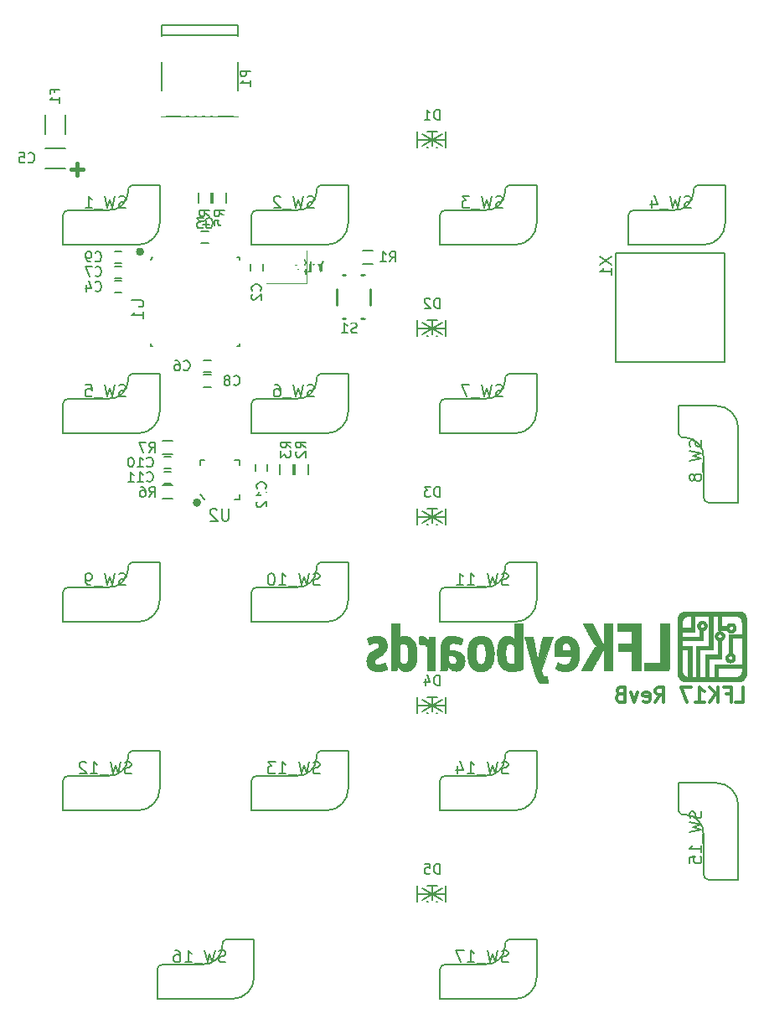
<source format=gbo>
G04 #@! TF.FileFunction,Legend,Bot*
%FSLAX46Y46*%
G04 Gerber Fmt 4.6, Leading zero omitted, Abs format (unit mm)*
G04 Created by KiCad (PCBNEW 4.0.6) date Saturday, January 06, 2018 'AMt' 08:46:40 AM*
%MOMM*%
%LPD*%
G01*
G04 APERTURE LIST*
%ADD10C,0.150000*%
%ADD11C,0.381000*%
%ADD12C,0.375000*%
%ADD13C,0.010000*%
%ADD14C,0.254000*%
%ADD15C,0.120000*%
%ADD16C,0.127000*%
%ADD17C,0.200000*%
%ADD18C,2.600000*%
%ADD19R,0.680000X1.080000*%
%ADD20R,0.830000X0.880000*%
%ADD21R,0.880000X0.830000*%
%ADD22R,1.080000X1.680000*%
%ADD23R,1.680000X1.080000*%
%ADD24C,0.880000*%
%ADD25R,0.830000X1.230000*%
%ADD26R,1.480000X1.030000*%
%ADD27O,0.380000X0.880000*%
%ADD28O,0.880000X0.380000*%
%ADD29R,7.580000X7.580000*%
%ADD30R,0.580380X2.381240*%
%ADD31R,2.078980X2.579360*%
%ADD32C,0.979160*%
%ADD33O,0.880000X0.280000*%
%ADD34O,0.280000X0.880000*%
%ADD35R,2.480000X0.880000*%
%ADD36R,0.880000X2.480000*%
%ADD37R,2.380000X2.380000*%
%ADD38R,1.480000X1.280000*%
%ADD39R,2.630000X2.580000*%
%ADD40R,1.280000X0.830000*%
%ADD41R,2.580000X2.630000*%
%ADD42R,0.830000X1.280000*%
%ADD43R,0.980000X0.680000*%
%ADD44R,0.680000X0.980000*%
%ADD45R,1.380000X3.480000*%
%ADD46O,3.080000X1.080000*%
G04 APERTURE END LIST*
D10*
D11*
X42180571Y-43608857D02*
X41019428Y-43608857D01*
X41599999Y-44189429D02*
X41599999Y-43028286D01*
X53912132Y-77300000D02*
G75*
G03X53912132Y-77300000I-212132J0D01*
G01*
D12*
X108178571Y-97428571D02*
X108892857Y-97428571D01*
X108892857Y-95928571D01*
X107178571Y-96642857D02*
X107678571Y-96642857D01*
X107678571Y-97428571D02*
X107678571Y-95928571D01*
X106964285Y-95928571D01*
X106392857Y-97428571D02*
X106392857Y-95928571D01*
X105535714Y-97428571D02*
X106178571Y-96571429D01*
X105535714Y-95928571D02*
X106392857Y-96785714D01*
X104107143Y-97428571D02*
X104964286Y-97428571D01*
X104535714Y-97428571D02*
X104535714Y-95928571D01*
X104678571Y-96142857D01*
X104821429Y-96285714D01*
X104964286Y-96357143D01*
X103607143Y-95928571D02*
X102607143Y-95928571D01*
X103250000Y-97428571D01*
X100035715Y-97428571D02*
X100535715Y-96714286D01*
X100892858Y-97428571D02*
X100892858Y-95928571D01*
X100321430Y-95928571D01*
X100178572Y-96000000D01*
X100107144Y-96071429D01*
X100035715Y-96214286D01*
X100035715Y-96428571D01*
X100107144Y-96571429D01*
X100178572Y-96642857D01*
X100321430Y-96714286D01*
X100892858Y-96714286D01*
X98821430Y-97357143D02*
X98964287Y-97428571D01*
X99250001Y-97428571D01*
X99392858Y-97357143D01*
X99464287Y-97214286D01*
X99464287Y-96642857D01*
X99392858Y-96500000D01*
X99250001Y-96428571D01*
X98964287Y-96428571D01*
X98821430Y-96500000D01*
X98750001Y-96642857D01*
X98750001Y-96785714D01*
X99464287Y-96928571D01*
X98250001Y-96428571D02*
X97892858Y-97428571D01*
X97535716Y-96428571D01*
X96464287Y-96642857D02*
X96250001Y-96714286D01*
X96178573Y-96785714D01*
X96107144Y-96928571D01*
X96107144Y-97142857D01*
X96178573Y-97285714D01*
X96250001Y-97357143D01*
X96392859Y-97428571D01*
X96964287Y-97428571D01*
X96964287Y-95928571D01*
X96464287Y-95928571D01*
X96321430Y-96000000D01*
X96250001Y-96071429D01*
X96178573Y-96214286D01*
X96178573Y-96357143D01*
X96250001Y-96500000D01*
X96321430Y-96571429D01*
X96464287Y-96642857D01*
X96964287Y-96642857D01*
D11*
X48162132Y-51950000D02*
G75*
G03X48162132Y-51950000I-212132J0D01*
G01*
D13*
G36*
X89169504Y-90863048D02*
X88680489Y-90865233D01*
X88445131Y-91805034D01*
X88408356Y-91951970D01*
X88375462Y-92083645D01*
X88346180Y-92201216D01*
X88320242Y-92305840D01*
X88297376Y-92398671D01*
X88277316Y-92480868D01*
X88259791Y-92553585D01*
X88244533Y-92617979D01*
X88231272Y-92675207D01*
X88219739Y-92726425D01*
X88209665Y-92772788D01*
X88200781Y-92815455D01*
X88192818Y-92855579D01*
X88185507Y-92894319D01*
X88178579Y-92932830D01*
X88171764Y-92972269D01*
X88167287Y-92998834D01*
X88154323Y-93076332D01*
X88143831Y-93138759D01*
X88135465Y-93187745D01*
X88128884Y-93224915D01*
X88123742Y-93251898D01*
X88119696Y-93270321D01*
X88116402Y-93281812D01*
X88113516Y-93287997D01*
X88110694Y-93290506D01*
X88107592Y-93290965D01*
X88105571Y-93290934D01*
X88101735Y-93285145D01*
X88097120Y-93267201D01*
X88091594Y-93236238D01*
X88085025Y-93191389D01*
X88077279Y-93131790D01*
X88068224Y-93056573D01*
X88063743Y-93017884D01*
X88058701Y-92974153D01*
X88053977Y-92934131D01*
X88049344Y-92896592D01*
X88044574Y-92860311D01*
X88039440Y-92824065D01*
X88033716Y-92786630D01*
X88027175Y-92746779D01*
X88019589Y-92703291D01*
X88010733Y-92654939D01*
X88000378Y-92600501D01*
X87988298Y-92538750D01*
X87974266Y-92468464D01*
X87958055Y-92388417D01*
X87939438Y-92297385D01*
X87918189Y-92194145D01*
X87894079Y-92077471D01*
X87866883Y-91946139D01*
X87849923Y-91864300D01*
X87824879Y-91743495D01*
X87800599Y-91626437D01*
X87777328Y-91514308D01*
X87755312Y-91408285D01*
X87734796Y-91309549D01*
X87716026Y-91219278D01*
X87699246Y-91138653D01*
X87684703Y-91068852D01*
X87672641Y-91011056D01*
X87663306Y-90966443D01*
X87656944Y-90936194D01*
X87653996Y-90922383D01*
X87640567Y-90861000D01*
X87227050Y-90861000D01*
X87141561Y-90861151D01*
X87062558Y-90861586D01*
X86991544Y-90862279D01*
X86930019Y-90863200D01*
X86879483Y-90864325D01*
X86841438Y-90865624D01*
X86817385Y-90867072D01*
X86808851Y-90868575D01*
X86810567Y-90877418D01*
X86816586Y-90901643D01*
X86826652Y-90940324D01*
X86840508Y-90992535D01*
X86857899Y-91057352D01*
X86878567Y-91133848D01*
X86902258Y-91221097D01*
X86928714Y-91318173D01*
X86957679Y-91424151D01*
X86988898Y-91538105D01*
X87022113Y-91659108D01*
X87057069Y-91786237D01*
X87093509Y-91918563D01*
X87131178Y-92055162D01*
X87169819Y-92195108D01*
X87209175Y-92337476D01*
X87248990Y-92481338D01*
X87289009Y-92625770D01*
X87328975Y-92769846D01*
X87368632Y-92912639D01*
X87407723Y-93053225D01*
X87445993Y-93190677D01*
X87483184Y-93324069D01*
X87519042Y-93452476D01*
X87553309Y-93574972D01*
X87585729Y-93690631D01*
X87616046Y-93798528D01*
X87644005Y-93897735D01*
X87669348Y-93987329D01*
X87691819Y-94066383D01*
X87711162Y-94133970D01*
X87727122Y-94189166D01*
X87739441Y-94231045D01*
X87740109Y-94233280D01*
X87790465Y-94399282D01*
X87837741Y-94549751D01*
X87882399Y-94685714D01*
X87924906Y-94808196D01*
X87965726Y-94918223D01*
X88005324Y-95016820D01*
X88044165Y-95105015D01*
X88082714Y-95183831D01*
X88121435Y-95254295D01*
X88160794Y-95317432D01*
X88201255Y-95374269D01*
X88243283Y-95425831D01*
X88287343Y-95473143D01*
X88313559Y-95498617D01*
X88360920Y-95543067D01*
X88780027Y-95543067D01*
X88862610Y-95542942D01*
X88939932Y-95542585D01*
X89010366Y-95542020D01*
X89072282Y-95541272D01*
X89124052Y-95540364D01*
X89164048Y-95539322D01*
X89190640Y-95538169D01*
X89202200Y-95536931D01*
X89202551Y-95536717D01*
X89201527Y-95527751D01*
X89197634Y-95504295D01*
X89191279Y-95468471D01*
X89182869Y-95422404D01*
X89172810Y-95368216D01*
X89161509Y-95308030D01*
X89149371Y-95243971D01*
X89136804Y-95178161D01*
X89124214Y-95112723D01*
X89112007Y-95049781D01*
X89100590Y-94991457D01*
X89090369Y-94939876D01*
X89081750Y-94897161D01*
X89075141Y-94865434D01*
X89070947Y-94846819D01*
X89069712Y-94842761D01*
X89061493Y-94844052D01*
X89042143Y-94849316D01*
X89026172Y-94854180D01*
X88997197Y-94860629D01*
X88958783Y-94865631D01*
X88918418Y-94868258D01*
X88911520Y-94868407D01*
X88873706Y-94868277D01*
X88846164Y-94865734D01*
X88822265Y-94859408D01*
X88795378Y-94847930D01*
X88782768Y-94841819D01*
X88724121Y-94803638D01*
X88670566Y-94749396D01*
X88622164Y-94679201D01*
X88578976Y-94593163D01*
X88541064Y-94491388D01*
X88508490Y-94373985D01*
X88502514Y-94348161D01*
X88480727Y-94251020D01*
X89063631Y-92575060D01*
X89120248Y-92412267D01*
X89175423Y-92253605D01*
X89228893Y-92099824D01*
X89280399Y-91951676D01*
X89329680Y-91809911D01*
X89376475Y-91675281D01*
X89420523Y-91548535D01*
X89461563Y-91430426D01*
X89499334Y-91321702D01*
X89533576Y-91223116D01*
X89564027Y-91135418D01*
X89590428Y-91059360D01*
X89612516Y-90995690D01*
X89630032Y-90945162D01*
X89642714Y-90908525D01*
X89650301Y-90886529D01*
X89652527Y-90879981D01*
X89658518Y-90860862D01*
X89169504Y-90863048D01*
X89169504Y-90863048D01*
G37*
X89169504Y-90863048D02*
X88680489Y-90865233D01*
X88445131Y-91805034D01*
X88408356Y-91951970D01*
X88375462Y-92083645D01*
X88346180Y-92201216D01*
X88320242Y-92305840D01*
X88297376Y-92398671D01*
X88277316Y-92480868D01*
X88259791Y-92553585D01*
X88244533Y-92617979D01*
X88231272Y-92675207D01*
X88219739Y-92726425D01*
X88209665Y-92772788D01*
X88200781Y-92815455D01*
X88192818Y-92855579D01*
X88185507Y-92894319D01*
X88178579Y-92932830D01*
X88171764Y-92972269D01*
X88167287Y-92998834D01*
X88154323Y-93076332D01*
X88143831Y-93138759D01*
X88135465Y-93187745D01*
X88128884Y-93224915D01*
X88123742Y-93251898D01*
X88119696Y-93270321D01*
X88116402Y-93281812D01*
X88113516Y-93287997D01*
X88110694Y-93290506D01*
X88107592Y-93290965D01*
X88105571Y-93290934D01*
X88101735Y-93285145D01*
X88097120Y-93267201D01*
X88091594Y-93236238D01*
X88085025Y-93191389D01*
X88077279Y-93131790D01*
X88068224Y-93056573D01*
X88063743Y-93017884D01*
X88058701Y-92974153D01*
X88053977Y-92934131D01*
X88049344Y-92896592D01*
X88044574Y-92860311D01*
X88039440Y-92824065D01*
X88033716Y-92786630D01*
X88027175Y-92746779D01*
X88019589Y-92703291D01*
X88010733Y-92654939D01*
X88000378Y-92600501D01*
X87988298Y-92538750D01*
X87974266Y-92468464D01*
X87958055Y-92388417D01*
X87939438Y-92297385D01*
X87918189Y-92194145D01*
X87894079Y-92077471D01*
X87866883Y-91946139D01*
X87849923Y-91864300D01*
X87824879Y-91743495D01*
X87800599Y-91626437D01*
X87777328Y-91514308D01*
X87755312Y-91408285D01*
X87734796Y-91309549D01*
X87716026Y-91219278D01*
X87699246Y-91138653D01*
X87684703Y-91068852D01*
X87672641Y-91011056D01*
X87663306Y-90966443D01*
X87656944Y-90936194D01*
X87653996Y-90922383D01*
X87640567Y-90861000D01*
X87227050Y-90861000D01*
X87141561Y-90861151D01*
X87062558Y-90861586D01*
X86991544Y-90862279D01*
X86930019Y-90863200D01*
X86879483Y-90864325D01*
X86841438Y-90865624D01*
X86817385Y-90867072D01*
X86808851Y-90868575D01*
X86810567Y-90877418D01*
X86816586Y-90901643D01*
X86826652Y-90940324D01*
X86840508Y-90992535D01*
X86857899Y-91057352D01*
X86878567Y-91133848D01*
X86902258Y-91221097D01*
X86928714Y-91318173D01*
X86957679Y-91424151D01*
X86988898Y-91538105D01*
X87022113Y-91659108D01*
X87057069Y-91786237D01*
X87093509Y-91918563D01*
X87131178Y-92055162D01*
X87169819Y-92195108D01*
X87209175Y-92337476D01*
X87248990Y-92481338D01*
X87289009Y-92625770D01*
X87328975Y-92769846D01*
X87368632Y-92912639D01*
X87407723Y-93053225D01*
X87445993Y-93190677D01*
X87483184Y-93324069D01*
X87519042Y-93452476D01*
X87553309Y-93574972D01*
X87585729Y-93690631D01*
X87616046Y-93798528D01*
X87644005Y-93897735D01*
X87669348Y-93987329D01*
X87691819Y-94066383D01*
X87711162Y-94133970D01*
X87727122Y-94189166D01*
X87739441Y-94231045D01*
X87740109Y-94233280D01*
X87790465Y-94399282D01*
X87837741Y-94549751D01*
X87882399Y-94685714D01*
X87924906Y-94808196D01*
X87965726Y-94918223D01*
X88005324Y-95016820D01*
X88044165Y-95105015D01*
X88082714Y-95183831D01*
X88121435Y-95254295D01*
X88160794Y-95317432D01*
X88201255Y-95374269D01*
X88243283Y-95425831D01*
X88287343Y-95473143D01*
X88313559Y-95498617D01*
X88360920Y-95543067D01*
X88780027Y-95543067D01*
X88862610Y-95542942D01*
X88939932Y-95542585D01*
X89010366Y-95542020D01*
X89072282Y-95541272D01*
X89124052Y-95540364D01*
X89164048Y-95539322D01*
X89190640Y-95538169D01*
X89202200Y-95536931D01*
X89202551Y-95536717D01*
X89201527Y-95527751D01*
X89197634Y-95504295D01*
X89191279Y-95468471D01*
X89182869Y-95422404D01*
X89172810Y-95368216D01*
X89161509Y-95308030D01*
X89149371Y-95243971D01*
X89136804Y-95178161D01*
X89124214Y-95112723D01*
X89112007Y-95049781D01*
X89100590Y-94991457D01*
X89090369Y-94939876D01*
X89081750Y-94897161D01*
X89075141Y-94865434D01*
X89070947Y-94846819D01*
X89069712Y-94842761D01*
X89061493Y-94844052D01*
X89042143Y-94849316D01*
X89026172Y-94854180D01*
X88997197Y-94860629D01*
X88958783Y-94865631D01*
X88918418Y-94868258D01*
X88911520Y-94868407D01*
X88873706Y-94868277D01*
X88846164Y-94865734D01*
X88822265Y-94859408D01*
X88795378Y-94847930D01*
X88782768Y-94841819D01*
X88724121Y-94803638D01*
X88670566Y-94749396D01*
X88622164Y-94679201D01*
X88578976Y-94593163D01*
X88541064Y-94491388D01*
X88508490Y-94373985D01*
X88502514Y-94348161D01*
X88480727Y-94251020D01*
X89063631Y-92575060D01*
X89120248Y-92412267D01*
X89175423Y-92253605D01*
X89228893Y-92099824D01*
X89280399Y-91951676D01*
X89329680Y-91809911D01*
X89376475Y-91675281D01*
X89420523Y-91548535D01*
X89461563Y-91430426D01*
X89499334Y-91321702D01*
X89533576Y-91223116D01*
X89564027Y-91135418D01*
X89590428Y-91059360D01*
X89612516Y-90995690D01*
X89630032Y-90945162D01*
X89642714Y-90908525D01*
X89650301Y-90886529D01*
X89652527Y-90879981D01*
X89658518Y-90860862D01*
X89169504Y-90863048D01*
G36*
X102789134Y-88335616D02*
X102700245Y-88371136D01*
X102622237Y-88414598D01*
X102550060Y-88469172D01*
X102496713Y-88519308D01*
X102460901Y-88556756D01*
X102434001Y-88588352D01*
X102412173Y-88619380D01*
X102391577Y-88655127D01*
X102376008Y-88685440D01*
X102356397Y-88726646D01*
X102338207Y-88768259D01*
X102323819Y-88804655D01*
X102317062Y-88824767D01*
X102315722Y-88830033D01*
X102314464Y-88836675D01*
X102313284Y-88845225D01*
X102312180Y-88856220D01*
X102311148Y-88870191D01*
X102310186Y-88887672D01*
X102309290Y-88909198D01*
X102308457Y-88935303D01*
X102307684Y-88966519D01*
X102306968Y-89003381D01*
X102306305Y-89046422D01*
X102305693Y-89096177D01*
X102305129Y-89153179D01*
X102304609Y-89217962D01*
X102304130Y-89291059D01*
X102303689Y-89373004D01*
X102303284Y-89464332D01*
X102302910Y-89565576D01*
X102302565Y-89677269D01*
X102302246Y-89799946D01*
X102301949Y-89934140D01*
X102301672Y-90080385D01*
X102301411Y-90239215D01*
X102301163Y-90411164D01*
X102300925Y-90596764D01*
X102300694Y-90796551D01*
X102300467Y-91011058D01*
X102300240Y-91240818D01*
X102300012Y-91486365D01*
X102299777Y-91748234D01*
X102299742Y-91788100D01*
X102299509Y-92071640D01*
X102299322Y-92338612D01*
X102299182Y-92589383D01*
X102299091Y-92824320D01*
X102299049Y-93043788D01*
X102299057Y-93248153D01*
X102299116Y-93437781D01*
X102299227Y-93613039D01*
X102299391Y-93774293D01*
X102299608Y-93921909D01*
X102299879Y-94056253D01*
X102300206Y-94177690D01*
X102300589Y-94286588D01*
X102301030Y-94383313D01*
X102301528Y-94468230D01*
X102302085Y-94541705D01*
X102302702Y-94604105D01*
X102303379Y-94655797D01*
X102304118Y-94697145D01*
X102304920Y-94728516D01*
X102305784Y-94750276D01*
X102306713Y-94762792D01*
X102306894Y-94764133D01*
X102330503Y-94863711D01*
X102369453Y-94958697D01*
X102422370Y-95047230D01*
X102487883Y-95127447D01*
X102564619Y-95197486D01*
X102651206Y-95255484D01*
X102680317Y-95270970D01*
X102723938Y-95291375D01*
X102770626Y-95310896D01*
X102813569Y-95326783D01*
X102835700Y-95333705D01*
X102903434Y-95352567D01*
X105718600Y-95353632D01*
X105936522Y-95353695D01*
X106150375Y-95353716D01*
X106359518Y-95353697D01*
X106563314Y-95353640D01*
X106761124Y-95353545D01*
X106952309Y-95353415D01*
X107136230Y-95353249D01*
X107312249Y-95353050D01*
X107479726Y-95352819D01*
X107638024Y-95352557D01*
X107786502Y-95352266D01*
X107924524Y-95351946D01*
X108051449Y-95351599D01*
X108166639Y-95351226D01*
X108269455Y-95350828D01*
X108359259Y-95350407D01*
X108435412Y-95349964D01*
X108497275Y-95349500D01*
X108544209Y-95349017D01*
X108575575Y-95348515D01*
X108590736Y-95347997D01*
X108591521Y-95347924D01*
X108695870Y-95327273D01*
X108796004Y-95290728D01*
X108890264Y-95239136D01*
X108976989Y-95173342D01*
X109025293Y-95126797D01*
X109094506Y-95042575D01*
X109147981Y-94952170D01*
X109185835Y-94855351D01*
X109206397Y-94764133D01*
X109207344Y-94753569D01*
X109208226Y-94734287D01*
X109209045Y-94705906D01*
X109209802Y-94668043D01*
X109210496Y-94620317D01*
X109211130Y-94562345D01*
X109211705Y-94493744D01*
X109212220Y-94414133D01*
X109212678Y-94323130D01*
X109213078Y-94220351D01*
X109213422Y-94105414D01*
X109213712Y-93977939D01*
X109213947Y-93837541D01*
X109214129Y-93683839D01*
X109214258Y-93516450D01*
X109214337Y-93334993D01*
X109214353Y-93216011D01*
X108782551Y-93216011D01*
X108782512Y-93363187D01*
X108782400Y-93498033D01*
X108782207Y-93621123D01*
X108781923Y-93733034D01*
X108781541Y-93834340D01*
X108781050Y-93925616D01*
X108780442Y-94007439D01*
X108779708Y-94080383D01*
X108778840Y-94145024D01*
X108777829Y-94201937D01*
X108776666Y-94251698D01*
X108775342Y-94294881D01*
X108773848Y-94332063D01*
X108772175Y-94363818D01*
X108770315Y-94390721D01*
X108768260Y-94413349D01*
X108765999Y-94432276D01*
X108763524Y-94448079D01*
X108760827Y-94461331D01*
X108757898Y-94472609D01*
X108754730Y-94482488D01*
X108751312Y-94491543D01*
X108747637Y-94500349D01*
X108743695Y-94509482D01*
X108739778Y-94518783D01*
X108693488Y-94611452D01*
X108635338Y-94692181D01*
X108564806Y-94761533D01*
X108481369Y-94820070D01*
X108437411Y-94844075D01*
X108422063Y-94852026D01*
X108408509Y-94859283D01*
X108395954Y-94865877D01*
X108383601Y-94871839D01*
X108370658Y-94877203D01*
X108356327Y-94881998D01*
X108339814Y-94886258D01*
X108320325Y-94890014D01*
X108297063Y-94893299D01*
X108269234Y-94896143D01*
X108236042Y-94898578D01*
X108196693Y-94900638D01*
X108150391Y-94902352D01*
X108096342Y-94903754D01*
X108033749Y-94904875D01*
X107961818Y-94905746D01*
X107879754Y-94906401D01*
X107786762Y-94906870D01*
X107682046Y-94907185D01*
X107564812Y-94907379D01*
X107434263Y-94907483D01*
X107289606Y-94907528D01*
X107130045Y-94907548D01*
X106954784Y-94907573D01*
X106851017Y-94907601D01*
X105447667Y-94908067D01*
X105447667Y-93045400D01*
X106717891Y-93045400D01*
X106715662Y-92132067D01*
X106713434Y-91218734D01*
X106760000Y-91194738D01*
X106787049Y-91177768D01*
X106820089Y-91152631D01*
X106853645Y-91123624D01*
X106867645Y-91110265D01*
X106925827Y-91041528D01*
X106969198Y-90966426D01*
X106997761Y-90886796D01*
X107011518Y-90804476D01*
X107011076Y-90769267D01*
X106746720Y-90769267D01*
X106746704Y-90771695D01*
X106740290Y-90826739D01*
X106727492Y-90862427D01*
X106714319Y-90884288D01*
X106695820Y-90908521D01*
X106675055Y-90931917D01*
X106655083Y-90951267D01*
X106638961Y-90963362D01*
X106629749Y-90964994D01*
X106629736Y-90964980D01*
X106624991Y-90966370D01*
X106624534Y-90970155D01*
X106620689Y-90977462D01*
X106618184Y-90976859D01*
X106606145Y-90976863D01*
X106594900Y-90980430D01*
X106579693Y-90982969D01*
X106552708Y-90984113D01*
X106519039Y-90983931D01*
X106483777Y-90982492D01*
X106452015Y-90979864D01*
X106440384Y-90978337D01*
X106430512Y-90971983D01*
X106429800Y-90969156D01*
X106424529Y-90965420D01*
X106421334Y-90966833D01*
X106413532Y-90966162D01*
X106412867Y-90963100D01*
X106406637Y-90954479D01*
X106404281Y-90954133D01*
X106391557Y-90947415D01*
X106373720Y-90929848D01*
X106354009Y-90905312D01*
X106335666Y-90877687D01*
X106326580Y-90861076D01*
X106310621Y-90811211D01*
X106307576Y-90756280D01*
X106317337Y-90702039D01*
X106330173Y-90670500D01*
X106352270Y-90632462D01*
X106374915Y-90605672D01*
X106403120Y-90585045D01*
X106426543Y-90572661D01*
X106483854Y-90553224D01*
X106540588Y-90549075D01*
X106594562Y-90558856D01*
X106643597Y-90581212D01*
X106685512Y-90614786D01*
X106718124Y-90658225D01*
X106739254Y-90710170D01*
X106746720Y-90769267D01*
X107011076Y-90769267D01*
X107010472Y-90721300D01*
X106994628Y-90639107D01*
X106963987Y-90559732D01*
X106918554Y-90485013D01*
X106866459Y-90424689D01*
X106797385Y-90367720D01*
X106719990Y-90325077D01*
X106636043Y-90297486D01*
X106547315Y-90285675D01*
X106527167Y-90285267D01*
X106439584Y-90293194D01*
X106357545Y-90315962D01*
X106282284Y-90352053D01*
X106215030Y-90399949D01*
X106157017Y-90458132D01*
X106109474Y-90525082D01*
X106073635Y-90599283D01*
X106050730Y-90679215D01*
X106041992Y-90763361D01*
X106048651Y-90850201D01*
X106052500Y-90870443D01*
X106076368Y-90945723D01*
X106114339Y-91018768D01*
X106163823Y-91086176D01*
X106222227Y-91144547D01*
X106286961Y-91190476D01*
X106302800Y-91199091D01*
X106357834Y-91227289D01*
X106355624Y-91954311D01*
X106353414Y-92681334D01*
X105092067Y-92681334D01*
X105092067Y-94908067D01*
X104533267Y-94908067D01*
X104533267Y-92136846D01*
X105815967Y-92143700D01*
X105815967Y-88765500D01*
X105460367Y-88765500D01*
X105458227Y-90274684D01*
X105456087Y-91783867D01*
X104919806Y-91783867D01*
X104822577Y-91783955D01*
X104727696Y-91784211D01*
X104636976Y-91784618D01*
X104552228Y-91785160D01*
X104475266Y-91785822D01*
X104407901Y-91786588D01*
X104351945Y-91787442D01*
X104309212Y-91788369D01*
X104281512Y-91789353D01*
X104280596Y-91789401D01*
X104177667Y-91794936D01*
X104177667Y-94908067D01*
X103707767Y-94908067D01*
X103712089Y-91758467D01*
X102755267Y-91758467D01*
X102755267Y-92114067D01*
X103347834Y-92114067D01*
X103350000Y-93511067D01*
X103352167Y-94908067D01*
X103309071Y-94908067D01*
X103248949Y-94902122D01*
X103181775Y-94885445D01*
X103111954Y-94859775D01*
X103043890Y-94826851D01*
X102981989Y-94788411D01*
X102955982Y-94768693D01*
X102886938Y-94701983D01*
X102827843Y-94623418D01*
X102780713Y-94536102D01*
X102749696Y-94450867D01*
X102748193Y-94445116D01*
X102746790Y-94438448D01*
X102745483Y-94430290D01*
X102744269Y-94420068D01*
X102743144Y-94407209D01*
X102742105Y-94391141D01*
X102741149Y-94371291D01*
X102740272Y-94347085D01*
X102739470Y-94317951D01*
X102738741Y-94283315D01*
X102738081Y-94242605D01*
X102737487Y-94195247D01*
X102736954Y-94140669D01*
X102736481Y-94078298D01*
X102736062Y-94007560D01*
X102735696Y-93927882D01*
X102735378Y-93838692D01*
X102735105Y-93739417D01*
X102734873Y-93629483D01*
X102734680Y-93508318D01*
X102734522Y-93375348D01*
X102734395Y-93230001D01*
X102734296Y-93071703D01*
X102734222Y-92899882D01*
X102734169Y-92713965D01*
X102734134Y-92513378D01*
X102734113Y-92297548D01*
X102734103Y-92065904D01*
X102734100Y-91830434D01*
X102734084Y-91580459D01*
X102734046Y-91346844D01*
X102733999Y-91129015D01*
X102733957Y-90926398D01*
X102733934Y-90738420D01*
X102733943Y-90564507D01*
X102733997Y-90404086D01*
X102734111Y-90256582D01*
X102734298Y-90121423D01*
X102734572Y-89998034D01*
X102734946Y-89885841D01*
X102735434Y-89784272D01*
X102736050Y-89692753D01*
X102736807Y-89610710D01*
X102737719Y-89537568D01*
X102738799Y-89472756D01*
X102740062Y-89415698D01*
X102741521Y-89365822D01*
X102743188Y-89322554D01*
X102745079Y-89285319D01*
X102747207Y-89253545D01*
X102749585Y-89226658D01*
X102752227Y-89204084D01*
X102755147Y-89185249D01*
X102758358Y-89169580D01*
X102761874Y-89156504D01*
X102765708Y-89145446D01*
X102769875Y-89135833D01*
X102774387Y-89127091D01*
X102779259Y-89118646D01*
X102784504Y-89109926D01*
X102790136Y-89100356D01*
X102796168Y-89089363D01*
X102799414Y-89083000D01*
X102819407Y-89045791D01*
X102840986Y-89013161D01*
X102867760Y-88980325D01*
X102903334Y-88942496D01*
X102911621Y-88934112D01*
X102948225Y-88898373D01*
X102978673Y-88871841D01*
X103007857Y-88850888D01*
X103040667Y-88831887D01*
X103068534Y-88817745D01*
X103110064Y-88797892D01*
X103146194Y-88782327D01*
X103179959Y-88770480D01*
X103214394Y-88761778D01*
X103252533Y-88755651D01*
X103297411Y-88751528D01*
X103352065Y-88748838D01*
X103419529Y-88747010D01*
X103447417Y-88746455D01*
X103644267Y-88742749D01*
X103644267Y-89972000D01*
X102755267Y-89972000D01*
X102755267Y-90327600D01*
X104000470Y-90327600D01*
X103999855Y-90151917D01*
X103999756Y-90113543D01*
X103999671Y-90060120D01*
X103999601Y-89993532D01*
X103999546Y-89915663D01*
X103999507Y-89828396D01*
X103999485Y-89733616D01*
X103999480Y-89633207D01*
X103999493Y-89529052D01*
X103999526Y-89423037D01*
X103999554Y-89360170D01*
X103999867Y-88744106D01*
X106131350Y-88746343D01*
X106358331Y-88746561D01*
X106569015Y-88746734D01*
X106764039Y-88746881D01*
X106944039Y-88747022D01*
X107109651Y-88747177D01*
X107261511Y-88747365D01*
X107400257Y-88747607D01*
X107526524Y-88747921D01*
X107640950Y-88748327D01*
X107744169Y-88748845D01*
X107836820Y-88749495D01*
X107919537Y-88750296D01*
X107992958Y-88751268D01*
X108057719Y-88752430D01*
X108114456Y-88753803D01*
X108163805Y-88755405D01*
X108206404Y-88757257D01*
X108242888Y-88759378D01*
X108273894Y-88761787D01*
X108300058Y-88764505D01*
X108322017Y-88767551D01*
X108340406Y-88770945D01*
X108355863Y-88774705D01*
X108369024Y-88778853D01*
X108380525Y-88783407D01*
X108391002Y-88788388D01*
X108401093Y-88793814D01*
X108411433Y-88799706D01*
X108422658Y-88806082D01*
X108435406Y-88812964D01*
X108444867Y-88817745D01*
X108483153Y-88837545D01*
X108514374Y-88856747D01*
X108543423Y-88878980D01*
X108575190Y-88907869D01*
X108601779Y-88934112D01*
X108639445Y-88973418D01*
X108667606Y-89006782D01*
X108689867Y-89038985D01*
X108709828Y-89074810D01*
X108713945Y-89083000D01*
X108720232Y-89095034D01*
X108726106Y-89105307D01*
X108731579Y-89114399D01*
X108736668Y-89122885D01*
X108741386Y-89131345D01*
X108745747Y-89140356D01*
X108749766Y-89150496D01*
X108753458Y-89162342D01*
X108756836Y-89176474D01*
X108759916Y-89193468D01*
X108762711Y-89213902D01*
X108765237Y-89238355D01*
X108767507Y-89267404D01*
X108769536Y-89301626D01*
X108771338Y-89341601D01*
X108772928Y-89387905D01*
X108774320Y-89441116D01*
X108775529Y-89501813D01*
X108776568Y-89570574D01*
X108777453Y-89647975D01*
X108778198Y-89734595D01*
X108778817Y-89831012D01*
X108779325Y-89937803D01*
X108779736Y-90055547D01*
X108780064Y-90184822D01*
X108780324Y-90326204D01*
X108780531Y-90480273D01*
X108780698Y-90647605D01*
X108780840Y-90828779D01*
X108780972Y-91024373D01*
X108781108Y-91234964D01*
X108781262Y-91461131D01*
X108781449Y-91703450D01*
X108781524Y-91792191D01*
X108781748Y-92041791D01*
X108781961Y-92275033D01*
X108782155Y-92492493D01*
X108782319Y-92694745D01*
X108782446Y-92882365D01*
X108782526Y-93055929D01*
X108782551Y-93216011D01*
X109214353Y-93216011D01*
X109214364Y-93139085D01*
X109214343Y-92928343D01*
X109214272Y-92702386D01*
X109214154Y-92460832D01*
X109213989Y-92203297D01*
X109213779Y-91929399D01*
X109213658Y-91788100D01*
X109211100Y-88875567D01*
X109191836Y-88813518D01*
X109150851Y-88708809D01*
X109096296Y-88613908D01*
X109028920Y-88529578D01*
X108949467Y-88456582D01*
X108858684Y-88395682D01*
X108757317Y-88347641D01*
X108724267Y-88335616D01*
X108643833Y-88308300D01*
X102869567Y-88308300D01*
X102789134Y-88335616D01*
X102789134Y-88335616D01*
G37*
X102789134Y-88335616D02*
X102700245Y-88371136D01*
X102622237Y-88414598D01*
X102550060Y-88469172D01*
X102496713Y-88519308D01*
X102460901Y-88556756D01*
X102434001Y-88588352D01*
X102412173Y-88619380D01*
X102391577Y-88655127D01*
X102376008Y-88685440D01*
X102356397Y-88726646D01*
X102338207Y-88768259D01*
X102323819Y-88804655D01*
X102317062Y-88824767D01*
X102315722Y-88830033D01*
X102314464Y-88836675D01*
X102313284Y-88845225D01*
X102312180Y-88856220D01*
X102311148Y-88870191D01*
X102310186Y-88887672D01*
X102309290Y-88909198D01*
X102308457Y-88935303D01*
X102307684Y-88966519D01*
X102306968Y-89003381D01*
X102306305Y-89046422D01*
X102305693Y-89096177D01*
X102305129Y-89153179D01*
X102304609Y-89217962D01*
X102304130Y-89291059D01*
X102303689Y-89373004D01*
X102303284Y-89464332D01*
X102302910Y-89565576D01*
X102302565Y-89677269D01*
X102302246Y-89799946D01*
X102301949Y-89934140D01*
X102301672Y-90080385D01*
X102301411Y-90239215D01*
X102301163Y-90411164D01*
X102300925Y-90596764D01*
X102300694Y-90796551D01*
X102300467Y-91011058D01*
X102300240Y-91240818D01*
X102300012Y-91486365D01*
X102299777Y-91748234D01*
X102299742Y-91788100D01*
X102299509Y-92071640D01*
X102299322Y-92338612D01*
X102299182Y-92589383D01*
X102299091Y-92824320D01*
X102299049Y-93043788D01*
X102299057Y-93248153D01*
X102299116Y-93437781D01*
X102299227Y-93613039D01*
X102299391Y-93774293D01*
X102299608Y-93921909D01*
X102299879Y-94056253D01*
X102300206Y-94177690D01*
X102300589Y-94286588D01*
X102301030Y-94383313D01*
X102301528Y-94468230D01*
X102302085Y-94541705D01*
X102302702Y-94604105D01*
X102303379Y-94655797D01*
X102304118Y-94697145D01*
X102304920Y-94728516D01*
X102305784Y-94750276D01*
X102306713Y-94762792D01*
X102306894Y-94764133D01*
X102330503Y-94863711D01*
X102369453Y-94958697D01*
X102422370Y-95047230D01*
X102487883Y-95127447D01*
X102564619Y-95197486D01*
X102651206Y-95255484D01*
X102680317Y-95270970D01*
X102723938Y-95291375D01*
X102770626Y-95310896D01*
X102813569Y-95326783D01*
X102835700Y-95333705D01*
X102903434Y-95352567D01*
X105718600Y-95353632D01*
X105936522Y-95353695D01*
X106150375Y-95353716D01*
X106359518Y-95353697D01*
X106563314Y-95353640D01*
X106761124Y-95353545D01*
X106952309Y-95353415D01*
X107136230Y-95353249D01*
X107312249Y-95353050D01*
X107479726Y-95352819D01*
X107638024Y-95352557D01*
X107786502Y-95352266D01*
X107924524Y-95351946D01*
X108051449Y-95351599D01*
X108166639Y-95351226D01*
X108269455Y-95350828D01*
X108359259Y-95350407D01*
X108435412Y-95349964D01*
X108497275Y-95349500D01*
X108544209Y-95349017D01*
X108575575Y-95348515D01*
X108590736Y-95347997D01*
X108591521Y-95347924D01*
X108695870Y-95327273D01*
X108796004Y-95290728D01*
X108890264Y-95239136D01*
X108976989Y-95173342D01*
X109025293Y-95126797D01*
X109094506Y-95042575D01*
X109147981Y-94952170D01*
X109185835Y-94855351D01*
X109206397Y-94764133D01*
X109207344Y-94753569D01*
X109208226Y-94734287D01*
X109209045Y-94705906D01*
X109209802Y-94668043D01*
X109210496Y-94620317D01*
X109211130Y-94562345D01*
X109211705Y-94493744D01*
X109212220Y-94414133D01*
X109212678Y-94323130D01*
X109213078Y-94220351D01*
X109213422Y-94105414D01*
X109213712Y-93977939D01*
X109213947Y-93837541D01*
X109214129Y-93683839D01*
X109214258Y-93516450D01*
X109214337Y-93334993D01*
X109214353Y-93216011D01*
X108782551Y-93216011D01*
X108782512Y-93363187D01*
X108782400Y-93498033D01*
X108782207Y-93621123D01*
X108781923Y-93733034D01*
X108781541Y-93834340D01*
X108781050Y-93925616D01*
X108780442Y-94007439D01*
X108779708Y-94080383D01*
X108778840Y-94145024D01*
X108777829Y-94201937D01*
X108776666Y-94251698D01*
X108775342Y-94294881D01*
X108773848Y-94332063D01*
X108772175Y-94363818D01*
X108770315Y-94390721D01*
X108768260Y-94413349D01*
X108765999Y-94432276D01*
X108763524Y-94448079D01*
X108760827Y-94461331D01*
X108757898Y-94472609D01*
X108754730Y-94482488D01*
X108751312Y-94491543D01*
X108747637Y-94500349D01*
X108743695Y-94509482D01*
X108739778Y-94518783D01*
X108693488Y-94611452D01*
X108635338Y-94692181D01*
X108564806Y-94761533D01*
X108481369Y-94820070D01*
X108437411Y-94844075D01*
X108422063Y-94852026D01*
X108408509Y-94859283D01*
X108395954Y-94865877D01*
X108383601Y-94871839D01*
X108370658Y-94877203D01*
X108356327Y-94881998D01*
X108339814Y-94886258D01*
X108320325Y-94890014D01*
X108297063Y-94893299D01*
X108269234Y-94896143D01*
X108236042Y-94898578D01*
X108196693Y-94900638D01*
X108150391Y-94902352D01*
X108096342Y-94903754D01*
X108033749Y-94904875D01*
X107961818Y-94905746D01*
X107879754Y-94906401D01*
X107786762Y-94906870D01*
X107682046Y-94907185D01*
X107564812Y-94907379D01*
X107434263Y-94907483D01*
X107289606Y-94907528D01*
X107130045Y-94907548D01*
X106954784Y-94907573D01*
X106851017Y-94907601D01*
X105447667Y-94908067D01*
X105447667Y-93045400D01*
X106717891Y-93045400D01*
X106715662Y-92132067D01*
X106713434Y-91218734D01*
X106760000Y-91194738D01*
X106787049Y-91177768D01*
X106820089Y-91152631D01*
X106853645Y-91123624D01*
X106867645Y-91110265D01*
X106925827Y-91041528D01*
X106969198Y-90966426D01*
X106997761Y-90886796D01*
X107011518Y-90804476D01*
X107011076Y-90769267D01*
X106746720Y-90769267D01*
X106746704Y-90771695D01*
X106740290Y-90826739D01*
X106727492Y-90862427D01*
X106714319Y-90884288D01*
X106695820Y-90908521D01*
X106675055Y-90931917D01*
X106655083Y-90951267D01*
X106638961Y-90963362D01*
X106629749Y-90964994D01*
X106629736Y-90964980D01*
X106624991Y-90966370D01*
X106624534Y-90970155D01*
X106620689Y-90977462D01*
X106618184Y-90976859D01*
X106606145Y-90976863D01*
X106594900Y-90980430D01*
X106579693Y-90982969D01*
X106552708Y-90984113D01*
X106519039Y-90983931D01*
X106483777Y-90982492D01*
X106452015Y-90979864D01*
X106440384Y-90978337D01*
X106430512Y-90971983D01*
X106429800Y-90969156D01*
X106424529Y-90965420D01*
X106421334Y-90966833D01*
X106413532Y-90966162D01*
X106412867Y-90963100D01*
X106406637Y-90954479D01*
X106404281Y-90954133D01*
X106391557Y-90947415D01*
X106373720Y-90929848D01*
X106354009Y-90905312D01*
X106335666Y-90877687D01*
X106326580Y-90861076D01*
X106310621Y-90811211D01*
X106307576Y-90756280D01*
X106317337Y-90702039D01*
X106330173Y-90670500D01*
X106352270Y-90632462D01*
X106374915Y-90605672D01*
X106403120Y-90585045D01*
X106426543Y-90572661D01*
X106483854Y-90553224D01*
X106540588Y-90549075D01*
X106594562Y-90558856D01*
X106643597Y-90581212D01*
X106685512Y-90614786D01*
X106718124Y-90658225D01*
X106739254Y-90710170D01*
X106746720Y-90769267D01*
X107011076Y-90769267D01*
X107010472Y-90721300D01*
X106994628Y-90639107D01*
X106963987Y-90559732D01*
X106918554Y-90485013D01*
X106866459Y-90424689D01*
X106797385Y-90367720D01*
X106719990Y-90325077D01*
X106636043Y-90297486D01*
X106547315Y-90285675D01*
X106527167Y-90285267D01*
X106439584Y-90293194D01*
X106357545Y-90315962D01*
X106282284Y-90352053D01*
X106215030Y-90399949D01*
X106157017Y-90458132D01*
X106109474Y-90525082D01*
X106073635Y-90599283D01*
X106050730Y-90679215D01*
X106041992Y-90763361D01*
X106048651Y-90850201D01*
X106052500Y-90870443D01*
X106076368Y-90945723D01*
X106114339Y-91018768D01*
X106163823Y-91086176D01*
X106222227Y-91144547D01*
X106286961Y-91190476D01*
X106302800Y-91199091D01*
X106357834Y-91227289D01*
X106355624Y-91954311D01*
X106353414Y-92681334D01*
X105092067Y-92681334D01*
X105092067Y-94908067D01*
X104533267Y-94908067D01*
X104533267Y-92136846D01*
X105815967Y-92143700D01*
X105815967Y-88765500D01*
X105460367Y-88765500D01*
X105458227Y-90274684D01*
X105456087Y-91783867D01*
X104919806Y-91783867D01*
X104822577Y-91783955D01*
X104727696Y-91784211D01*
X104636976Y-91784618D01*
X104552228Y-91785160D01*
X104475266Y-91785822D01*
X104407901Y-91786588D01*
X104351945Y-91787442D01*
X104309212Y-91788369D01*
X104281512Y-91789353D01*
X104280596Y-91789401D01*
X104177667Y-91794936D01*
X104177667Y-94908067D01*
X103707767Y-94908067D01*
X103712089Y-91758467D01*
X102755267Y-91758467D01*
X102755267Y-92114067D01*
X103347834Y-92114067D01*
X103350000Y-93511067D01*
X103352167Y-94908067D01*
X103309071Y-94908067D01*
X103248949Y-94902122D01*
X103181775Y-94885445D01*
X103111954Y-94859775D01*
X103043890Y-94826851D01*
X102981989Y-94788411D01*
X102955982Y-94768693D01*
X102886938Y-94701983D01*
X102827843Y-94623418D01*
X102780713Y-94536102D01*
X102749696Y-94450867D01*
X102748193Y-94445116D01*
X102746790Y-94438448D01*
X102745483Y-94430290D01*
X102744269Y-94420068D01*
X102743144Y-94407209D01*
X102742105Y-94391141D01*
X102741149Y-94371291D01*
X102740272Y-94347085D01*
X102739470Y-94317951D01*
X102738741Y-94283315D01*
X102738081Y-94242605D01*
X102737487Y-94195247D01*
X102736954Y-94140669D01*
X102736481Y-94078298D01*
X102736062Y-94007560D01*
X102735696Y-93927882D01*
X102735378Y-93838692D01*
X102735105Y-93739417D01*
X102734873Y-93629483D01*
X102734680Y-93508318D01*
X102734522Y-93375348D01*
X102734395Y-93230001D01*
X102734296Y-93071703D01*
X102734222Y-92899882D01*
X102734169Y-92713965D01*
X102734134Y-92513378D01*
X102734113Y-92297548D01*
X102734103Y-92065904D01*
X102734100Y-91830434D01*
X102734084Y-91580459D01*
X102734046Y-91346844D01*
X102733999Y-91129015D01*
X102733957Y-90926398D01*
X102733934Y-90738420D01*
X102733943Y-90564507D01*
X102733997Y-90404086D01*
X102734111Y-90256582D01*
X102734298Y-90121423D01*
X102734572Y-89998034D01*
X102734946Y-89885841D01*
X102735434Y-89784272D01*
X102736050Y-89692753D01*
X102736807Y-89610710D01*
X102737719Y-89537568D01*
X102738799Y-89472756D01*
X102740062Y-89415698D01*
X102741521Y-89365822D01*
X102743188Y-89322554D01*
X102745079Y-89285319D01*
X102747207Y-89253545D01*
X102749585Y-89226658D01*
X102752227Y-89204084D01*
X102755147Y-89185249D01*
X102758358Y-89169580D01*
X102761874Y-89156504D01*
X102765708Y-89145446D01*
X102769875Y-89135833D01*
X102774387Y-89127091D01*
X102779259Y-89118646D01*
X102784504Y-89109926D01*
X102790136Y-89100356D01*
X102796168Y-89089363D01*
X102799414Y-89083000D01*
X102819407Y-89045791D01*
X102840986Y-89013161D01*
X102867760Y-88980325D01*
X102903334Y-88942496D01*
X102911621Y-88934112D01*
X102948225Y-88898373D01*
X102978673Y-88871841D01*
X103007857Y-88850888D01*
X103040667Y-88831887D01*
X103068534Y-88817745D01*
X103110064Y-88797892D01*
X103146194Y-88782327D01*
X103179959Y-88770480D01*
X103214394Y-88761778D01*
X103252533Y-88755651D01*
X103297411Y-88751528D01*
X103352065Y-88748838D01*
X103419529Y-88747010D01*
X103447417Y-88746455D01*
X103644267Y-88742749D01*
X103644267Y-89972000D01*
X102755267Y-89972000D01*
X102755267Y-90327600D01*
X104000470Y-90327600D01*
X103999855Y-90151917D01*
X103999756Y-90113543D01*
X103999671Y-90060120D01*
X103999601Y-89993532D01*
X103999546Y-89915663D01*
X103999507Y-89828396D01*
X103999485Y-89733616D01*
X103999480Y-89633207D01*
X103999493Y-89529052D01*
X103999526Y-89423037D01*
X103999554Y-89360170D01*
X103999867Y-88744106D01*
X106131350Y-88746343D01*
X106358331Y-88746561D01*
X106569015Y-88746734D01*
X106764039Y-88746881D01*
X106944039Y-88747022D01*
X107109651Y-88747177D01*
X107261511Y-88747365D01*
X107400257Y-88747607D01*
X107526524Y-88747921D01*
X107640950Y-88748327D01*
X107744169Y-88748845D01*
X107836820Y-88749495D01*
X107919537Y-88750296D01*
X107992958Y-88751268D01*
X108057719Y-88752430D01*
X108114456Y-88753803D01*
X108163805Y-88755405D01*
X108206404Y-88757257D01*
X108242888Y-88759378D01*
X108273894Y-88761787D01*
X108300058Y-88764505D01*
X108322017Y-88767551D01*
X108340406Y-88770945D01*
X108355863Y-88774705D01*
X108369024Y-88778853D01*
X108380525Y-88783407D01*
X108391002Y-88788388D01*
X108401093Y-88793814D01*
X108411433Y-88799706D01*
X108422658Y-88806082D01*
X108435406Y-88812964D01*
X108444867Y-88817745D01*
X108483153Y-88837545D01*
X108514374Y-88856747D01*
X108543423Y-88878980D01*
X108575190Y-88907869D01*
X108601779Y-88934112D01*
X108639445Y-88973418D01*
X108667606Y-89006782D01*
X108689867Y-89038985D01*
X108709828Y-89074810D01*
X108713945Y-89083000D01*
X108720232Y-89095034D01*
X108726106Y-89105307D01*
X108731579Y-89114399D01*
X108736668Y-89122885D01*
X108741386Y-89131345D01*
X108745747Y-89140356D01*
X108749766Y-89150496D01*
X108753458Y-89162342D01*
X108756836Y-89176474D01*
X108759916Y-89193468D01*
X108762711Y-89213902D01*
X108765237Y-89238355D01*
X108767507Y-89267404D01*
X108769536Y-89301626D01*
X108771338Y-89341601D01*
X108772928Y-89387905D01*
X108774320Y-89441116D01*
X108775529Y-89501813D01*
X108776568Y-89570574D01*
X108777453Y-89647975D01*
X108778198Y-89734595D01*
X108778817Y-89831012D01*
X108779325Y-89937803D01*
X108779736Y-90055547D01*
X108780064Y-90184822D01*
X108780324Y-90326204D01*
X108780531Y-90480273D01*
X108780698Y-90647605D01*
X108780840Y-90828779D01*
X108780972Y-91024373D01*
X108781108Y-91234964D01*
X108781262Y-91461131D01*
X108781449Y-91703450D01*
X108781524Y-91792191D01*
X108781748Y-92041791D01*
X108781961Y-92275033D01*
X108782155Y-92492493D01*
X108782319Y-92694745D01*
X108782446Y-92882365D01*
X108782526Y-93055929D01*
X108782551Y-93216011D01*
X109214353Y-93216011D01*
X109214364Y-93139085D01*
X109214343Y-92928343D01*
X109214272Y-92702386D01*
X109214154Y-92460832D01*
X109213989Y-92203297D01*
X109213779Y-91929399D01*
X109213658Y-91788100D01*
X109211100Y-88875567D01*
X109191836Y-88813518D01*
X109150851Y-88708809D01*
X109096296Y-88613908D01*
X109028920Y-88529578D01*
X108949467Y-88456582D01*
X108858684Y-88395682D01*
X108757317Y-88347641D01*
X108724267Y-88335616D01*
X108643833Y-88308300D01*
X102869567Y-88308300D01*
X102789134Y-88335616D01*
G36*
X90821450Y-90773392D02*
X90683576Y-90791827D01*
X90556406Y-90822866D01*
X90439445Y-90866687D01*
X90332198Y-90923468D01*
X90234172Y-90993386D01*
X90163415Y-91057536D01*
X90105916Y-91118918D01*
X90057347Y-91179932D01*
X90014001Y-91245818D01*
X89972169Y-91321817D01*
X89961661Y-91342712D01*
X89917155Y-91441127D01*
X89881031Y-91540724D01*
X89852868Y-91643861D01*
X89832243Y-91752897D01*
X89818734Y-91870188D01*
X89811918Y-91998094D01*
X89811374Y-92138971D01*
X89812186Y-92177198D01*
X89815746Y-92264352D01*
X89821891Y-92358210D01*
X89830196Y-92454688D01*
X89840239Y-92549700D01*
X89851597Y-92639163D01*
X89863847Y-92718990D01*
X89873833Y-92772350D01*
X89877789Y-92791400D01*
X91522320Y-92791400D01*
X91516270Y-92873950D01*
X91501626Y-93004154D01*
X91477758Y-93123648D01*
X91445007Y-93231721D01*
X91403713Y-93327664D01*
X91354217Y-93410766D01*
X91296859Y-93480319D01*
X91231981Y-93535611D01*
X91185185Y-93563958D01*
X91137181Y-93587271D01*
X91092642Y-93604944D01*
X91047936Y-93617690D01*
X90999430Y-93626225D01*
X90943493Y-93631263D01*
X90876492Y-93633519D01*
X90829967Y-93633834D01*
X90754433Y-93632986D01*
X90690515Y-93630508D01*
X90640075Y-93626500D01*
X90609833Y-93622094D01*
X90522429Y-93600467D01*
X90430946Y-93570161D01*
X90341153Y-93533454D01*
X90258815Y-93492620D01*
X90212493Y-93465245D01*
X90187138Y-93450488D01*
X90167259Y-93441614D01*
X90156985Y-93440451D01*
X90156804Y-93440620D01*
X90152496Y-93449130D01*
X90142262Y-93470993D01*
X90127054Y-93504091D01*
X90107825Y-93546304D01*
X90085528Y-93595513D01*
X90061115Y-93649598D01*
X90035540Y-93706441D01*
X90009753Y-93763922D01*
X89984709Y-93819921D01*
X89961360Y-93872320D01*
X89940659Y-93918998D01*
X89923558Y-93957838D01*
X89911009Y-93986718D01*
X89905787Y-93999046D01*
X89910290Y-94008879D01*
X89927158Y-94025203D01*
X89953945Y-94046298D01*
X89988206Y-94070447D01*
X90027496Y-94095930D01*
X90069369Y-94121029D01*
X90111378Y-94144027D01*
X90114143Y-94145453D01*
X90258307Y-94210631D01*
X90412083Y-94263544D01*
X90572901Y-94303687D01*
X90738192Y-94330558D01*
X90905387Y-94343654D01*
X91071916Y-94342471D01*
X91108589Y-94340217D01*
X91259086Y-94322084D01*
X91400131Y-94289971D01*
X91531604Y-94243955D01*
X91653385Y-94184116D01*
X91765354Y-94110530D01*
X91867393Y-94023276D01*
X91959380Y-93922432D01*
X92041197Y-93808075D01*
X92108192Y-93689390D01*
X92165113Y-93563264D01*
X92212976Y-93429244D01*
X92252002Y-93286178D01*
X92282408Y-93132917D01*
X92304412Y-92968312D01*
X92318233Y-92791211D01*
X92324089Y-92600464D01*
X92324333Y-92550100D01*
X92319580Y-92344105D01*
X92311914Y-92241067D01*
X91495819Y-92241067D01*
X90571733Y-92241067D01*
X90571757Y-92120417D01*
X90574131Y-92016768D01*
X90581450Y-91926235D01*
X90594076Y-91845636D01*
X90610806Y-91777122D01*
X90639632Y-91693991D01*
X90674036Y-91625750D01*
X90715030Y-91570982D01*
X90763625Y-91528270D01*
X90806901Y-91502686D01*
X90837397Y-91488848D01*
X90864503Y-91480170D01*
X90894711Y-91475166D01*
X90934514Y-91472351D01*
X90940688Y-91472070D01*
X91032593Y-91474707D01*
X91115004Y-91491253D01*
X91188436Y-91521960D01*
X91253402Y-91567076D01*
X91310416Y-91626851D01*
X91338091Y-91665334D01*
X91376902Y-91732710D01*
X91409869Y-91807975D01*
X91437519Y-91892961D01*
X91460384Y-91989502D01*
X91478994Y-92099430D01*
X91490546Y-92192384D01*
X91495819Y-92241067D01*
X92311914Y-92241067D01*
X92305276Y-92151862D01*
X92281361Y-91973099D01*
X92247770Y-91807541D01*
X92204441Y-91654914D01*
X92151311Y-91514945D01*
X92088317Y-91387361D01*
X92038469Y-91305500D01*
X91952502Y-91190034D01*
X91856694Y-91088313D01*
X91751206Y-91000417D01*
X91636198Y-90926428D01*
X91511832Y-90866427D01*
X91378268Y-90820495D01*
X91235667Y-90788714D01*
X91084191Y-90771163D01*
X90970521Y-90767385D01*
X90821450Y-90773392D01*
X90821450Y-90773392D01*
G37*
X90821450Y-90773392D02*
X90683576Y-90791827D01*
X90556406Y-90822866D01*
X90439445Y-90866687D01*
X90332198Y-90923468D01*
X90234172Y-90993386D01*
X90163415Y-91057536D01*
X90105916Y-91118918D01*
X90057347Y-91179932D01*
X90014001Y-91245818D01*
X89972169Y-91321817D01*
X89961661Y-91342712D01*
X89917155Y-91441127D01*
X89881031Y-91540724D01*
X89852868Y-91643861D01*
X89832243Y-91752897D01*
X89818734Y-91870188D01*
X89811918Y-91998094D01*
X89811374Y-92138971D01*
X89812186Y-92177198D01*
X89815746Y-92264352D01*
X89821891Y-92358210D01*
X89830196Y-92454688D01*
X89840239Y-92549700D01*
X89851597Y-92639163D01*
X89863847Y-92718990D01*
X89873833Y-92772350D01*
X89877789Y-92791400D01*
X91522320Y-92791400D01*
X91516270Y-92873950D01*
X91501626Y-93004154D01*
X91477758Y-93123648D01*
X91445007Y-93231721D01*
X91403713Y-93327664D01*
X91354217Y-93410766D01*
X91296859Y-93480319D01*
X91231981Y-93535611D01*
X91185185Y-93563958D01*
X91137181Y-93587271D01*
X91092642Y-93604944D01*
X91047936Y-93617690D01*
X90999430Y-93626225D01*
X90943493Y-93631263D01*
X90876492Y-93633519D01*
X90829967Y-93633834D01*
X90754433Y-93632986D01*
X90690515Y-93630508D01*
X90640075Y-93626500D01*
X90609833Y-93622094D01*
X90522429Y-93600467D01*
X90430946Y-93570161D01*
X90341153Y-93533454D01*
X90258815Y-93492620D01*
X90212493Y-93465245D01*
X90187138Y-93450488D01*
X90167259Y-93441614D01*
X90156985Y-93440451D01*
X90156804Y-93440620D01*
X90152496Y-93449130D01*
X90142262Y-93470993D01*
X90127054Y-93504091D01*
X90107825Y-93546304D01*
X90085528Y-93595513D01*
X90061115Y-93649598D01*
X90035540Y-93706441D01*
X90009753Y-93763922D01*
X89984709Y-93819921D01*
X89961360Y-93872320D01*
X89940659Y-93918998D01*
X89923558Y-93957838D01*
X89911009Y-93986718D01*
X89905787Y-93999046D01*
X89910290Y-94008879D01*
X89927158Y-94025203D01*
X89953945Y-94046298D01*
X89988206Y-94070447D01*
X90027496Y-94095930D01*
X90069369Y-94121029D01*
X90111378Y-94144027D01*
X90114143Y-94145453D01*
X90258307Y-94210631D01*
X90412083Y-94263544D01*
X90572901Y-94303687D01*
X90738192Y-94330558D01*
X90905387Y-94343654D01*
X91071916Y-94342471D01*
X91108589Y-94340217D01*
X91259086Y-94322084D01*
X91400131Y-94289971D01*
X91531604Y-94243955D01*
X91653385Y-94184116D01*
X91765354Y-94110530D01*
X91867393Y-94023276D01*
X91959380Y-93922432D01*
X92041197Y-93808075D01*
X92108192Y-93689390D01*
X92165113Y-93563264D01*
X92212976Y-93429244D01*
X92252002Y-93286178D01*
X92282408Y-93132917D01*
X92304412Y-92968312D01*
X92318233Y-92791211D01*
X92324089Y-92600464D01*
X92324333Y-92550100D01*
X92319580Y-92344105D01*
X92311914Y-92241067D01*
X91495819Y-92241067D01*
X90571733Y-92241067D01*
X90571757Y-92120417D01*
X90574131Y-92016768D01*
X90581450Y-91926235D01*
X90594076Y-91845636D01*
X90610806Y-91777122D01*
X90639632Y-91693991D01*
X90674036Y-91625750D01*
X90715030Y-91570982D01*
X90763625Y-91528270D01*
X90806901Y-91502686D01*
X90837397Y-91488848D01*
X90864503Y-91480170D01*
X90894711Y-91475166D01*
X90934514Y-91472351D01*
X90940688Y-91472070D01*
X91032593Y-91474707D01*
X91115004Y-91491253D01*
X91188436Y-91521960D01*
X91253402Y-91567076D01*
X91310416Y-91626851D01*
X91338091Y-91665334D01*
X91376902Y-91732710D01*
X91409869Y-91807975D01*
X91437519Y-91892961D01*
X91460384Y-91989502D01*
X91478994Y-92099430D01*
X91490546Y-92192384D01*
X91495819Y-92241067D01*
X92311914Y-92241067D01*
X92305276Y-92151862D01*
X92281361Y-91973099D01*
X92247770Y-91807541D01*
X92204441Y-91654914D01*
X92151311Y-91514945D01*
X92088317Y-91387361D01*
X92038469Y-91305500D01*
X91952502Y-91190034D01*
X91856694Y-91088313D01*
X91751206Y-91000417D01*
X91636198Y-90926428D01*
X91511832Y-90866427D01*
X91378268Y-90820495D01*
X91235667Y-90788714D01*
X91084191Y-90771163D01*
X90970521Y-90767385D01*
X90821450Y-90773392D01*
G36*
X86183883Y-89508369D02*
X85775367Y-89510567D01*
X85773206Y-90291617D01*
X85772860Y-90405020D01*
X85772466Y-90513480D01*
X85772031Y-90615817D01*
X85771564Y-90710851D01*
X85771072Y-90797400D01*
X85770564Y-90874286D01*
X85770048Y-90940328D01*
X85769530Y-90994346D01*
X85769020Y-91035159D01*
X85768524Y-91061588D01*
X85768052Y-91072452D01*
X85767979Y-91072667D01*
X85761037Y-91067125D01*
X85744817Y-91052200D01*
X85722054Y-91030448D01*
X85705441Y-91014248D01*
X85623881Y-90943943D01*
X85535135Y-90886740D01*
X85437716Y-90841976D01*
X85330135Y-90808992D01*
X85210906Y-90787127D01*
X85187339Y-90784236D01*
X85063381Y-90777640D01*
X84941372Y-90785883D01*
X84823385Y-90808518D01*
X84711495Y-90845102D01*
X84607774Y-90895191D01*
X84574112Y-90915621D01*
X84536377Y-90943034D01*
X84492459Y-90979938D01*
X84446513Y-91022417D01*
X84402698Y-91066555D01*
X84365171Y-91108434D01*
X84351729Y-91125128D01*
X84288340Y-91217510D01*
X84232565Y-91320494D01*
X84184218Y-91434779D01*
X84143110Y-91561063D01*
X84109055Y-91700044D01*
X84081863Y-91852420D01*
X84061348Y-92018889D01*
X84047322Y-92200149D01*
X84043775Y-92270288D01*
X84039166Y-92479653D01*
X84044020Y-92680163D01*
X84058207Y-92870977D01*
X84081596Y-93051259D01*
X84114056Y-93220168D01*
X84155458Y-93376867D01*
X84205670Y-93520516D01*
X84255507Y-93632389D01*
X84313718Y-93738248D01*
X84378601Y-93833364D01*
X84453891Y-93922823D01*
X84512946Y-93983029D01*
X84609324Y-94068235D01*
X84709830Y-94141036D01*
X84815675Y-94201796D01*
X84928068Y-94250881D01*
X85048219Y-94288655D01*
X85177338Y-94315482D01*
X85316635Y-94331728D01*
X85467319Y-94337758D01*
X85630600Y-94333936D01*
X85669533Y-94331734D01*
X85891837Y-94309602D01*
X86111396Y-94271173D01*
X86294996Y-94225773D01*
X86350441Y-94209309D01*
X86406442Y-94191186D01*
X86459728Y-94172597D01*
X86507031Y-94154735D01*
X86545080Y-94138792D01*
X86570605Y-94125961D01*
X86573350Y-94124250D01*
X86592400Y-94111810D01*
X86592400Y-91865254D01*
X85771217Y-91865254D01*
X85769059Y-92694158D01*
X85766900Y-93523062D01*
X85710483Y-93542416D01*
X85642561Y-93561666D01*
X85568384Y-93575741D01*
X85492389Y-93584290D01*
X85419012Y-93586962D01*
X85352689Y-93583406D01*
X85302870Y-93574637D01*
X85225818Y-93545986D01*
X85156035Y-93502270D01*
X85093927Y-93443906D01*
X85039902Y-93371311D01*
X84994365Y-93284901D01*
X84976196Y-93240134D01*
X84952059Y-93162615D01*
X84931531Y-93071020D01*
X84914678Y-92967831D01*
X84901567Y-92855532D01*
X84892261Y-92736604D01*
X84886828Y-92613530D01*
X84885333Y-92488792D01*
X84887840Y-92364873D01*
X84894417Y-92244255D01*
X84905128Y-92129420D01*
X84920040Y-92022851D01*
X84939217Y-91927031D01*
X84941266Y-91918563D01*
X84971197Y-91818085D01*
X85007854Y-91733013D01*
X85051464Y-91663118D01*
X85102256Y-91608169D01*
X85160457Y-91567935D01*
X85226296Y-91542188D01*
X85300001Y-91530695D01*
X85326054Y-91529992D01*
X85416143Y-91537632D01*
X85497964Y-91560022D01*
X85571186Y-91596954D01*
X85635482Y-91648222D01*
X85690523Y-91713619D01*
X85732559Y-91785787D01*
X85771217Y-91865254D01*
X86592400Y-91865254D01*
X86592400Y-89506171D01*
X86183883Y-89508369D01*
X86183883Y-89508369D01*
G37*
X86183883Y-89508369D02*
X85775367Y-89510567D01*
X85773206Y-90291617D01*
X85772860Y-90405020D01*
X85772466Y-90513480D01*
X85772031Y-90615817D01*
X85771564Y-90710851D01*
X85771072Y-90797400D01*
X85770564Y-90874286D01*
X85770048Y-90940328D01*
X85769530Y-90994346D01*
X85769020Y-91035159D01*
X85768524Y-91061588D01*
X85768052Y-91072452D01*
X85767979Y-91072667D01*
X85761037Y-91067125D01*
X85744817Y-91052200D01*
X85722054Y-91030448D01*
X85705441Y-91014248D01*
X85623881Y-90943943D01*
X85535135Y-90886740D01*
X85437716Y-90841976D01*
X85330135Y-90808992D01*
X85210906Y-90787127D01*
X85187339Y-90784236D01*
X85063381Y-90777640D01*
X84941372Y-90785883D01*
X84823385Y-90808518D01*
X84711495Y-90845102D01*
X84607774Y-90895191D01*
X84574112Y-90915621D01*
X84536377Y-90943034D01*
X84492459Y-90979938D01*
X84446513Y-91022417D01*
X84402698Y-91066555D01*
X84365171Y-91108434D01*
X84351729Y-91125128D01*
X84288340Y-91217510D01*
X84232565Y-91320494D01*
X84184218Y-91434779D01*
X84143110Y-91561063D01*
X84109055Y-91700044D01*
X84081863Y-91852420D01*
X84061348Y-92018889D01*
X84047322Y-92200149D01*
X84043775Y-92270288D01*
X84039166Y-92479653D01*
X84044020Y-92680163D01*
X84058207Y-92870977D01*
X84081596Y-93051259D01*
X84114056Y-93220168D01*
X84155458Y-93376867D01*
X84205670Y-93520516D01*
X84255507Y-93632389D01*
X84313718Y-93738248D01*
X84378601Y-93833364D01*
X84453891Y-93922823D01*
X84512946Y-93983029D01*
X84609324Y-94068235D01*
X84709830Y-94141036D01*
X84815675Y-94201796D01*
X84928068Y-94250881D01*
X85048219Y-94288655D01*
X85177338Y-94315482D01*
X85316635Y-94331728D01*
X85467319Y-94337758D01*
X85630600Y-94333936D01*
X85669533Y-94331734D01*
X85891837Y-94309602D01*
X86111396Y-94271173D01*
X86294996Y-94225773D01*
X86350441Y-94209309D01*
X86406442Y-94191186D01*
X86459728Y-94172597D01*
X86507031Y-94154735D01*
X86545080Y-94138792D01*
X86570605Y-94125961D01*
X86573350Y-94124250D01*
X86592400Y-94111810D01*
X86592400Y-91865254D01*
X85771217Y-91865254D01*
X85769059Y-92694158D01*
X85766900Y-93523062D01*
X85710483Y-93542416D01*
X85642561Y-93561666D01*
X85568384Y-93575741D01*
X85492389Y-93584290D01*
X85419012Y-93586962D01*
X85352689Y-93583406D01*
X85302870Y-93574637D01*
X85225818Y-93545986D01*
X85156035Y-93502270D01*
X85093927Y-93443906D01*
X85039902Y-93371311D01*
X84994365Y-93284901D01*
X84976196Y-93240134D01*
X84952059Y-93162615D01*
X84931531Y-93071020D01*
X84914678Y-92967831D01*
X84901567Y-92855532D01*
X84892261Y-92736604D01*
X84886828Y-92613530D01*
X84885333Y-92488792D01*
X84887840Y-92364873D01*
X84894417Y-92244255D01*
X84905128Y-92129420D01*
X84920040Y-92022851D01*
X84939217Y-91927031D01*
X84941266Y-91918563D01*
X84971197Y-91818085D01*
X85007854Y-91733013D01*
X85051464Y-91663118D01*
X85102256Y-91608169D01*
X85160457Y-91567935D01*
X85226296Y-91542188D01*
X85300001Y-91530695D01*
X85326054Y-91529992D01*
X85416143Y-91537632D01*
X85497964Y-91560022D01*
X85571186Y-91596954D01*
X85635482Y-91648222D01*
X85690523Y-91713619D01*
X85732559Y-91785787D01*
X85771217Y-91865254D01*
X86592400Y-91865254D01*
X86592400Y-89506171D01*
X86183883Y-89508369D01*
G36*
X82295545Y-90781019D02*
X82228528Y-90782614D01*
X82171470Y-90785767D01*
X82120894Y-90790883D01*
X82073319Y-90798369D01*
X82025268Y-90808630D01*
X81973262Y-90822073D01*
X81939967Y-90831474D01*
X81811820Y-90876149D01*
X81693800Y-90933423D01*
X81585786Y-91003472D01*
X81487658Y-91086472D01*
X81399293Y-91182597D01*
X81320572Y-91292025D01*
X81251373Y-91414932D01*
X81191576Y-91551492D01*
X81141058Y-91701882D01*
X81099701Y-91866279D01*
X81067381Y-92044857D01*
X81057714Y-92114367D01*
X81053614Y-92149888D01*
X81050305Y-92187591D01*
X81047713Y-92229670D01*
X81045765Y-92278316D01*
X81044386Y-92335722D01*
X81043503Y-92404081D01*
X81043044Y-92485584D01*
X81042932Y-92554334D01*
X81042985Y-92640624D01*
X81043283Y-92712377D01*
X81043923Y-92771991D01*
X81045002Y-92821860D01*
X81046619Y-92864382D01*
X81048870Y-92901952D01*
X81051853Y-92936967D01*
X81055666Y-92971823D01*
X81060406Y-93008916D01*
X81061874Y-93019742D01*
X81089167Y-93186864D01*
X81123597Y-93339839D01*
X81165642Y-93480094D01*
X81215782Y-93609052D01*
X81274496Y-93728137D01*
X81332603Y-93824334D01*
X81363967Y-93866968D01*
X81405118Y-93915783D01*
X81452704Y-93967388D01*
X81503376Y-94018397D01*
X81553782Y-94065421D01*
X81600573Y-94105072D01*
X81636000Y-94131113D01*
X81755364Y-94199960D01*
X81884162Y-94255369D01*
X82021187Y-94297073D01*
X82165231Y-94324805D01*
X82315086Y-94338296D01*
X82469544Y-94337280D01*
X82542781Y-94331774D01*
X82691978Y-94310095D01*
X82830978Y-94274920D01*
X82959793Y-94226238D01*
X83078437Y-94164037D01*
X83186924Y-94088303D01*
X83285267Y-93999025D01*
X83373478Y-93896191D01*
X83451572Y-93779788D01*
X83519561Y-93649804D01*
X83577460Y-93506227D01*
X83625280Y-93349045D01*
X83629334Y-93333267D01*
X83653935Y-93225993D01*
X83673715Y-93116580D01*
X83689060Y-93001854D01*
X83700352Y-92878640D01*
X83707977Y-92743763D01*
X83710838Y-92660167D01*
X83711589Y-92461295D01*
X83710703Y-92441724D01*
X82873492Y-92441724D01*
X82873468Y-92613819D01*
X82872873Y-92643106D01*
X82869594Y-92748452D01*
X82864727Y-92840351D01*
X82857932Y-92922245D01*
X82848867Y-92997573D01*
X82837191Y-93069777D01*
X82824006Y-93135678D01*
X82794568Y-93248715D01*
X82758489Y-93346258D01*
X82715573Y-93428471D01*
X82665628Y-93495517D01*
X82608460Y-93547560D01*
X82543876Y-93584765D01*
X82471683Y-93607293D01*
X82391687Y-93615309D01*
X82303694Y-93608977D01*
X82271005Y-93603408D01*
X82201943Y-93581552D01*
X82138171Y-93544298D01*
X82080411Y-93492552D01*
X82029384Y-93427220D01*
X81985812Y-93349207D01*
X81950414Y-93259422D01*
X81926332Y-93170172D01*
X81906761Y-93063358D01*
X81891443Y-92943203D01*
X81880576Y-92812807D01*
X81874359Y-92675270D01*
X81872991Y-92533694D01*
X81876570Y-92393467D01*
X81886088Y-92241267D01*
X81900828Y-92104748D01*
X81921007Y-91983416D01*
X81946840Y-91876777D01*
X81978542Y-91784336D01*
X82016329Y-91705598D01*
X82060416Y-91640068D01*
X82111020Y-91587254D01*
X82168354Y-91546659D01*
X82232636Y-91517789D01*
X82261996Y-91508979D01*
X82336848Y-91496968D01*
X82414004Y-91498172D01*
X82488997Y-91512022D01*
X82557361Y-91537948D01*
X82578071Y-91549275D01*
X82638143Y-91593684D01*
X82691216Y-91651082D01*
X82737368Y-91721769D01*
X82776682Y-91806044D01*
X82809238Y-91904206D01*
X82835116Y-92016556D01*
X82854397Y-92143393D01*
X82867162Y-92285016D01*
X82873492Y-92441724D01*
X83710703Y-92441724D01*
X83702935Y-92270293D01*
X83685046Y-92088576D01*
X83658091Y-91917557D01*
X83622240Y-91758652D01*
X83589657Y-91648400D01*
X83567020Y-91586723D01*
X83538171Y-91518806D01*
X83505214Y-91448848D01*
X83470251Y-91381050D01*
X83435384Y-91319612D01*
X83402716Y-91268733D01*
X83392570Y-91254700D01*
X83301162Y-91145290D01*
X83202187Y-91050641D01*
X83094810Y-90970223D01*
X82978195Y-90903509D01*
X82851506Y-90849970D01*
X82713907Y-90809076D01*
X82673728Y-90799910D01*
X82642932Y-90793669D01*
X82614340Y-90788918D01*
X82584918Y-90785457D01*
X82551629Y-90783091D01*
X82511439Y-90781622D01*
X82461310Y-90780853D01*
X82398209Y-90780586D01*
X82376000Y-90780575D01*
X82295545Y-90781019D01*
X82295545Y-90781019D01*
G37*
X82295545Y-90781019D02*
X82228528Y-90782614D01*
X82171470Y-90785767D01*
X82120894Y-90790883D01*
X82073319Y-90798369D01*
X82025268Y-90808630D01*
X81973262Y-90822073D01*
X81939967Y-90831474D01*
X81811820Y-90876149D01*
X81693800Y-90933423D01*
X81585786Y-91003472D01*
X81487658Y-91086472D01*
X81399293Y-91182597D01*
X81320572Y-91292025D01*
X81251373Y-91414932D01*
X81191576Y-91551492D01*
X81141058Y-91701882D01*
X81099701Y-91866279D01*
X81067381Y-92044857D01*
X81057714Y-92114367D01*
X81053614Y-92149888D01*
X81050305Y-92187591D01*
X81047713Y-92229670D01*
X81045765Y-92278316D01*
X81044386Y-92335722D01*
X81043503Y-92404081D01*
X81043044Y-92485584D01*
X81042932Y-92554334D01*
X81042985Y-92640624D01*
X81043283Y-92712377D01*
X81043923Y-92771991D01*
X81045002Y-92821860D01*
X81046619Y-92864382D01*
X81048870Y-92901952D01*
X81051853Y-92936967D01*
X81055666Y-92971823D01*
X81060406Y-93008916D01*
X81061874Y-93019742D01*
X81089167Y-93186864D01*
X81123597Y-93339839D01*
X81165642Y-93480094D01*
X81215782Y-93609052D01*
X81274496Y-93728137D01*
X81332603Y-93824334D01*
X81363967Y-93866968D01*
X81405118Y-93915783D01*
X81452704Y-93967388D01*
X81503376Y-94018397D01*
X81553782Y-94065421D01*
X81600573Y-94105072D01*
X81636000Y-94131113D01*
X81755364Y-94199960D01*
X81884162Y-94255369D01*
X82021187Y-94297073D01*
X82165231Y-94324805D01*
X82315086Y-94338296D01*
X82469544Y-94337280D01*
X82542781Y-94331774D01*
X82691978Y-94310095D01*
X82830978Y-94274920D01*
X82959793Y-94226238D01*
X83078437Y-94164037D01*
X83186924Y-94088303D01*
X83285267Y-93999025D01*
X83373478Y-93896191D01*
X83451572Y-93779788D01*
X83519561Y-93649804D01*
X83577460Y-93506227D01*
X83625280Y-93349045D01*
X83629334Y-93333267D01*
X83653935Y-93225993D01*
X83673715Y-93116580D01*
X83689060Y-93001854D01*
X83700352Y-92878640D01*
X83707977Y-92743763D01*
X83710838Y-92660167D01*
X83711589Y-92461295D01*
X83710703Y-92441724D01*
X82873492Y-92441724D01*
X82873468Y-92613819D01*
X82872873Y-92643106D01*
X82869594Y-92748452D01*
X82864727Y-92840351D01*
X82857932Y-92922245D01*
X82848867Y-92997573D01*
X82837191Y-93069777D01*
X82824006Y-93135678D01*
X82794568Y-93248715D01*
X82758489Y-93346258D01*
X82715573Y-93428471D01*
X82665628Y-93495517D01*
X82608460Y-93547560D01*
X82543876Y-93584765D01*
X82471683Y-93607293D01*
X82391687Y-93615309D01*
X82303694Y-93608977D01*
X82271005Y-93603408D01*
X82201943Y-93581552D01*
X82138171Y-93544298D01*
X82080411Y-93492552D01*
X82029384Y-93427220D01*
X81985812Y-93349207D01*
X81950414Y-93259422D01*
X81926332Y-93170172D01*
X81906761Y-93063358D01*
X81891443Y-92943203D01*
X81880576Y-92812807D01*
X81874359Y-92675270D01*
X81872991Y-92533694D01*
X81876570Y-92393467D01*
X81886088Y-92241267D01*
X81900828Y-92104748D01*
X81921007Y-91983416D01*
X81946840Y-91876777D01*
X81978542Y-91784336D01*
X82016329Y-91705598D01*
X82060416Y-91640068D01*
X82111020Y-91587254D01*
X82168354Y-91546659D01*
X82232636Y-91517789D01*
X82261996Y-91508979D01*
X82336848Y-91496968D01*
X82414004Y-91498172D01*
X82488997Y-91512022D01*
X82557361Y-91537948D01*
X82578071Y-91549275D01*
X82638143Y-91593684D01*
X82691216Y-91651082D01*
X82737368Y-91721769D01*
X82776682Y-91806044D01*
X82809238Y-91904206D01*
X82835116Y-92016556D01*
X82854397Y-92143393D01*
X82867162Y-92285016D01*
X82873492Y-92441724D01*
X83710703Y-92441724D01*
X83702935Y-92270293D01*
X83685046Y-92088576D01*
X83658091Y-91917557D01*
X83622240Y-91758652D01*
X83589657Y-91648400D01*
X83567020Y-91586723D01*
X83538171Y-91518806D01*
X83505214Y-91448848D01*
X83470251Y-91381050D01*
X83435384Y-91319612D01*
X83402716Y-91268733D01*
X83392570Y-91254700D01*
X83301162Y-91145290D01*
X83202187Y-91050641D01*
X83094810Y-90970223D01*
X82978195Y-90903509D01*
X82851506Y-90849970D01*
X82713907Y-90809076D01*
X82673728Y-90799910D01*
X82642932Y-90793669D01*
X82614340Y-90788918D01*
X82584918Y-90785457D01*
X82551629Y-90783091D01*
X82511439Y-90781622D01*
X82461310Y-90780853D01*
X82398209Y-90780586D01*
X82376000Y-90780575D01*
X82295545Y-90781019D01*
G36*
X73763283Y-89508367D02*
X73363233Y-89510567D01*
X73358318Y-91639934D01*
X73357712Y-91890659D01*
X73357088Y-92124770D01*
X73356445Y-92342586D01*
X73355781Y-92544425D01*
X73355093Y-92730607D01*
X73354379Y-92901450D01*
X73353637Y-93057274D01*
X73352865Y-93198398D01*
X73352061Y-93325140D01*
X73351223Y-93437820D01*
X73350349Y-93536756D01*
X73349437Y-93622267D01*
X73348483Y-93694674D01*
X73347488Y-93754293D01*
X73346448Y-93801445D01*
X73345361Y-93836449D01*
X73344225Y-93859623D01*
X73343659Y-93866667D01*
X73337188Y-93930069D01*
X73330441Y-93993946D01*
X73323730Y-94055549D01*
X73317366Y-94112129D01*
X73311659Y-94160934D01*
X73306920Y-94199216D01*
X73303460Y-94224224D01*
X73302717Y-94228731D01*
X73297806Y-94256361D01*
X73583883Y-94254131D01*
X73869959Y-94251900D01*
X73922362Y-94061400D01*
X73939676Y-93999175D01*
X73953470Y-93951540D01*
X73964388Y-93916673D01*
X73973077Y-93892751D01*
X73980182Y-93877951D01*
X73986351Y-93870451D01*
X73990732Y-93868524D01*
X74003770Y-93872276D01*
X74017808Y-93888907D01*
X74027867Y-93906495D01*
X74042922Y-93932223D01*
X74064458Y-93965367D01*
X74088560Y-93999974D01*
X74096239Y-94010471D01*
X74171282Y-94098089D01*
X74256170Y-94171952D01*
X74350833Y-94232030D01*
X74455201Y-94278298D01*
X74569204Y-94310726D01*
X74692772Y-94329286D01*
X74825835Y-94333951D01*
X74895700Y-94331078D01*
X75024004Y-94315441D01*
X75143427Y-94285532D01*
X75254753Y-94240980D01*
X75358767Y-94181418D01*
X75456252Y-94106475D01*
X75534443Y-94030539D01*
X75605458Y-93945823D01*
X75668528Y-93851917D01*
X75723880Y-93748049D01*
X75771742Y-93633451D01*
X75812340Y-93507354D01*
X75845900Y-93368987D01*
X75872650Y-93217582D01*
X75892817Y-93052369D01*
X75906628Y-92872579D01*
X75912250Y-92749067D01*
X75914003Y-92613600D01*
X75073500Y-92613600D01*
X75073368Y-92699989D01*
X75072916Y-92771638D01*
X75072062Y-92830739D01*
X75070724Y-92879483D01*
X75068821Y-92920063D01*
X75066268Y-92954669D01*
X75062986Y-92985494D01*
X75058891Y-93014730D01*
X75058324Y-93018339D01*
X75035510Y-93139524D01*
X75007792Y-93245055D01*
X74974779Y-93335598D01*
X74936078Y-93411820D01*
X74891300Y-93474387D01*
X74840053Y-93523966D01*
X74781946Y-93561224D01*
X74726367Y-93583862D01*
X74694710Y-93590156D01*
X74651899Y-93593671D01*
X74603485Y-93594407D01*
X74555018Y-93592363D01*
X74512047Y-93587539D01*
X74493533Y-93583887D01*
X74431021Y-93564094D01*
X74376764Y-93535677D01*
X74325211Y-93495464D01*
X74304918Y-93476177D01*
X74273120Y-93442397D01*
X74248062Y-93409580D01*
X74225415Y-93371497D01*
X74207551Y-93336027D01*
X74167567Y-93252834D01*
X74163083Y-91640920D01*
X74201549Y-91614454D01*
X74256472Y-91581193D01*
X74312785Y-91557083D01*
X74374207Y-91541146D01*
X74444457Y-91532402D01*
X74522943Y-91529867D01*
X74610185Y-91534468D01*
X74685486Y-91548904D01*
X74751318Y-91574128D01*
X74810155Y-91611091D01*
X74864472Y-91660744D01*
X74865188Y-91661508D01*
X74913585Y-91720989D01*
X74954081Y-91788298D01*
X74987692Y-91865702D01*
X75015436Y-91955466D01*
X75034157Y-92038038D01*
X75044199Y-92091125D01*
X75052421Y-92140681D01*
X75058997Y-92189223D01*
X75064098Y-92239268D01*
X75067895Y-92293332D01*
X75070562Y-92353931D01*
X75072270Y-92423584D01*
X75073191Y-92504805D01*
X75073497Y-92600112D01*
X75073500Y-92613600D01*
X75914003Y-92613600D01*
X75914474Y-92577211D01*
X75909469Y-92406659D01*
X75897526Y-92239637D01*
X75878934Y-92078371D01*
X75853981Y-91925089D01*
X75822958Y-91782016D01*
X75786152Y-91651380D01*
X75759857Y-91575752D01*
X75699524Y-91434268D01*
X75630842Y-91307421D01*
X75553512Y-91194949D01*
X75467232Y-91096591D01*
X75371704Y-91012085D01*
X75266626Y-90941169D01*
X75151698Y-90883583D01*
X75026621Y-90839063D01*
X74891093Y-90807350D01*
X74874634Y-90804480D01*
X74813312Y-90797009D01*
X74735506Y-90792488D01*
X74641121Y-90790912D01*
X74637467Y-90790910D01*
X74546856Y-90792346D01*
X74469032Y-90797020D01*
X74400064Y-90805468D01*
X74336021Y-90818230D01*
X74272972Y-90835844D01*
X74246995Y-90844422D01*
X74214274Y-90855463D01*
X74187870Y-90864019D01*
X74171681Y-90868843D01*
X74168679Y-90869467D01*
X74167849Y-90861211D01*
X74167059Y-90837285D01*
X74166318Y-90798952D01*
X74165636Y-90747476D01*
X74165024Y-90684119D01*
X74164491Y-90610146D01*
X74164046Y-90526819D01*
X74163700Y-90435402D01*
X74163464Y-90337159D01*
X74163345Y-90233351D01*
X74163333Y-90187817D01*
X74163333Y-89506168D01*
X73763283Y-89508367D01*
X73763283Y-89508367D01*
G37*
X73763283Y-89508367D02*
X73363233Y-89510567D01*
X73358318Y-91639934D01*
X73357712Y-91890659D01*
X73357088Y-92124770D01*
X73356445Y-92342586D01*
X73355781Y-92544425D01*
X73355093Y-92730607D01*
X73354379Y-92901450D01*
X73353637Y-93057274D01*
X73352865Y-93198398D01*
X73352061Y-93325140D01*
X73351223Y-93437820D01*
X73350349Y-93536756D01*
X73349437Y-93622267D01*
X73348483Y-93694674D01*
X73347488Y-93754293D01*
X73346448Y-93801445D01*
X73345361Y-93836449D01*
X73344225Y-93859623D01*
X73343659Y-93866667D01*
X73337188Y-93930069D01*
X73330441Y-93993946D01*
X73323730Y-94055549D01*
X73317366Y-94112129D01*
X73311659Y-94160934D01*
X73306920Y-94199216D01*
X73303460Y-94224224D01*
X73302717Y-94228731D01*
X73297806Y-94256361D01*
X73583883Y-94254131D01*
X73869959Y-94251900D01*
X73922362Y-94061400D01*
X73939676Y-93999175D01*
X73953470Y-93951540D01*
X73964388Y-93916673D01*
X73973077Y-93892751D01*
X73980182Y-93877951D01*
X73986351Y-93870451D01*
X73990732Y-93868524D01*
X74003770Y-93872276D01*
X74017808Y-93888907D01*
X74027867Y-93906495D01*
X74042922Y-93932223D01*
X74064458Y-93965367D01*
X74088560Y-93999974D01*
X74096239Y-94010471D01*
X74171282Y-94098089D01*
X74256170Y-94171952D01*
X74350833Y-94232030D01*
X74455201Y-94278298D01*
X74569204Y-94310726D01*
X74692772Y-94329286D01*
X74825835Y-94333951D01*
X74895700Y-94331078D01*
X75024004Y-94315441D01*
X75143427Y-94285532D01*
X75254753Y-94240980D01*
X75358767Y-94181418D01*
X75456252Y-94106475D01*
X75534443Y-94030539D01*
X75605458Y-93945823D01*
X75668528Y-93851917D01*
X75723880Y-93748049D01*
X75771742Y-93633451D01*
X75812340Y-93507354D01*
X75845900Y-93368987D01*
X75872650Y-93217582D01*
X75892817Y-93052369D01*
X75906628Y-92872579D01*
X75912250Y-92749067D01*
X75914003Y-92613600D01*
X75073500Y-92613600D01*
X75073368Y-92699989D01*
X75072916Y-92771638D01*
X75072062Y-92830739D01*
X75070724Y-92879483D01*
X75068821Y-92920063D01*
X75066268Y-92954669D01*
X75062986Y-92985494D01*
X75058891Y-93014730D01*
X75058324Y-93018339D01*
X75035510Y-93139524D01*
X75007792Y-93245055D01*
X74974779Y-93335598D01*
X74936078Y-93411820D01*
X74891300Y-93474387D01*
X74840053Y-93523966D01*
X74781946Y-93561224D01*
X74726367Y-93583862D01*
X74694710Y-93590156D01*
X74651899Y-93593671D01*
X74603485Y-93594407D01*
X74555018Y-93592363D01*
X74512047Y-93587539D01*
X74493533Y-93583887D01*
X74431021Y-93564094D01*
X74376764Y-93535677D01*
X74325211Y-93495464D01*
X74304918Y-93476177D01*
X74273120Y-93442397D01*
X74248062Y-93409580D01*
X74225415Y-93371497D01*
X74207551Y-93336027D01*
X74167567Y-93252834D01*
X74163083Y-91640920D01*
X74201549Y-91614454D01*
X74256472Y-91581193D01*
X74312785Y-91557083D01*
X74374207Y-91541146D01*
X74444457Y-91532402D01*
X74522943Y-91529867D01*
X74610185Y-91534468D01*
X74685486Y-91548904D01*
X74751318Y-91574128D01*
X74810155Y-91611091D01*
X74864472Y-91660744D01*
X74865188Y-91661508D01*
X74913585Y-91720989D01*
X74954081Y-91788298D01*
X74987692Y-91865702D01*
X75015436Y-91955466D01*
X75034157Y-92038038D01*
X75044199Y-92091125D01*
X75052421Y-92140681D01*
X75058997Y-92189223D01*
X75064098Y-92239268D01*
X75067895Y-92293332D01*
X75070562Y-92353931D01*
X75072270Y-92423584D01*
X75073191Y-92504805D01*
X75073497Y-92600112D01*
X75073500Y-92613600D01*
X75914003Y-92613600D01*
X75914474Y-92577211D01*
X75909469Y-92406659D01*
X75897526Y-92239637D01*
X75878934Y-92078371D01*
X75853981Y-91925089D01*
X75822958Y-91782016D01*
X75786152Y-91651380D01*
X75759857Y-91575752D01*
X75699524Y-91434268D01*
X75630842Y-91307421D01*
X75553512Y-91194949D01*
X75467232Y-91096591D01*
X75371704Y-91012085D01*
X75266626Y-90941169D01*
X75151698Y-90883583D01*
X75026621Y-90839063D01*
X74891093Y-90807350D01*
X74874634Y-90804480D01*
X74813312Y-90797009D01*
X74735506Y-90792488D01*
X74641121Y-90790912D01*
X74637467Y-90790910D01*
X74546856Y-90792346D01*
X74469032Y-90797020D01*
X74400064Y-90805468D01*
X74336021Y-90818230D01*
X74272972Y-90835844D01*
X74246995Y-90844422D01*
X74214274Y-90855463D01*
X74187870Y-90864019D01*
X74171681Y-90868843D01*
X74168679Y-90869467D01*
X74167849Y-90861211D01*
X74167059Y-90837285D01*
X74166318Y-90798952D01*
X74165636Y-90747476D01*
X74165024Y-90684119D01*
X74164491Y-90610146D01*
X74164046Y-90526819D01*
X74163700Y-90435402D01*
X74163464Y-90337159D01*
X74163345Y-90233351D01*
X74163333Y-90187817D01*
X74163333Y-89506168D01*
X73763283Y-89508367D01*
G36*
X71751603Y-90782183D02*
X71651057Y-90786676D01*
X71558744Y-90794825D01*
X71470411Y-90807175D01*
X71381806Y-90824269D01*
X71288677Y-90846650D01*
X71233867Y-90861444D01*
X71177119Y-90878418D01*
X71120262Y-90897517D01*
X71065490Y-90917786D01*
X71014995Y-90938272D01*
X70970971Y-90958019D01*
X70935610Y-90976074D01*
X70911107Y-90991482D01*
X70899654Y-91003289D01*
X70899290Y-91007027D01*
X70903704Y-91020931D01*
X70912077Y-91048046D01*
X70923749Y-91086187D01*
X70938058Y-91133167D01*
X70954345Y-91186800D01*
X70971949Y-91244901D01*
X70990211Y-91305282D01*
X71008469Y-91365758D01*
X71026063Y-91424142D01*
X71042334Y-91478249D01*
X71056620Y-91525892D01*
X71068262Y-91564885D01*
X71076598Y-91593042D01*
X71080969Y-91608177D01*
X71081467Y-91610160D01*
X71086287Y-91614220D01*
X71101791Y-91612184D01*
X71129543Y-91603675D01*
X71169404Y-91588971D01*
X71284097Y-91548686D01*
X71397766Y-91516219D01*
X71508463Y-91491818D01*
X71614239Y-91475732D01*
X71713145Y-91468210D01*
X71803233Y-91469499D01*
X71882553Y-91479849D01*
X71929059Y-91492094D01*
X71970283Y-91511932D01*
X72009804Y-91541590D01*
X72041785Y-91576212D01*
X72054446Y-91596393D01*
X72072543Y-91644558D01*
X72083676Y-91700377D01*
X72086413Y-91755497D01*
X72084967Y-91774412D01*
X72078095Y-91813625D01*
X72066533Y-91850360D01*
X72049202Y-91885591D01*
X72025018Y-91920290D01*
X71992901Y-91955429D01*
X71951769Y-91991982D01*
X71900540Y-92030921D01*
X71838133Y-92073219D01*
X71763466Y-92119849D01*
X71675458Y-92171784D01*
X71587343Y-92221956D01*
X71501075Y-92271164D01*
X71427801Y-92314616D01*
X71365238Y-92353861D01*
X71311104Y-92390451D01*
X71263117Y-92425935D01*
X71218993Y-92461864D01*
X71176452Y-92499788D01*
X71171448Y-92504450D01*
X71078542Y-92600876D01*
X71001339Y-92702017D01*
X70939415Y-92808873D01*
X70892346Y-92922444D01*
X70859708Y-93043730D01*
X70841078Y-93173730D01*
X70835933Y-93295900D01*
X70843021Y-93436106D01*
X70864082Y-93568701D01*
X70898812Y-93693019D01*
X70946907Y-93808392D01*
X71008064Y-93914154D01*
X71081978Y-94009639D01*
X71168346Y-94094180D01*
X71217658Y-94133285D01*
X71309402Y-94191478D01*
X71413430Y-94240533D01*
X71527299Y-94279671D01*
X71648565Y-94308112D01*
X71774785Y-94325076D01*
X71829576Y-94328630D01*
X71871599Y-94330580D01*
X71909130Y-94332509D01*
X71937966Y-94334188D01*
X71953533Y-94335350D01*
X71969670Y-94335744D01*
X71998839Y-94335268D01*
X72037167Y-94334024D01*
X72080782Y-94332118D01*
X72089478Y-94331683D01*
X72234472Y-94319222D01*
X72378446Y-94297123D01*
X72518222Y-94266164D01*
X72650621Y-94227122D01*
X72772467Y-94180776D01*
X72845625Y-94146531D01*
X72878639Y-94128855D01*
X72906141Y-94112544D01*
X72924410Y-94099890D01*
X72929455Y-94094906D01*
X72929960Y-94086195D01*
X72926361Y-94067344D01*
X72918377Y-94037426D01*
X72905725Y-93995513D01*
X72888124Y-93940679D01*
X72865290Y-93871996D01*
X72836943Y-93788538D01*
X72830520Y-93769795D01*
X72806698Y-93700513D01*
X72784498Y-93636217D01*
X72764537Y-93578678D01*
X72747435Y-93529666D01*
X72733810Y-93490952D01*
X72724280Y-93464307D01*
X72719463Y-93451501D01*
X72719084Y-93450695D01*
X72710062Y-93450729D01*
X72691036Y-93457953D01*
X72670680Y-93468335D01*
X72633612Y-93487175D01*
X72584946Y-93509124D01*
X72529274Y-93532327D01*
X72471188Y-93554932D01*
X72415281Y-93575088D01*
X72368400Y-93590269D01*
X72279656Y-93613334D01*
X72189365Y-93630392D01*
X72101023Y-93641113D01*
X72018126Y-93645168D01*
X71944169Y-93642226D01*
X71895296Y-93634939D01*
X71820061Y-93613279D01*
X71759095Y-93583126D01*
X71711621Y-93543754D01*
X71676863Y-93494438D01*
X71654042Y-93434453D01*
X71647430Y-93403606D01*
X71642241Y-93328119D01*
X71653320Y-93256272D01*
X71680801Y-93187704D01*
X71724820Y-93122055D01*
X71771878Y-93071542D01*
X71800386Y-93045382D01*
X71829751Y-93020612D01*
X71861921Y-92995929D01*
X71898844Y-92970028D01*
X71942469Y-92941608D01*
X71994742Y-92909364D01*
X72057612Y-92871993D01*
X72133026Y-92828192D01*
X72151249Y-92817705D01*
X72222946Y-92776304D01*
X72282156Y-92741570D01*
X72331211Y-92711976D01*
X72372441Y-92685989D01*
X72408176Y-92662082D01*
X72440746Y-92638724D01*
X72472483Y-92614385D01*
X72505716Y-92587536D01*
X72520289Y-92575469D01*
X72618006Y-92484865D01*
X72700393Y-92388208D01*
X72767710Y-92284890D01*
X72820217Y-92174302D01*
X72858174Y-92055836D01*
X72881839Y-91928882D01*
X72891475Y-91792832D01*
X72890669Y-91707667D01*
X72879560Y-91568853D01*
X72856788Y-91441972D01*
X72822154Y-91326492D01*
X72775456Y-91221880D01*
X72716492Y-91127603D01*
X72645061Y-91043129D01*
X72636034Y-91034015D01*
X72565544Y-90971086D01*
X72490232Y-90918457D01*
X72407477Y-90874824D01*
X72314659Y-90838880D01*
X72209155Y-90809319D01*
X72165200Y-90799491D01*
X72134848Y-90793489D01*
X72106220Y-90788907D01*
X72076342Y-90785559D01*
X72042238Y-90783261D01*
X72000933Y-90781827D01*
X71949454Y-90781072D01*
X71884826Y-90780812D01*
X71864633Y-90780803D01*
X71751603Y-90782183D01*
X71751603Y-90782183D01*
G37*
X71751603Y-90782183D02*
X71651057Y-90786676D01*
X71558744Y-90794825D01*
X71470411Y-90807175D01*
X71381806Y-90824269D01*
X71288677Y-90846650D01*
X71233867Y-90861444D01*
X71177119Y-90878418D01*
X71120262Y-90897517D01*
X71065490Y-90917786D01*
X71014995Y-90938272D01*
X70970971Y-90958019D01*
X70935610Y-90976074D01*
X70911107Y-90991482D01*
X70899654Y-91003289D01*
X70899290Y-91007027D01*
X70903704Y-91020931D01*
X70912077Y-91048046D01*
X70923749Y-91086187D01*
X70938058Y-91133167D01*
X70954345Y-91186800D01*
X70971949Y-91244901D01*
X70990211Y-91305282D01*
X71008469Y-91365758D01*
X71026063Y-91424142D01*
X71042334Y-91478249D01*
X71056620Y-91525892D01*
X71068262Y-91564885D01*
X71076598Y-91593042D01*
X71080969Y-91608177D01*
X71081467Y-91610160D01*
X71086287Y-91614220D01*
X71101791Y-91612184D01*
X71129543Y-91603675D01*
X71169404Y-91588971D01*
X71284097Y-91548686D01*
X71397766Y-91516219D01*
X71508463Y-91491818D01*
X71614239Y-91475732D01*
X71713145Y-91468210D01*
X71803233Y-91469499D01*
X71882553Y-91479849D01*
X71929059Y-91492094D01*
X71970283Y-91511932D01*
X72009804Y-91541590D01*
X72041785Y-91576212D01*
X72054446Y-91596393D01*
X72072543Y-91644558D01*
X72083676Y-91700377D01*
X72086413Y-91755497D01*
X72084967Y-91774412D01*
X72078095Y-91813625D01*
X72066533Y-91850360D01*
X72049202Y-91885591D01*
X72025018Y-91920290D01*
X71992901Y-91955429D01*
X71951769Y-91991982D01*
X71900540Y-92030921D01*
X71838133Y-92073219D01*
X71763466Y-92119849D01*
X71675458Y-92171784D01*
X71587343Y-92221956D01*
X71501075Y-92271164D01*
X71427801Y-92314616D01*
X71365238Y-92353861D01*
X71311104Y-92390451D01*
X71263117Y-92425935D01*
X71218993Y-92461864D01*
X71176452Y-92499788D01*
X71171448Y-92504450D01*
X71078542Y-92600876D01*
X71001339Y-92702017D01*
X70939415Y-92808873D01*
X70892346Y-92922444D01*
X70859708Y-93043730D01*
X70841078Y-93173730D01*
X70835933Y-93295900D01*
X70843021Y-93436106D01*
X70864082Y-93568701D01*
X70898812Y-93693019D01*
X70946907Y-93808392D01*
X71008064Y-93914154D01*
X71081978Y-94009639D01*
X71168346Y-94094180D01*
X71217658Y-94133285D01*
X71309402Y-94191478D01*
X71413430Y-94240533D01*
X71527299Y-94279671D01*
X71648565Y-94308112D01*
X71774785Y-94325076D01*
X71829576Y-94328630D01*
X71871599Y-94330580D01*
X71909130Y-94332509D01*
X71937966Y-94334188D01*
X71953533Y-94335350D01*
X71969670Y-94335744D01*
X71998839Y-94335268D01*
X72037167Y-94334024D01*
X72080782Y-94332118D01*
X72089478Y-94331683D01*
X72234472Y-94319222D01*
X72378446Y-94297123D01*
X72518222Y-94266164D01*
X72650621Y-94227122D01*
X72772467Y-94180776D01*
X72845625Y-94146531D01*
X72878639Y-94128855D01*
X72906141Y-94112544D01*
X72924410Y-94099890D01*
X72929455Y-94094906D01*
X72929960Y-94086195D01*
X72926361Y-94067344D01*
X72918377Y-94037426D01*
X72905725Y-93995513D01*
X72888124Y-93940679D01*
X72865290Y-93871996D01*
X72836943Y-93788538D01*
X72830520Y-93769795D01*
X72806698Y-93700513D01*
X72784498Y-93636217D01*
X72764537Y-93578678D01*
X72747435Y-93529666D01*
X72733810Y-93490952D01*
X72724280Y-93464307D01*
X72719463Y-93451501D01*
X72719084Y-93450695D01*
X72710062Y-93450729D01*
X72691036Y-93457953D01*
X72670680Y-93468335D01*
X72633612Y-93487175D01*
X72584946Y-93509124D01*
X72529274Y-93532327D01*
X72471188Y-93554932D01*
X72415281Y-93575088D01*
X72368400Y-93590269D01*
X72279656Y-93613334D01*
X72189365Y-93630392D01*
X72101023Y-93641113D01*
X72018126Y-93645168D01*
X71944169Y-93642226D01*
X71895296Y-93634939D01*
X71820061Y-93613279D01*
X71759095Y-93583126D01*
X71711621Y-93543754D01*
X71676863Y-93494438D01*
X71654042Y-93434453D01*
X71647430Y-93403606D01*
X71642241Y-93328119D01*
X71653320Y-93256272D01*
X71680801Y-93187704D01*
X71724820Y-93122055D01*
X71771878Y-93071542D01*
X71800386Y-93045382D01*
X71829751Y-93020612D01*
X71861921Y-92995929D01*
X71898844Y-92970028D01*
X71942469Y-92941608D01*
X71994742Y-92909364D01*
X72057612Y-92871993D01*
X72133026Y-92828192D01*
X72151249Y-92817705D01*
X72222946Y-92776304D01*
X72282156Y-92741570D01*
X72331211Y-92711976D01*
X72372441Y-92685989D01*
X72408176Y-92662082D01*
X72440746Y-92638724D01*
X72472483Y-92614385D01*
X72505716Y-92587536D01*
X72520289Y-92575469D01*
X72618006Y-92484865D01*
X72700393Y-92388208D01*
X72767710Y-92284890D01*
X72820217Y-92174302D01*
X72858174Y-92055836D01*
X72881839Y-91928882D01*
X72891475Y-91792832D01*
X72890669Y-91707667D01*
X72879560Y-91568853D01*
X72856788Y-91441972D01*
X72822154Y-91326492D01*
X72775456Y-91221880D01*
X72716492Y-91127603D01*
X72645061Y-91043129D01*
X72636034Y-91034015D01*
X72565544Y-90971086D01*
X72490232Y-90918457D01*
X72407477Y-90874824D01*
X72314659Y-90838880D01*
X72209155Y-90809319D01*
X72165200Y-90799491D01*
X72134848Y-90793489D01*
X72106220Y-90788907D01*
X72076342Y-90785559D01*
X72042238Y-90783261D01*
X72000933Y-90781827D01*
X71949454Y-90781072D01*
X71884826Y-90780812D01*
X71864633Y-90780803D01*
X71751603Y-90782183D01*
G36*
X79330860Y-90794731D02*
X79198978Y-90802972D01*
X79076298Y-90819052D01*
X78965249Y-90843132D01*
X78933506Y-90852264D01*
X78830316Y-90891083D01*
X78737669Y-90941195D01*
X78655257Y-91003039D01*
X78582771Y-91077055D01*
X78519903Y-91163684D01*
X78466346Y-91263366D01*
X78421792Y-91376541D01*
X78385932Y-91503651D01*
X78358459Y-91645134D01*
X78352940Y-91682267D01*
X78348998Y-91722021D01*
X78346036Y-91776853D01*
X78344041Y-91844934D01*
X78343000Y-91924438D01*
X78342899Y-92013538D01*
X78343726Y-92110405D01*
X78345468Y-92213214D01*
X78348111Y-92320137D01*
X78351643Y-92429346D01*
X78356051Y-92539015D01*
X78359576Y-92613600D01*
X78363621Y-92704093D01*
X78367087Y-92802046D01*
X78369966Y-92905459D01*
X78372250Y-93012332D01*
X78373933Y-93120667D01*
X78375006Y-93228462D01*
X78375462Y-93333720D01*
X78375293Y-93434440D01*
X78374492Y-93528622D01*
X78373052Y-93614268D01*
X78370964Y-93689378D01*
X78368222Y-93751951D01*
X78364817Y-93799989D01*
X78364085Y-93807400D01*
X78356216Y-93873021D01*
X78346148Y-93942561D01*
X78334506Y-94012725D01*
X78321916Y-94080219D01*
X78309002Y-94141748D01*
X78296389Y-94194018D01*
X78284705Y-94233734D01*
X78281451Y-94242768D01*
X78281453Y-94246160D01*
X78285320Y-94248931D01*
X78294553Y-94251142D01*
X78310656Y-94252855D01*
X78335132Y-94254132D01*
X78369482Y-94255034D01*
X78415211Y-94255623D01*
X78473820Y-94255961D01*
X78546812Y-94256109D01*
X78606982Y-94256133D01*
X78937641Y-94256133D01*
X78975552Y-94135483D01*
X78991877Y-94083390D01*
X79009169Y-94027986D01*
X79025482Y-93975515D01*
X79038872Y-93932220D01*
X79040155Y-93928050D01*
X79054270Y-93885677D01*
X79066300Y-93856731D01*
X79075664Y-93842527D01*
X79078481Y-93841267D01*
X79088180Y-93847949D01*
X79103736Y-93865719D01*
X79122261Y-93891163D01*
X79128036Y-93899890D01*
X79184975Y-93976403D01*
X79253965Y-94050319D01*
X79330849Y-94117882D01*
X79411465Y-94175336D01*
X79469745Y-94208465D01*
X79555007Y-94243954D01*
X79651262Y-94271052D01*
X79754482Y-94289185D01*
X79860639Y-94297779D01*
X79965705Y-94296258D01*
X80034967Y-94289082D01*
X80150500Y-94264477D01*
X80257495Y-94225460D01*
X80355494Y-94172498D01*
X80444038Y-94106062D01*
X80522668Y-94026619D01*
X80590925Y-93934638D01*
X80648352Y-93830589D01*
X80694489Y-93714940D01*
X80728877Y-93588160D01*
X80731125Y-93577463D01*
X80737524Y-93534783D01*
X80742291Y-93479353D01*
X80745431Y-93414878D01*
X80746949Y-93345062D01*
X80746850Y-93273610D01*
X80745139Y-93204224D01*
X80743946Y-93181347D01*
X79913441Y-93181347D01*
X79913425Y-93192651D01*
X79907272Y-93287407D01*
X79890464Y-93370946D01*
X79863316Y-93442682D01*
X79826149Y-93502030D01*
X79779278Y-93548406D01*
X79723023Y-93581224D01*
X79697108Y-93590691D01*
X79656325Y-93598453D01*
X79604941Y-93601093D01*
X79548418Y-93598850D01*
X79492217Y-93591963D01*
X79441802Y-93580669D01*
X79437456Y-93579358D01*
X79371699Y-93551493D01*
X79306116Y-93509870D01*
X79244218Y-93457335D01*
X79189517Y-93396731D01*
X79159300Y-93354068D01*
X79133267Y-93313018D01*
X79133267Y-93035010D01*
X79133322Y-92958794D01*
X79133549Y-92897785D01*
X79134036Y-92850256D01*
X79134875Y-92814480D01*
X79136155Y-92788731D01*
X79137967Y-92771281D01*
X79140401Y-92760406D01*
X79143546Y-92754377D01*
X79147493Y-92751468D01*
X79148084Y-92751224D01*
X79164087Y-92748521D01*
X79193635Y-92746706D01*
X79233366Y-92745731D01*
X79279916Y-92745549D01*
X79329922Y-92746113D01*
X79380022Y-92747376D01*
X79426854Y-92749289D01*
X79467054Y-92751807D01*
X79497259Y-92754881D01*
X79505800Y-92756258D01*
X79601022Y-92779303D01*
X79681832Y-92809399D01*
X79749443Y-92847071D01*
X79791036Y-92879543D01*
X79837864Y-92928043D01*
X79872369Y-92979530D01*
X79895699Y-93036948D01*
X79909007Y-93103239D01*
X79913441Y-93181347D01*
X80743946Y-93181347D01*
X80741821Y-93140610D01*
X80736899Y-93086472D01*
X80730431Y-93045743D01*
X80703670Y-92942151D01*
X80670936Y-92850501D01*
X80630351Y-92766303D01*
X80580039Y-92685067D01*
X80578982Y-92683531D01*
X80511741Y-92600530D01*
X80429994Y-92524981D01*
X80334582Y-92457183D01*
X80226346Y-92397438D01*
X80106129Y-92346043D01*
X79974772Y-92303299D01*
X79833118Y-92269505D01*
X79682007Y-92244962D01*
X79522283Y-92229969D01*
X79354786Y-92224825D01*
X79292353Y-92225450D01*
X79150873Y-92228367D01*
X79145215Y-92183012D01*
X79142615Y-92148376D01*
X79141581Y-92102035D01*
X79141953Y-92047700D01*
X79143571Y-91989084D01*
X79146276Y-91929897D01*
X79149906Y-91873851D01*
X79154302Y-91824656D01*
X79159304Y-91786026D01*
X79163164Y-91766934D01*
X79188133Y-91691057D01*
X79219974Y-91629695D01*
X79260326Y-91581257D01*
X79310828Y-91544154D01*
X79373121Y-91516796D01*
X79438867Y-91499545D01*
X79506796Y-91490647D01*
X79587138Y-91488289D01*
X79676884Y-91492012D01*
X79773026Y-91501360D01*
X79872555Y-91515877D01*
X79972463Y-91535107D01*
X80069741Y-91558592D01*
X80161381Y-91585876D01*
X80244375Y-91616503D01*
X80263567Y-91624694D01*
X80297700Y-91639548D01*
X80326994Y-91651980D01*
X80347321Y-91660252D01*
X80353339Y-91662450D01*
X80357841Y-91661042D01*
X80363687Y-91653430D01*
X80371408Y-91638258D01*
X80381534Y-91614171D01*
X80394594Y-91579812D01*
X80411120Y-91533827D01*
X80431640Y-91474859D01*
X80456686Y-91401553D01*
X80465348Y-91376012D01*
X80488016Y-91308961D01*
X80508968Y-91246750D01*
X80527579Y-91191255D01*
X80543222Y-91144353D01*
X80555273Y-91107918D01*
X80563104Y-91083828D01*
X80566076Y-91074041D01*
X80559882Y-91064666D01*
X80540213Y-91050444D01*
X80509413Y-91032564D01*
X80469829Y-91012217D01*
X80423804Y-90990591D01*
X80373684Y-90968878D01*
X80321815Y-90948265D01*
X80307902Y-90943075D01*
X80179540Y-90900931D01*
X80043395Y-90865504D01*
X79901894Y-90836953D01*
X79757463Y-90815441D01*
X79612530Y-90801126D01*
X79469520Y-90794169D01*
X79330860Y-90794731D01*
X79330860Y-90794731D01*
G37*
X79330860Y-90794731D02*
X79198978Y-90802972D01*
X79076298Y-90819052D01*
X78965249Y-90843132D01*
X78933506Y-90852264D01*
X78830316Y-90891083D01*
X78737669Y-90941195D01*
X78655257Y-91003039D01*
X78582771Y-91077055D01*
X78519903Y-91163684D01*
X78466346Y-91263366D01*
X78421792Y-91376541D01*
X78385932Y-91503651D01*
X78358459Y-91645134D01*
X78352940Y-91682267D01*
X78348998Y-91722021D01*
X78346036Y-91776853D01*
X78344041Y-91844934D01*
X78343000Y-91924438D01*
X78342899Y-92013538D01*
X78343726Y-92110405D01*
X78345468Y-92213214D01*
X78348111Y-92320137D01*
X78351643Y-92429346D01*
X78356051Y-92539015D01*
X78359576Y-92613600D01*
X78363621Y-92704093D01*
X78367087Y-92802046D01*
X78369966Y-92905459D01*
X78372250Y-93012332D01*
X78373933Y-93120667D01*
X78375006Y-93228462D01*
X78375462Y-93333720D01*
X78375293Y-93434440D01*
X78374492Y-93528622D01*
X78373052Y-93614268D01*
X78370964Y-93689378D01*
X78368222Y-93751951D01*
X78364817Y-93799989D01*
X78364085Y-93807400D01*
X78356216Y-93873021D01*
X78346148Y-93942561D01*
X78334506Y-94012725D01*
X78321916Y-94080219D01*
X78309002Y-94141748D01*
X78296389Y-94194018D01*
X78284705Y-94233734D01*
X78281451Y-94242768D01*
X78281453Y-94246160D01*
X78285320Y-94248931D01*
X78294553Y-94251142D01*
X78310656Y-94252855D01*
X78335132Y-94254132D01*
X78369482Y-94255034D01*
X78415211Y-94255623D01*
X78473820Y-94255961D01*
X78546812Y-94256109D01*
X78606982Y-94256133D01*
X78937641Y-94256133D01*
X78975552Y-94135483D01*
X78991877Y-94083390D01*
X79009169Y-94027986D01*
X79025482Y-93975515D01*
X79038872Y-93932220D01*
X79040155Y-93928050D01*
X79054270Y-93885677D01*
X79066300Y-93856731D01*
X79075664Y-93842527D01*
X79078481Y-93841267D01*
X79088180Y-93847949D01*
X79103736Y-93865719D01*
X79122261Y-93891163D01*
X79128036Y-93899890D01*
X79184975Y-93976403D01*
X79253965Y-94050319D01*
X79330849Y-94117882D01*
X79411465Y-94175336D01*
X79469745Y-94208465D01*
X79555007Y-94243954D01*
X79651262Y-94271052D01*
X79754482Y-94289185D01*
X79860639Y-94297779D01*
X79965705Y-94296258D01*
X80034967Y-94289082D01*
X80150500Y-94264477D01*
X80257495Y-94225460D01*
X80355494Y-94172498D01*
X80444038Y-94106062D01*
X80522668Y-94026619D01*
X80590925Y-93934638D01*
X80648352Y-93830589D01*
X80694489Y-93714940D01*
X80728877Y-93588160D01*
X80731125Y-93577463D01*
X80737524Y-93534783D01*
X80742291Y-93479353D01*
X80745431Y-93414878D01*
X80746949Y-93345062D01*
X80746850Y-93273610D01*
X80745139Y-93204224D01*
X80743946Y-93181347D01*
X79913441Y-93181347D01*
X79913425Y-93192651D01*
X79907272Y-93287407D01*
X79890464Y-93370946D01*
X79863316Y-93442682D01*
X79826149Y-93502030D01*
X79779278Y-93548406D01*
X79723023Y-93581224D01*
X79697108Y-93590691D01*
X79656325Y-93598453D01*
X79604941Y-93601093D01*
X79548418Y-93598850D01*
X79492217Y-93591963D01*
X79441802Y-93580669D01*
X79437456Y-93579358D01*
X79371699Y-93551493D01*
X79306116Y-93509870D01*
X79244218Y-93457335D01*
X79189517Y-93396731D01*
X79159300Y-93354068D01*
X79133267Y-93313018D01*
X79133267Y-93035010D01*
X79133322Y-92958794D01*
X79133549Y-92897785D01*
X79134036Y-92850256D01*
X79134875Y-92814480D01*
X79136155Y-92788731D01*
X79137967Y-92771281D01*
X79140401Y-92760406D01*
X79143546Y-92754377D01*
X79147493Y-92751468D01*
X79148084Y-92751224D01*
X79164087Y-92748521D01*
X79193635Y-92746706D01*
X79233366Y-92745731D01*
X79279916Y-92745549D01*
X79329922Y-92746113D01*
X79380022Y-92747376D01*
X79426854Y-92749289D01*
X79467054Y-92751807D01*
X79497259Y-92754881D01*
X79505800Y-92756258D01*
X79601022Y-92779303D01*
X79681832Y-92809399D01*
X79749443Y-92847071D01*
X79791036Y-92879543D01*
X79837864Y-92928043D01*
X79872369Y-92979530D01*
X79895699Y-93036948D01*
X79909007Y-93103239D01*
X79913441Y-93181347D01*
X80743946Y-93181347D01*
X80741821Y-93140610D01*
X80736899Y-93086472D01*
X80730431Y-93045743D01*
X80703670Y-92942151D01*
X80670936Y-92850501D01*
X80630351Y-92766303D01*
X80580039Y-92685067D01*
X80578982Y-92683531D01*
X80511741Y-92600530D01*
X80429994Y-92524981D01*
X80334582Y-92457183D01*
X80226346Y-92397438D01*
X80106129Y-92346043D01*
X79974772Y-92303299D01*
X79833118Y-92269505D01*
X79682007Y-92244962D01*
X79522283Y-92229969D01*
X79354786Y-92224825D01*
X79292353Y-92225450D01*
X79150873Y-92228367D01*
X79145215Y-92183012D01*
X79142615Y-92148376D01*
X79141581Y-92102035D01*
X79141953Y-92047700D01*
X79143571Y-91989084D01*
X79146276Y-91929897D01*
X79149906Y-91873851D01*
X79154302Y-91824656D01*
X79159304Y-91786026D01*
X79163164Y-91766934D01*
X79188133Y-91691057D01*
X79219974Y-91629695D01*
X79260326Y-91581257D01*
X79310828Y-91544154D01*
X79373121Y-91516796D01*
X79438867Y-91499545D01*
X79506796Y-91490647D01*
X79587138Y-91488289D01*
X79676884Y-91492012D01*
X79773026Y-91501360D01*
X79872555Y-91515877D01*
X79972463Y-91535107D01*
X80069741Y-91558592D01*
X80161381Y-91585876D01*
X80244375Y-91616503D01*
X80263567Y-91624694D01*
X80297700Y-91639548D01*
X80326994Y-91651980D01*
X80347321Y-91660252D01*
X80353339Y-91662450D01*
X80357841Y-91661042D01*
X80363687Y-91653430D01*
X80371408Y-91638258D01*
X80381534Y-91614171D01*
X80394594Y-91579812D01*
X80411120Y-91533827D01*
X80431640Y-91474859D01*
X80456686Y-91401553D01*
X80465348Y-91376012D01*
X80488016Y-91308961D01*
X80508968Y-91246750D01*
X80527579Y-91191255D01*
X80543222Y-91144353D01*
X80555273Y-91107918D01*
X80563104Y-91083828D01*
X80566076Y-91074041D01*
X80559882Y-91064666D01*
X80540213Y-91050444D01*
X80509413Y-91032564D01*
X80469829Y-91012217D01*
X80423804Y-90990591D01*
X80373684Y-90968878D01*
X80321815Y-90948265D01*
X80307902Y-90943075D01*
X80179540Y-90900931D01*
X80043395Y-90865504D01*
X79901894Y-90836953D01*
X79757463Y-90815441D01*
X79612530Y-90801126D01*
X79469520Y-90794169D01*
X79330860Y-90794731D01*
G36*
X100979383Y-89508373D02*
X100549700Y-89510567D01*
X100547566Y-91485375D01*
X100545431Y-93460184D01*
X98881767Y-93464500D01*
X98879566Y-93860317D01*
X98877366Y-94256133D01*
X100137572Y-94256133D01*
X100282332Y-94256096D01*
X100422466Y-94255987D01*
X100557040Y-94255811D01*
X100685119Y-94255571D01*
X100805769Y-94255271D01*
X100918055Y-94254917D01*
X101021042Y-94254512D01*
X101113795Y-94254060D01*
X101195381Y-94253565D01*
X101264863Y-94253032D01*
X101321309Y-94252465D01*
X101363782Y-94251868D01*
X101391348Y-94251244D01*
X101403073Y-94250599D01*
X101403422Y-94250489D01*
X101403897Y-94241656D01*
X101404361Y-94216570D01*
X101404813Y-94175910D01*
X101405251Y-94120356D01*
X101405673Y-94050588D01*
X101406079Y-93967285D01*
X101406465Y-93871127D01*
X101406832Y-93762794D01*
X101407176Y-93642966D01*
X101407498Y-93512322D01*
X101407794Y-93371543D01*
X101408063Y-93221307D01*
X101408304Y-93062296D01*
X101408515Y-92895187D01*
X101408694Y-92720662D01*
X101408840Y-92539400D01*
X101408951Y-92352081D01*
X101409026Y-92159384D01*
X101409063Y-91961990D01*
X101409067Y-91875511D01*
X101409067Y-89506178D01*
X100979383Y-89508373D01*
X100979383Y-89508373D01*
G37*
X100979383Y-89508373D02*
X100549700Y-89510567D01*
X100547566Y-91485375D01*
X100545431Y-93460184D01*
X98881767Y-93464500D01*
X98879566Y-93860317D01*
X98877366Y-94256133D01*
X100137572Y-94256133D01*
X100282332Y-94256096D01*
X100422466Y-94255987D01*
X100557040Y-94255811D01*
X100685119Y-94255571D01*
X100805769Y-94255271D01*
X100918055Y-94254917D01*
X101021042Y-94254512D01*
X101113795Y-94254060D01*
X101195381Y-94253565D01*
X101264863Y-94253032D01*
X101321309Y-94252465D01*
X101363782Y-94251868D01*
X101391348Y-94251244D01*
X101403073Y-94250599D01*
X101403422Y-94250489D01*
X101403897Y-94241656D01*
X101404361Y-94216570D01*
X101404813Y-94175910D01*
X101405251Y-94120356D01*
X101405673Y-94050588D01*
X101406079Y-93967285D01*
X101406465Y-93871127D01*
X101406832Y-93762794D01*
X101407176Y-93642966D01*
X101407498Y-93512322D01*
X101407794Y-93371543D01*
X101408063Y-93221307D01*
X101408304Y-93062296D01*
X101408515Y-92895187D01*
X101408694Y-92720662D01*
X101408840Y-92539400D01*
X101408951Y-92352081D01*
X101409026Y-92159384D01*
X101409063Y-91961990D01*
X101409067Y-91875511D01*
X101409067Y-89506178D01*
X100979383Y-89508373D01*
G36*
X96163967Y-89510567D02*
X96161766Y-89906384D01*
X96159566Y-90302200D01*
X97675267Y-90302200D01*
X97675267Y-91521302D01*
X96978884Y-91523468D01*
X96282500Y-91525633D01*
X96280300Y-91921450D01*
X96278099Y-92317267D01*
X97675267Y-92317267D01*
X97675267Y-94256133D01*
X98101422Y-94256133D01*
X98184804Y-94256025D01*
X98263011Y-94255712D01*
X98334416Y-94255217D01*
X98397394Y-94254561D01*
X98450319Y-94253765D01*
X98491564Y-94252850D01*
X98519504Y-94251837D01*
X98532512Y-94250749D01*
X98533222Y-94250489D01*
X98533697Y-94241656D01*
X98534161Y-94216570D01*
X98534613Y-94175910D01*
X98535051Y-94120356D01*
X98535473Y-94050588D01*
X98535879Y-93967285D01*
X98536265Y-93871127D01*
X98536632Y-93762794D01*
X98536976Y-93642967D01*
X98537298Y-93512323D01*
X98537594Y-93371544D01*
X98537863Y-93221309D01*
X98538104Y-93062298D01*
X98538315Y-92895190D01*
X98538494Y-92720666D01*
X98538640Y-92539405D01*
X98538751Y-92352087D01*
X98538826Y-92159391D01*
X98538863Y-91961998D01*
X98538867Y-91875560D01*
X98538867Y-89506275D01*
X96163967Y-89510567D01*
X96163967Y-89510567D01*
G37*
X96163967Y-89510567D02*
X96161766Y-89906384D01*
X96159566Y-90302200D01*
X97675267Y-90302200D01*
X97675267Y-91521302D01*
X96978884Y-91523468D01*
X96282500Y-91525633D01*
X96280300Y-91921450D01*
X96278099Y-92317267D01*
X97675267Y-92317267D01*
X97675267Y-94256133D01*
X98101422Y-94256133D01*
X98184804Y-94256025D01*
X98263011Y-94255712D01*
X98334416Y-94255217D01*
X98397394Y-94254561D01*
X98450319Y-94253765D01*
X98491564Y-94252850D01*
X98519504Y-94251837D01*
X98532512Y-94250749D01*
X98533222Y-94250489D01*
X98533697Y-94241656D01*
X98534161Y-94216570D01*
X98534613Y-94175910D01*
X98535051Y-94120356D01*
X98535473Y-94050588D01*
X98535879Y-93967285D01*
X98536265Y-93871127D01*
X98536632Y-93762794D01*
X98536976Y-93642967D01*
X98537298Y-93512323D01*
X98537594Y-93371544D01*
X98537863Y-93221309D01*
X98538104Y-93062298D01*
X98538315Y-92895190D01*
X98538494Y-92720666D01*
X98538640Y-92539405D01*
X98538751Y-92352087D01*
X98538826Y-92159391D01*
X98538863Y-91961998D01*
X98538867Y-91875560D01*
X98538867Y-89506275D01*
X96163967Y-89510567D01*
G36*
X95272850Y-89508373D02*
X94843167Y-89510567D01*
X94838867Y-91605923D01*
X94759452Y-91566473D01*
X94680036Y-91527023D01*
X93689542Y-89510567D01*
X93208515Y-89508380D01*
X93119781Y-89508088D01*
X93036124Y-89508028D01*
X92959073Y-89508187D01*
X92890161Y-89508552D01*
X92830918Y-89509109D01*
X92782874Y-89509845D01*
X92747562Y-89510745D01*
X92726511Y-89511797D01*
X92721009Y-89512672D01*
X92724185Y-89520758D01*
X92734996Y-89542850D01*
X92752981Y-89578080D01*
X92777677Y-89625580D01*
X92808624Y-89684484D01*
X92845359Y-89753924D01*
X92887422Y-89833032D01*
X92934350Y-89920943D01*
X92985683Y-90016788D01*
X93040958Y-90119701D01*
X93099714Y-90228813D01*
X93161490Y-90343258D01*
X93225824Y-90462170D01*
X93255123Y-90516236D01*
X93795716Y-91513322D01*
X93951141Y-91635734D01*
X93994993Y-91670530D01*
X94033917Y-91701909D01*
X94066082Y-91728356D01*
X94089660Y-91748356D01*
X94102824Y-91760394D01*
X94104957Y-91763181D01*
X94098138Y-91769640D01*
X94079877Y-91785036D01*
X94052046Y-91807840D01*
X94016518Y-91836527D01*
X93975167Y-91869570D01*
X93948324Y-91890864D01*
X93793300Y-92013513D01*
X93165733Y-93132707D01*
X92538165Y-94251900D01*
X93055666Y-94254096D01*
X93147869Y-94254430D01*
X93235115Y-94254635D01*
X93315919Y-94254715D01*
X93388796Y-94254674D01*
X93452261Y-94254515D01*
X93504829Y-94254243D01*
X93545016Y-94253861D01*
X93571337Y-94253374D01*
X93582307Y-94252784D01*
X93582455Y-94252742D01*
X93587466Y-94244966D01*
X93599919Y-94223082D01*
X93619350Y-94187957D01*
X93645294Y-94140455D01*
X93677284Y-94081444D01*
X93714858Y-94011789D01*
X93757549Y-93932357D01*
X93804892Y-93844012D01*
X93856422Y-93747621D01*
X93911675Y-93644049D01*
X93970185Y-93534164D01*
X94031488Y-93418830D01*
X94095118Y-93298914D01*
X94128108Y-93236663D01*
X94664473Y-92224134D01*
X94838934Y-92224134D01*
X94838934Y-94256133D01*
X95265089Y-94256133D01*
X95348471Y-94256025D01*
X95426677Y-94255712D01*
X95498083Y-94255217D01*
X95561061Y-94254561D01*
X95613985Y-94253765D01*
X95655231Y-94252850D01*
X95683171Y-94251837D01*
X95696179Y-94250749D01*
X95696889Y-94250489D01*
X95697364Y-94241656D01*
X95697828Y-94216570D01*
X95698279Y-94175910D01*
X95698717Y-94120356D01*
X95699140Y-94050588D01*
X95699545Y-93967285D01*
X95699932Y-93871127D01*
X95700298Y-93762794D01*
X95700643Y-93642966D01*
X95700964Y-93512322D01*
X95701260Y-93371543D01*
X95701529Y-93221307D01*
X95701770Y-93062296D01*
X95701981Y-92895187D01*
X95702161Y-92720662D01*
X95702307Y-92539400D01*
X95702418Y-92352081D01*
X95702493Y-92159384D01*
X95702530Y-91961990D01*
X95702534Y-91875511D01*
X95702534Y-89506178D01*
X95272850Y-89508373D01*
X95272850Y-89508373D01*
G37*
X95272850Y-89508373D02*
X94843167Y-89510567D01*
X94838867Y-91605923D01*
X94759452Y-91566473D01*
X94680036Y-91527023D01*
X93689542Y-89510567D01*
X93208515Y-89508380D01*
X93119781Y-89508088D01*
X93036124Y-89508028D01*
X92959073Y-89508187D01*
X92890161Y-89508552D01*
X92830918Y-89509109D01*
X92782874Y-89509845D01*
X92747562Y-89510745D01*
X92726511Y-89511797D01*
X92721009Y-89512672D01*
X92724185Y-89520758D01*
X92734996Y-89542850D01*
X92752981Y-89578080D01*
X92777677Y-89625580D01*
X92808624Y-89684484D01*
X92845359Y-89753924D01*
X92887422Y-89833032D01*
X92934350Y-89920943D01*
X92985683Y-90016788D01*
X93040958Y-90119701D01*
X93099714Y-90228813D01*
X93161490Y-90343258D01*
X93225824Y-90462170D01*
X93255123Y-90516236D01*
X93795716Y-91513322D01*
X93951141Y-91635734D01*
X93994993Y-91670530D01*
X94033917Y-91701909D01*
X94066082Y-91728356D01*
X94089660Y-91748356D01*
X94102824Y-91760394D01*
X94104957Y-91763181D01*
X94098138Y-91769640D01*
X94079877Y-91785036D01*
X94052046Y-91807840D01*
X94016518Y-91836527D01*
X93975167Y-91869570D01*
X93948324Y-91890864D01*
X93793300Y-92013513D01*
X93165733Y-93132707D01*
X92538165Y-94251900D01*
X93055666Y-94254096D01*
X93147869Y-94254430D01*
X93235115Y-94254635D01*
X93315919Y-94254715D01*
X93388796Y-94254674D01*
X93452261Y-94254515D01*
X93504829Y-94254243D01*
X93545016Y-94253861D01*
X93571337Y-94253374D01*
X93582307Y-94252784D01*
X93582455Y-94252742D01*
X93587466Y-94244966D01*
X93599919Y-94223082D01*
X93619350Y-94187957D01*
X93645294Y-94140455D01*
X93677284Y-94081444D01*
X93714858Y-94011789D01*
X93757549Y-93932357D01*
X93804892Y-93844012D01*
X93856422Y-93747621D01*
X93911675Y-93644049D01*
X93970185Y-93534164D01*
X94031488Y-93418830D01*
X94095118Y-93298914D01*
X94128108Y-93236663D01*
X94664473Y-92224134D01*
X94838934Y-92224134D01*
X94838934Y-94256133D01*
X95265089Y-94256133D01*
X95348471Y-94256025D01*
X95426677Y-94255712D01*
X95498083Y-94255217D01*
X95561061Y-94254561D01*
X95613985Y-94253765D01*
X95655231Y-94252850D01*
X95683171Y-94251837D01*
X95696179Y-94250749D01*
X95696889Y-94250489D01*
X95697364Y-94241656D01*
X95697828Y-94216570D01*
X95698279Y-94175910D01*
X95698717Y-94120356D01*
X95699140Y-94050588D01*
X95699545Y-93967285D01*
X95699932Y-93871127D01*
X95700298Y-93762794D01*
X95700643Y-93642966D01*
X95700964Y-93512322D01*
X95701260Y-93371543D01*
X95701529Y-93221307D01*
X95701770Y-93062296D01*
X95701981Y-92895187D01*
X95702161Y-92720662D01*
X95702307Y-92539400D01*
X95702418Y-92352081D01*
X95702493Y-92159384D01*
X95702530Y-91961990D01*
X95702534Y-91875511D01*
X95702534Y-89506178D01*
X95272850Y-89508373D01*
G36*
X76329273Y-90800742D02*
X76233626Y-90815614D01*
X76142517Y-90842344D01*
X76139716Y-90843396D01*
X76114472Y-90854320D01*
X76101431Y-90864881D01*
X76096389Y-90878911D01*
X76095889Y-90883376D01*
X76096444Y-90896670D01*
X76098870Y-90924931D01*
X76102969Y-90966321D01*
X76108544Y-91019000D01*
X76115396Y-91081129D01*
X76123328Y-91150869D01*
X76132142Y-91226382D01*
X76138541Y-91280100D01*
X76149256Y-91369047D01*
X76158239Y-91442621D01*
X76165731Y-91502265D01*
X76171968Y-91549425D01*
X76177190Y-91585545D01*
X76181636Y-91612071D01*
X76185543Y-91630446D01*
X76189152Y-91642115D01*
X76192699Y-91648523D01*
X76196425Y-91651115D01*
X76199885Y-91651398D01*
X76214812Y-91648754D01*
X76241722Y-91642619D01*
X76276276Y-91634017D01*
X76301167Y-91627484D01*
X76370467Y-91613223D01*
X76444176Y-91605523D01*
X76516906Y-91604541D01*
X76583269Y-91610429D01*
X76621444Y-91618284D01*
X76707132Y-91649791D01*
X76783953Y-91695139D01*
X76850566Y-91753145D01*
X76905628Y-91822626D01*
X76947796Y-91902398D01*
X76950090Y-91907987D01*
X76970034Y-91957434D01*
X76972240Y-93102550D01*
X76974447Y-94247667D01*
X77778600Y-94247667D01*
X77778600Y-90860789D01*
X77164984Y-90865233D01*
X77118415Y-91066317D01*
X77102900Y-91132270D01*
X77090324Y-91183173D01*
X77080229Y-91220566D01*
X77072159Y-91245987D01*
X77065658Y-91260977D01*
X77060268Y-91267075D01*
X77058780Y-91267400D01*
X77048419Y-91259963D01*
X77033716Y-91239414D01*
X77016531Y-91208395D01*
X77014889Y-91205104D01*
X76957000Y-91103153D01*
X76891325Y-91015913D01*
X76817293Y-90942774D01*
X76734331Y-90883126D01*
X76689019Y-90858018D01*
X76609331Y-90826366D01*
X76520537Y-90806209D01*
X76426047Y-90797637D01*
X76329273Y-90800742D01*
X76329273Y-90800742D01*
G37*
X76329273Y-90800742D02*
X76233626Y-90815614D01*
X76142517Y-90842344D01*
X76139716Y-90843396D01*
X76114472Y-90854320D01*
X76101431Y-90864881D01*
X76096389Y-90878911D01*
X76095889Y-90883376D01*
X76096444Y-90896670D01*
X76098870Y-90924931D01*
X76102969Y-90966321D01*
X76108544Y-91019000D01*
X76115396Y-91081129D01*
X76123328Y-91150869D01*
X76132142Y-91226382D01*
X76138541Y-91280100D01*
X76149256Y-91369047D01*
X76158239Y-91442621D01*
X76165731Y-91502265D01*
X76171968Y-91549425D01*
X76177190Y-91585545D01*
X76181636Y-91612071D01*
X76185543Y-91630446D01*
X76189152Y-91642115D01*
X76192699Y-91648523D01*
X76196425Y-91651115D01*
X76199885Y-91651398D01*
X76214812Y-91648754D01*
X76241722Y-91642619D01*
X76276276Y-91634017D01*
X76301167Y-91627484D01*
X76370467Y-91613223D01*
X76444176Y-91605523D01*
X76516906Y-91604541D01*
X76583269Y-91610429D01*
X76621444Y-91618284D01*
X76707132Y-91649791D01*
X76783953Y-91695139D01*
X76850566Y-91753145D01*
X76905628Y-91822626D01*
X76947796Y-91902398D01*
X76950090Y-91907987D01*
X76970034Y-91957434D01*
X76972240Y-93102550D01*
X76974447Y-94247667D01*
X77778600Y-94247667D01*
X77778600Y-90860789D01*
X77164984Y-90865233D01*
X77118415Y-91066317D01*
X77102900Y-91132270D01*
X77090324Y-91183173D01*
X77080229Y-91220566D01*
X77072159Y-91245987D01*
X77065658Y-91260977D01*
X77060268Y-91267075D01*
X77058780Y-91267400D01*
X77048419Y-91259963D01*
X77033716Y-91239414D01*
X77016531Y-91208395D01*
X77014889Y-91205104D01*
X76957000Y-91103153D01*
X76891325Y-91015913D01*
X76817293Y-90942774D01*
X76734331Y-90883126D01*
X76689019Y-90858018D01*
X76609331Y-90826366D01*
X76520537Y-90806209D01*
X76426047Y-90797637D01*
X76329273Y-90800742D01*
G36*
X106810833Y-93656782D02*
X106682709Y-93656894D01*
X106562734Y-93657076D01*
X106451800Y-93657326D01*
X106350799Y-93657641D01*
X106260624Y-93658018D01*
X106182167Y-93658454D01*
X106116319Y-93658947D01*
X106063972Y-93659495D01*
X106026020Y-93660093D01*
X106003353Y-93660741D01*
X105996773Y-93661325D01*
X105995804Y-93670629D01*
X105995019Y-93695518D01*
X105994420Y-93734646D01*
X105994009Y-93786664D01*
X105993790Y-93850225D01*
X105993765Y-93923982D01*
X105993937Y-94006588D01*
X105994308Y-94096696D01*
X105994881Y-94192958D01*
X105995570Y-94283650D01*
X106000725Y-94899600D01*
X106345134Y-94899600D01*
X106345134Y-94019124D01*
X107557983Y-94016979D01*
X108770833Y-94014833D01*
X108770833Y-93659234D01*
X107386982Y-93657091D01*
X107235182Y-93656895D01*
X107087962Y-93656779D01*
X106946215Y-93656743D01*
X106810833Y-93656782D01*
X106810833Y-93656782D01*
G37*
X106810833Y-93656782D02*
X106682709Y-93656894D01*
X106562734Y-93657076D01*
X106451800Y-93657326D01*
X106350799Y-93657641D01*
X106260624Y-93658018D01*
X106182167Y-93658454D01*
X106116319Y-93658947D01*
X106063972Y-93659495D01*
X106026020Y-93660093D01*
X106003353Y-93660741D01*
X105996773Y-93661325D01*
X105995804Y-93670629D01*
X105995019Y-93695518D01*
X105994420Y-93734646D01*
X105994009Y-93786664D01*
X105993790Y-93850225D01*
X105993765Y-93923982D01*
X105993937Y-94006588D01*
X105994308Y-94096696D01*
X105994881Y-94192958D01*
X105995570Y-94283650D01*
X106000725Y-94899600D01*
X106345134Y-94899600D01*
X106345134Y-94019124D01*
X107557983Y-94016979D01*
X108770833Y-94014833D01*
X108770833Y-93659234D01*
X107386982Y-93657091D01*
X107235182Y-93656895D01*
X107087962Y-93656779D01*
X106946215Y-93656743D01*
X106810833Y-93656782D01*
G36*
X108167584Y-90615518D02*
X108066293Y-90615603D01*
X107968404Y-90615833D01*
X107875481Y-90616194D01*
X107789090Y-90616675D01*
X107710796Y-90617262D01*
X107642163Y-90617942D01*
X107584758Y-90618702D01*
X107540145Y-90619530D01*
X107509890Y-90620413D01*
X107498717Y-90621006D01*
X107428867Y-90626443D01*
X107428867Y-92509981D01*
X107380183Y-92534249D01*
X107338447Y-92560397D01*
X107293277Y-92597512D01*
X107248779Y-92641398D01*
X107209061Y-92687859D01*
X107178228Y-92732702D01*
X107168880Y-92750119D01*
X107155063Y-92780724D01*
X107144417Y-92807871D01*
X107139168Y-92825865D01*
X107139101Y-92826319D01*
X107134841Y-92845589D01*
X107131064Y-92854900D01*
X107125249Y-92873143D01*
X107121154Y-92903472D01*
X107118983Y-92941109D01*
X107118941Y-92981275D01*
X107121233Y-93019190D01*
X107123320Y-93035827D01*
X107132686Y-93080848D01*
X107146304Y-93126938D01*
X107162435Y-93169404D01*
X107179339Y-93203553D01*
X107192258Y-93221741D01*
X107204278Y-93236916D01*
X107208733Y-93246575D01*
X107214662Y-93257023D01*
X107230312Y-93275265D01*
X107252482Y-93298151D01*
X107277970Y-93322533D01*
X107303574Y-93345262D01*
X107326092Y-93363190D01*
X107330483Y-93366293D01*
X107370300Y-93391570D01*
X107405639Y-93410299D01*
X107432504Y-93420387D01*
X107434766Y-93420879D01*
X107455375Y-93426440D01*
X107462733Y-93429136D01*
X107502503Y-93440638D01*
X107552811Y-93447868D01*
X107607718Y-93450470D01*
X107661289Y-93448087D01*
X107695567Y-93443110D01*
X107724893Y-93435985D01*
X107752023Y-93427557D01*
X107754833Y-93426510D01*
X107772956Y-93420059D01*
X107782395Y-93417686D01*
X107782556Y-93417725D01*
X107790586Y-93414545D01*
X107809521Y-93405254D01*
X107835381Y-93391812D01*
X107837277Y-93390803D01*
X107884686Y-93359750D01*
X107933460Y-93317890D01*
X107978682Y-93270143D01*
X108015435Y-93221426D01*
X108028380Y-93199604D01*
X108041350Y-93173854D01*
X108049376Y-93155105D01*
X108050889Y-93147071D01*
X108050627Y-93147000D01*
X108050057Y-93141859D01*
X108054195Y-93135752D01*
X108063887Y-93117751D01*
X108066660Y-93108236D01*
X108072879Y-93086502D01*
X108077386Y-93075034D01*
X108080569Y-93059726D01*
X108083101Y-93031931D01*
X108084663Y-92996091D01*
X108085008Y-92969200D01*
X108084801Y-92966565D01*
X107824932Y-92966565D01*
X107819312Y-93016367D01*
X107796509Y-93070805D01*
X107760790Y-93118141D01*
X107715156Y-93155364D01*
X107662606Y-93179461D01*
X107654656Y-93181670D01*
X107616932Y-93185853D01*
X107572609Y-93182879D01*
X107529942Y-93173718D01*
X107505418Y-93164113D01*
X107455260Y-93129703D01*
X107417546Y-93085000D01*
X107393594Y-93032174D01*
X107384716Y-92973394D01*
X107384748Y-92964967D01*
X107385920Y-92930310D01*
X107388342Y-92906837D01*
X107393181Y-92888797D01*
X107401601Y-92870441D01*
X107405348Y-92863367D01*
X107422445Y-92839029D01*
X107447610Y-92811369D01*
X107475219Y-92785984D01*
X107499650Y-92768470D01*
X107501877Y-92767278D01*
X107554876Y-92749293D01*
X107612310Y-92745726D01*
X107670198Y-92756301D01*
X107724553Y-92780744D01*
X107727941Y-92782852D01*
X107766821Y-92816821D01*
X107797108Y-92861733D01*
X107817059Y-92913133D01*
X107824932Y-92966565D01*
X108084801Y-92966565D01*
X108077707Y-92876329D01*
X108055635Y-92791614D01*
X108018621Y-92714635D01*
X107966494Y-92644973D01*
X107943696Y-92621312D01*
X107914971Y-92595680D01*
X107882660Y-92570509D01*
X107850774Y-92548561D01*
X107823324Y-92532597D01*
X107804386Y-92525388D01*
X107801705Y-92524496D01*
X107799344Y-92521971D01*
X107797277Y-92516789D01*
X107795482Y-92507924D01*
X107793934Y-92494352D01*
X107792611Y-92475047D01*
X107791488Y-92448986D01*
X107790543Y-92415142D01*
X107789750Y-92372491D01*
X107789087Y-92320008D01*
X107788531Y-92256668D01*
X107788056Y-92181446D01*
X107787641Y-92093318D01*
X107787261Y-91991257D01*
X107786892Y-91874240D01*
X107786539Y-91751310D01*
X107784378Y-90979534D01*
X108275489Y-90979533D01*
X108766600Y-90979533D01*
X108766600Y-90615467D01*
X108167584Y-90615518D01*
X108167584Y-90615518D01*
G37*
X108167584Y-90615518D02*
X108066293Y-90615603D01*
X107968404Y-90615833D01*
X107875481Y-90616194D01*
X107789090Y-90616675D01*
X107710796Y-90617262D01*
X107642163Y-90617942D01*
X107584758Y-90618702D01*
X107540145Y-90619530D01*
X107509890Y-90620413D01*
X107498717Y-90621006D01*
X107428867Y-90626443D01*
X107428867Y-92509981D01*
X107380183Y-92534249D01*
X107338447Y-92560397D01*
X107293277Y-92597512D01*
X107248779Y-92641398D01*
X107209061Y-92687859D01*
X107178228Y-92732702D01*
X107168880Y-92750119D01*
X107155063Y-92780724D01*
X107144417Y-92807871D01*
X107139168Y-92825865D01*
X107139101Y-92826319D01*
X107134841Y-92845589D01*
X107131064Y-92854900D01*
X107125249Y-92873143D01*
X107121154Y-92903472D01*
X107118983Y-92941109D01*
X107118941Y-92981275D01*
X107121233Y-93019190D01*
X107123320Y-93035827D01*
X107132686Y-93080848D01*
X107146304Y-93126938D01*
X107162435Y-93169404D01*
X107179339Y-93203553D01*
X107192258Y-93221741D01*
X107204278Y-93236916D01*
X107208733Y-93246575D01*
X107214662Y-93257023D01*
X107230312Y-93275265D01*
X107252482Y-93298151D01*
X107277970Y-93322533D01*
X107303574Y-93345262D01*
X107326092Y-93363190D01*
X107330483Y-93366293D01*
X107370300Y-93391570D01*
X107405639Y-93410299D01*
X107432504Y-93420387D01*
X107434766Y-93420879D01*
X107455375Y-93426440D01*
X107462733Y-93429136D01*
X107502503Y-93440638D01*
X107552811Y-93447868D01*
X107607718Y-93450470D01*
X107661289Y-93448087D01*
X107695567Y-93443110D01*
X107724893Y-93435985D01*
X107752023Y-93427557D01*
X107754833Y-93426510D01*
X107772956Y-93420059D01*
X107782395Y-93417686D01*
X107782556Y-93417725D01*
X107790586Y-93414545D01*
X107809521Y-93405254D01*
X107835381Y-93391812D01*
X107837277Y-93390803D01*
X107884686Y-93359750D01*
X107933460Y-93317890D01*
X107978682Y-93270143D01*
X108015435Y-93221426D01*
X108028380Y-93199604D01*
X108041350Y-93173854D01*
X108049376Y-93155105D01*
X108050889Y-93147071D01*
X108050627Y-93147000D01*
X108050057Y-93141859D01*
X108054195Y-93135752D01*
X108063887Y-93117751D01*
X108066660Y-93108236D01*
X108072879Y-93086502D01*
X108077386Y-93075034D01*
X108080569Y-93059726D01*
X108083101Y-93031931D01*
X108084663Y-92996091D01*
X108085008Y-92969200D01*
X108084801Y-92966565D01*
X107824932Y-92966565D01*
X107819312Y-93016367D01*
X107796509Y-93070805D01*
X107760790Y-93118141D01*
X107715156Y-93155364D01*
X107662606Y-93179461D01*
X107654656Y-93181670D01*
X107616932Y-93185853D01*
X107572609Y-93182879D01*
X107529942Y-93173718D01*
X107505418Y-93164113D01*
X107455260Y-93129703D01*
X107417546Y-93085000D01*
X107393594Y-93032174D01*
X107384716Y-92973394D01*
X107384748Y-92964967D01*
X107385920Y-92930310D01*
X107388342Y-92906837D01*
X107393181Y-92888797D01*
X107401601Y-92870441D01*
X107405348Y-92863367D01*
X107422445Y-92839029D01*
X107447610Y-92811369D01*
X107475219Y-92785984D01*
X107499650Y-92768470D01*
X107501877Y-92767278D01*
X107554876Y-92749293D01*
X107612310Y-92745726D01*
X107670198Y-92756301D01*
X107724553Y-92780744D01*
X107727941Y-92782852D01*
X107766821Y-92816821D01*
X107797108Y-92861733D01*
X107817059Y-92913133D01*
X107824932Y-92966565D01*
X108084801Y-92966565D01*
X108077707Y-92876329D01*
X108055635Y-92791614D01*
X108018621Y-92714635D01*
X107966494Y-92644973D01*
X107943696Y-92621312D01*
X107914971Y-92595680D01*
X107882660Y-92570509D01*
X107850774Y-92548561D01*
X107823324Y-92532597D01*
X107804386Y-92525388D01*
X107801705Y-92524496D01*
X107799344Y-92521971D01*
X107797277Y-92516789D01*
X107795482Y-92507924D01*
X107793934Y-92494352D01*
X107792611Y-92475047D01*
X107791488Y-92448986D01*
X107790543Y-92415142D01*
X107789750Y-92372491D01*
X107789087Y-92320008D01*
X107788531Y-92256668D01*
X107788056Y-92181446D01*
X107787641Y-92093318D01*
X107787261Y-91991257D01*
X107786892Y-91874240D01*
X107786539Y-91751310D01*
X107784378Y-90979534D01*
X108275489Y-90979533D01*
X108766600Y-90979533D01*
X108766600Y-90615467D01*
X108167584Y-90615518D01*
G36*
X104694133Y-89260696D02*
X104663142Y-89266294D01*
X104635253Y-89271198D01*
X104623752Y-89273147D01*
X104581570Y-89285542D01*
X104533249Y-89308610D01*
X104483166Y-89339751D01*
X104435699Y-89376368D01*
X104410413Y-89399768D01*
X104375154Y-89439286D01*
X104342621Y-89483551D01*
X104315186Y-89528621D01*
X104295224Y-89570552D01*
X104285108Y-89605403D01*
X104284704Y-89608577D01*
X104280132Y-89629819D01*
X104275209Y-89641516D01*
X104272163Y-89654588D01*
X104269801Y-89680336D01*
X104268428Y-89714509D01*
X104268210Y-89738525D01*
X104276104Y-89830813D01*
X104299331Y-89915949D01*
X104337991Y-89994178D01*
X104392187Y-90065749D01*
X104410667Y-90085136D01*
X104437544Y-90110328D01*
X104465387Y-90133802D01*
X104484088Y-90147645D01*
X104516333Y-90168984D01*
X104516333Y-90844067D01*
X102746800Y-90844067D01*
X102746810Y-91019750D01*
X102746819Y-91195433D01*
X104871933Y-91196035D01*
X104871933Y-90212159D01*
X104916383Y-90198066D01*
X104960190Y-90179478D01*
X105007478Y-90151596D01*
X105054603Y-90117383D01*
X105097918Y-90079801D01*
X105133780Y-90041813D01*
X105158543Y-90006383D01*
X105162800Y-89997760D01*
X105173901Y-89977289D01*
X105183063Y-89964968D01*
X105190109Y-89952196D01*
X105189459Y-89946641D01*
X105191189Y-89937846D01*
X105193369Y-89936740D01*
X105201567Y-89927044D01*
X105204828Y-89916967D01*
X105210608Y-89897122D01*
X105219530Y-89874634D01*
X105225713Y-89850440D01*
X105229564Y-89810108D01*
X105231109Y-89753340D01*
X105231137Y-89745297D01*
X104972239Y-89745297D01*
X104964123Y-89794275D01*
X104947008Y-89841489D01*
X104921758Y-89882238D01*
X104915957Y-89889034D01*
X104882230Y-89920750D01*
X104845550Y-89942206D01*
X104799743Y-89956782D01*
X104787303Y-89959510D01*
X104743033Y-89963934D01*
X104700034Y-89957318D01*
X104652855Y-89938689D01*
X104643166Y-89933814D01*
X104596107Y-89900517D01*
X104561630Y-89856410D01*
X104540467Y-89802775D01*
X104533350Y-89741112D01*
X104541078Y-89680142D01*
X104563039Y-89626903D01*
X104597700Y-89582946D01*
X104643528Y-89549826D01*
X104698989Y-89529093D01*
X104749257Y-89522471D01*
X104800944Y-89525899D01*
X104846803Y-89541209D01*
X104889793Y-89569918D01*
X104932875Y-89613546D01*
X104937494Y-89619018D01*
X104948843Y-89633953D01*
X104952463Y-89641556D01*
X104952013Y-89641800D01*
X104952141Y-89648056D01*
X104958003Y-89660850D01*
X104970487Y-89699255D01*
X104972239Y-89745297D01*
X105231137Y-89745297D01*
X105231144Y-89743400D01*
X105230685Y-89694911D01*
X105228846Y-89658821D01*
X105225092Y-89630615D01*
X105218883Y-89605779D01*
X105212552Y-89587341D01*
X105173740Y-89504979D01*
X105122647Y-89431754D01*
X105060994Y-89369648D01*
X104990499Y-89320648D01*
X104973485Y-89311576D01*
X104902046Y-89281953D01*
X104828373Y-89263145D01*
X104756821Y-89255945D01*
X104694133Y-89260696D01*
X104694133Y-89260696D01*
G37*
X104694133Y-89260696D02*
X104663142Y-89266294D01*
X104635253Y-89271198D01*
X104623752Y-89273147D01*
X104581570Y-89285542D01*
X104533249Y-89308610D01*
X104483166Y-89339751D01*
X104435699Y-89376368D01*
X104410413Y-89399768D01*
X104375154Y-89439286D01*
X104342621Y-89483551D01*
X104315186Y-89528621D01*
X104295224Y-89570552D01*
X104285108Y-89605403D01*
X104284704Y-89608577D01*
X104280132Y-89629819D01*
X104275209Y-89641516D01*
X104272163Y-89654588D01*
X104269801Y-89680336D01*
X104268428Y-89714509D01*
X104268210Y-89738525D01*
X104276104Y-89830813D01*
X104299331Y-89915949D01*
X104337991Y-89994178D01*
X104392187Y-90065749D01*
X104410667Y-90085136D01*
X104437544Y-90110328D01*
X104465387Y-90133802D01*
X104484088Y-90147645D01*
X104516333Y-90168984D01*
X104516333Y-90844067D01*
X102746800Y-90844067D01*
X102746810Y-91019750D01*
X102746819Y-91195433D01*
X104871933Y-91196035D01*
X104871933Y-90212159D01*
X104916383Y-90198066D01*
X104960190Y-90179478D01*
X105007478Y-90151596D01*
X105054603Y-90117383D01*
X105097918Y-90079801D01*
X105133780Y-90041813D01*
X105158543Y-90006383D01*
X105162800Y-89997760D01*
X105173901Y-89977289D01*
X105183063Y-89964968D01*
X105190109Y-89952196D01*
X105189459Y-89946641D01*
X105191189Y-89937846D01*
X105193369Y-89936740D01*
X105201567Y-89927044D01*
X105204828Y-89916967D01*
X105210608Y-89897122D01*
X105219530Y-89874634D01*
X105225713Y-89850440D01*
X105229564Y-89810108D01*
X105231109Y-89753340D01*
X105231137Y-89745297D01*
X104972239Y-89745297D01*
X104964123Y-89794275D01*
X104947008Y-89841489D01*
X104921758Y-89882238D01*
X104915957Y-89889034D01*
X104882230Y-89920750D01*
X104845550Y-89942206D01*
X104799743Y-89956782D01*
X104787303Y-89959510D01*
X104743033Y-89963934D01*
X104700034Y-89957318D01*
X104652855Y-89938689D01*
X104643166Y-89933814D01*
X104596107Y-89900517D01*
X104561630Y-89856410D01*
X104540467Y-89802775D01*
X104533350Y-89741112D01*
X104541078Y-89680142D01*
X104563039Y-89626903D01*
X104597700Y-89582946D01*
X104643528Y-89549826D01*
X104698989Y-89529093D01*
X104749257Y-89522471D01*
X104800944Y-89525899D01*
X104846803Y-89541209D01*
X104889793Y-89569918D01*
X104932875Y-89613546D01*
X104937494Y-89619018D01*
X104948843Y-89633953D01*
X104952463Y-89641556D01*
X104952013Y-89641800D01*
X104952141Y-89648056D01*
X104958003Y-89660850D01*
X104970487Y-89699255D01*
X104972239Y-89745297D01*
X105231137Y-89745297D01*
X105231144Y-89743400D01*
X105230685Y-89694911D01*
X105228846Y-89658821D01*
X105225092Y-89630615D01*
X105218883Y-89605779D01*
X105212552Y-89587341D01*
X105173740Y-89504979D01*
X105122647Y-89431754D01*
X105060994Y-89369648D01*
X104990499Y-89320648D01*
X104973485Y-89311576D01*
X104902046Y-89281953D01*
X104828373Y-89263145D01*
X104756821Y-89255945D01*
X104694133Y-89260696D01*
G36*
X106345134Y-90149800D02*
X107225916Y-90149800D01*
X107242223Y-90177317D01*
X107255401Y-90198296D01*
X107266366Y-90213711D01*
X107267498Y-90215059D01*
X107275479Y-90227174D01*
X107276467Y-90230818D01*
X107282599Y-90243827D01*
X107298963Y-90264278D01*
X107322510Y-90289107D01*
X107350189Y-90315251D01*
X107378953Y-90339647D01*
X107401430Y-90356350D01*
X107472631Y-90397199D01*
X107547997Y-90424433D01*
X107612827Y-90437507D01*
X107645902Y-90442101D01*
X107669205Y-90444239D01*
X107689718Y-90443929D01*
X107714420Y-90441181D01*
X107738905Y-90437671D01*
X107769393Y-90431804D01*
X107803341Y-90423117D01*
X107836788Y-90412922D01*
X107865774Y-90402528D01*
X107886338Y-90393246D01*
X107894520Y-90386386D01*
X107894533Y-90386177D01*
X107900450Y-90380237D01*
X107902308Y-90380517D01*
X107916141Y-90377009D01*
X107938158Y-90363561D01*
X107965327Y-90342918D01*
X107994613Y-90317825D01*
X108022982Y-90291025D01*
X108047402Y-90265263D01*
X108064839Y-90243285D01*
X108072259Y-90227834D01*
X108072334Y-90226692D01*
X108077368Y-90217909D01*
X108079353Y-90217534D01*
X108085952Y-90210859D01*
X108096105Y-90194197D01*
X108107332Y-90172586D01*
X108117154Y-90151067D01*
X108123094Y-90134681D01*
X108123134Y-90128506D01*
X108124186Y-90121909D01*
X108129772Y-90113903D01*
X108138352Y-90098791D01*
X108144856Y-90075317D01*
X108149703Y-90041001D01*
X108153312Y-89993362D01*
X108154645Y-89966886D01*
X108153588Y-89929638D01*
X107893511Y-89929638D01*
X107892796Y-89983995D01*
X107882193Y-90030485D01*
X107856029Y-90084395D01*
X107817951Y-90126539D01*
X107768825Y-90156258D01*
X107709522Y-90172889D01*
X107692194Y-90175021D01*
X107661328Y-90176777D01*
X107635960Y-90176221D01*
X107622597Y-90173778D01*
X107609396Y-90169851D01*
X107605619Y-90170603D01*
X107595727Y-90169548D01*
X107577541Y-90158979D01*
X107554417Y-90141670D01*
X107529709Y-90120401D01*
X107506771Y-90097947D01*
X107488956Y-90077084D01*
X107484174Y-90070064D01*
X107470524Y-90045776D01*
X107462767Y-90024157D01*
X107459300Y-89998597D01*
X107458521Y-89964231D01*
X107458768Y-89923747D01*
X107460662Y-89895286D01*
X107465884Y-89873938D01*
X107476113Y-89854792D01*
X107493032Y-89832938D01*
X107510414Y-89812637D01*
X107556333Y-89770767D01*
X107607121Y-89744404D01*
X107660870Y-89733537D01*
X107715669Y-89738155D01*
X107769611Y-89758248D01*
X107820787Y-89793805D01*
X107842083Y-89814503D01*
X107860193Y-89834514D01*
X107871751Y-89848573D01*
X107874265Y-89853467D01*
X107874306Y-89860270D01*
X107879888Y-89877033D01*
X107881496Y-89880987D01*
X107893511Y-89929638D01*
X108153588Y-89929638D01*
X108152295Y-89884131D01*
X108136775Y-89808816D01*
X108107128Y-89738572D01*
X108062397Y-89671031D01*
X108012102Y-89614284D01*
X107984516Y-89587492D01*
X107960068Y-89565981D01*
X107941788Y-89552289D01*
X107933717Y-89548667D01*
X107921764Y-89544920D01*
X107919933Y-89541227D01*
X107913099Y-89534268D01*
X107896884Y-89524602D01*
X107877722Y-89515577D01*
X107862044Y-89510545D01*
X107860667Y-89510365D01*
X107850720Y-89506437D01*
X107839500Y-89500695D01*
X107807369Y-89488690D01*
X107763376Y-89479834D01*
X107712360Y-89474480D01*
X107659159Y-89472981D01*
X107608611Y-89475689D01*
X107572800Y-89481240D01*
X107544654Y-89488874D01*
X107512798Y-89499708D01*
X107481265Y-89512065D01*
X107454085Y-89524267D01*
X107435289Y-89534635D01*
X107428867Y-89541153D01*
X107421961Y-89547749D01*
X107415654Y-89548667D01*
X107401254Y-89555046D01*
X107379457Y-89572324D01*
X107352832Y-89597708D01*
X107323948Y-89628405D01*
X107295374Y-89661624D01*
X107269679Y-89694574D01*
X107249433Y-89724461D01*
X107242343Y-89737019D01*
X107212967Y-89794138D01*
X106956850Y-89794169D01*
X106700734Y-89794200D01*
X106700734Y-88769734D01*
X106345134Y-88769734D01*
X106345134Y-90149800D01*
X106345134Y-90149800D01*
G37*
X106345134Y-90149800D02*
X107225916Y-90149800D01*
X107242223Y-90177317D01*
X107255401Y-90198296D01*
X107266366Y-90213711D01*
X107267498Y-90215059D01*
X107275479Y-90227174D01*
X107276467Y-90230818D01*
X107282599Y-90243827D01*
X107298963Y-90264278D01*
X107322510Y-90289107D01*
X107350189Y-90315251D01*
X107378953Y-90339647D01*
X107401430Y-90356350D01*
X107472631Y-90397199D01*
X107547997Y-90424433D01*
X107612827Y-90437507D01*
X107645902Y-90442101D01*
X107669205Y-90444239D01*
X107689718Y-90443929D01*
X107714420Y-90441181D01*
X107738905Y-90437671D01*
X107769393Y-90431804D01*
X107803341Y-90423117D01*
X107836788Y-90412922D01*
X107865774Y-90402528D01*
X107886338Y-90393246D01*
X107894520Y-90386386D01*
X107894533Y-90386177D01*
X107900450Y-90380237D01*
X107902308Y-90380517D01*
X107916141Y-90377009D01*
X107938158Y-90363561D01*
X107965327Y-90342918D01*
X107994613Y-90317825D01*
X108022982Y-90291025D01*
X108047402Y-90265263D01*
X108064839Y-90243285D01*
X108072259Y-90227834D01*
X108072334Y-90226692D01*
X108077368Y-90217909D01*
X108079353Y-90217534D01*
X108085952Y-90210859D01*
X108096105Y-90194197D01*
X108107332Y-90172586D01*
X108117154Y-90151067D01*
X108123094Y-90134681D01*
X108123134Y-90128506D01*
X108124186Y-90121909D01*
X108129772Y-90113903D01*
X108138352Y-90098791D01*
X108144856Y-90075317D01*
X108149703Y-90041001D01*
X108153312Y-89993362D01*
X108154645Y-89966886D01*
X108153588Y-89929638D01*
X107893511Y-89929638D01*
X107892796Y-89983995D01*
X107882193Y-90030485D01*
X107856029Y-90084395D01*
X107817951Y-90126539D01*
X107768825Y-90156258D01*
X107709522Y-90172889D01*
X107692194Y-90175021D01*
X107661328Y-90176777D01*
X107635960Y-90176221D01*
X107622597Y-90173778D01*
X107609396Y-90169851D01*
X107605619Y-90170603D01*
X107595727Y-90169548D01*
X107577541Y-90158979D01*
X107554417Y-90141670D01*
X107529709Y-90120401D01*
X107506771Y-90097947D01*
X107488956Y-90077084D01*
X107484174Y-90070064D01*
X107470524Y-90045776D01*
X107462767Y-90024157D01*
X107459300Y-89998597D01*
X107458521Y-89964231D01*
X107458768Y-89923747D01*
X107460662Y-89895286D01*
X107465884Y-89873938D01*
X107476113Y-89854792D01*
X107493032Y-89832938D01*
X107510414Y-89812637D01*
X107556333Y-89770767D01*
X107607121Y-89744404D01*
X107660870Y-89733537D01*
X107715669Y-89738155D01*
X107769611Y-89758248D01*
X107820787Y-89793805D01*
X107842083Y-89814503D01*
X107860193Y-89834514D01*
X107871751Y-89848573D01*
X107874265Y-89853467D01*
X107874306Y-89860270D01*
X107879888Y-89877033D01*
X107881496Y-89880987D01*
X107893511Y-89929638D01*
X108153588Y-89929638D01*
X108152295Y-89884131D01*
X108136775Y-89808816D01*
X108107128Y-89738572D01*
X108062397Y-89671031D01*
X108012102Y-89614284D01*
X107984516Y-89587492D01*
X107960068Y-89565981D01*
X107941788Y-89552289D01*
X107933717Y-89548667D01*
X107921764Y-89544920D01*
X107919933Y-89541227D01*
X107913099Y-89534268D01*
X107896884Y-89524602D01*
X107877722Y-89515577D01*
X107862044Y-89510545D01*
X107860667Y-89510365D01*
X107850720Y-89506437D01*
X107839500Y-89500695D01*
X107807369Y-89488690D01*
X107763376Y-89479834D01*
X107712360Y-89474480D01*
X107659159Y-89472981D01*
X107608611Y-89475689D01*
X107572800Y-89481240D01*
X107544654Y-89488874D01*
X107512798Y-89499708D01*
X107481265Y-89512065D01*
X107454085Y-89524267D01*
X107435289Y-89534635D01*
X107428867Y-89541153D01*
X107421961Y-89547749D01*
X107415654Y-89548667D01*
X107401254Y-89555046D01*
X107379457Y-89572324D01*
X107352832Y-89597708D01*
X107323948Y-89628405D01*
X107295374Y-89661624D01*
X107269679Y-89694574D01*
X107249433Y-89724461D01*
X107242343Y-89737019D01*
X107212967Y-89794138D01*
X106956850Y-89794169D01*
X106700734Y-89794200D01*
X106700734Y-88769734D01*
X106345134Y-88769734D01*
X106345134Y-90149800D01*
D10*
X77070000Y-60490000D02*
X76920000Y-60490000D01*
X78470000Y-59090000D02*
X76470000Y-60290000D01*
X78470000Y-60290000D02*
X76470000Y-59090000D01*
X77470000Y-58890000D02*
X77470000Y-60290000D01*
X78870000Y-59690000D02*
X75970000Y-59690000D01*
X78870000Y-58890000D02*
X78870000Y-60490000D01*
X78020000Y-60490000D02*
X77920000Y-60490000D01*
X75970000Y-60490000D02*
X75970000Y-58890000D01*
X76970000Y-58890000D02*
X77970000Y-58890000D01*
X77970000Y-60490000D02*
X77870000Y-60490000D01*
X77070000Y-41440000D02*
X76920000Y-41440000D01*
X78470000Y-40040000D02*
X76470000Y-41240000D01*
X78470000Y-41240000D02*
X76470000Y-40040000D01*
X77470000Y-39840000D02*
X77470000Y-41240000D01*
X78870000Y-40640000D02*
X75970000Y-40640000D01*
X78870000Y-39840000D02*
X78870000Y-41440000D01*
X78020000Y-41440000D02*
X77920000Y-41440000D01*
X75970000Y-41440000D02*
X75970000Y-39840000D01*
X76970000Y-39840000D02*
X77970000Y-39840000D01*
X77970000Y-41440000D02*
X77870000Y-41440000D01*
X77070000Y-79540000D02*
X76920000Y-79540000D01*
X78470000Y-78140000D02*
X76470000Y-79340000D01*
X78470000Y-79340000D02*
X76470000Y-78140000D01*
X77470000Y-77940000D02*
X77470000Y-79340000D01*
X78870000Y-78740000D02*
X75970000Y-78740000D01*
X78870000Y-77940000D02*
X78870000Y-79540000D01*
X78020000Y-79540000D02*
X77920000Y-79540000D01*
X75970000Y-79540000D02*
X75970000Y-77940000D01*
X76970000Y-77940000D02*
X77970000Y-77940000D01*
X77970000Y-79540000D02*
X77870000Y-79540000D01*
X77070000Y-98590000D02*
X76920000Y-98590000D01*
X78470000Y-97190000D02*
X76470000Y-98390000D01*
X78470000Y-98390000D02*
X76470000Y-97190000D01*
X77470000Y-96990000D02*
X77470000Y-98390000D01*
X78870000Y-97790000D02*
X75970000Y-97790000D01*
X78870000Y-96990000D02*
X78870000Y-98590000D01*
X78020000Y-98590000D02*
X77920000Y-98590000D01*
X75970000Y-98590000D02*
X75970000Y-96990000D01*
X76970000Y-96990000D02*
X77970000Y-96990000D01*
X77970000Y-98590000D02*
X77870000Y-98590000D01*
X77070000Y-117640000D02*
X76920000Y-117640000D01*
X78470000Y-116240000D02*
X76470000Y-117440000D01*
X78470000Y-117440000D02*
X76470000Y-116240000D01*
X77470000Y-116040000D02*
X77470000Y-117440000D01*
X78870000Y-116840000D02*
X75970000Y-116840000D01*
X78870000Y-116040000D02*
X78870000Y-117640000D01*
X78020000Y-117640000D02*
X77920000Y-117640000D01*
X75970000Y-117640000D02*
X75970000Y-116040000D01*
X76970000Y-116040000D02*
X77970000Y-116040000D01*
X77970000Y-117640000D02*
X77870000Y-117640000D01*
X65150000Y-53150000D02*
X65150000Y-53850000D01*
X66350000Y-53850000D02*
X66350000Y-53150000D01*
X59150000Y-53150000D02*
X59150000Y-53850000D01*
X60350000Y-53850000D02*
X60350000Y-53150000D01*
X54150000Y-51100000D02*
X54850000Y-51100000D01*
X54850000Y-49900000D02*
X54150000Y-49900000D01*
X46100000Y-54900000D02*
X45400000Y-54900000D01*
X45400000Y-56100000D02*
X46100000Y-56100000D01*
X38400000Y-41475000D02*
X40400000Y-41475000D01*
X40400000Y-43525000D02*
X38400000Y-43525000D01*
X54400000Y-64100000D02*
X55100000Y-64100000D01*
X55100000Y-62900000D02*
X54400000Y-62900000D01*
X45400000Y-54600000D02*
X46100000Y-54600000D01*
X46100000Y-53400000D02*
X45400000Y-53400000D01*
X55100000Y-64400000D02*
X54400000Y-64400000D01*
X54400000Y-65600000D02*
X55100000Y-65600000D01*
X46100000Y-51900000D02*
X45400000Y-51900000D01*
X45400000Y-53100000D02*
X46100000Y-53100000D01*
X51100000Y-72650000D02*
X50400000Y-72650000D01*
X50400000Y-73850000D02*
X51100000Y-73850000D01*
X50400000Y-75350000D02*
X51100000Y-75350000D01*
X51100000Y-74150000D02*
X50400000Y-74150000D01*
X59650000Y-73400000D02*
X59650000Y-74100000D01*
X60850000Y-74100000D02*
X60850000Y-73400000D01*
X38375000Y-40100000D02*
X38375000Y-38100000D01*
X40425000Y-38100000D02*
X40425000Y-40100000D01*
D14*
X67800000Y-55700000D02*
X67800000Y-57300000D01*
X71200000Y-55700000D02*
X71200000Y-57300000D01*
X68400000Y-58700000D02*
X68700000Y-58700000D01*
X70300000Y-58700000D02*
X70600000Y-58700000D01*
X70300000Y-54300000D02*
X70600000Y-54300000D01*
X68400000Y-54300000D02*
X68700000Y-54300000D01*
D10*
X49250000Y-52500000D02*
X49000000Y-52750000D01*
X49000000Y-61250000D02*
X49000000Y-61500000D01*
X49000000Y-61500000D02*
X49250000Y-61500000D01*
X58000000Y-52750000D02*
X58000000Y-52500000D01*
X58000000Y-52500000D02*
X57750000Y-52500000D01*
X58000000Y-61250000D02*
X58000000Y-61500000D01*
X58000000Y-61500000D02*
X57750000Y-61500000D01*
X50124360Y-30055820D02*
X57825640Y-30055820D01*
X50124360Y-29055060D02*
X57825640Y-29055060D01*
X57825640Y-29055060D02*
X57825640Y-38254940D01*
X57825640Y-38254940D02*
X50124360Y-38254940D01*
X50124360Y-38254940D02*
X50124360Y-29055060D01*
X54000000Y-76500000D02*
X54500000Y-77000000D01*
X58000000Y-77000000D02*
X58000000Y-76500000D01*
X57500000Y-77000000D02*
X58000000Y-77000000D01*
X54500000Y-73000000D02*
X54000000Y-73000000D01*
X54000000Y-73000000D02*
X54000000Y-73500000D01*
X58000000Y-73500000D02*
X58000000Y-73000000D01*
X58000000Y-73000000D02*
X57500000Y-73000000D01*
D15*
X64750000Y-51850000D02*
X64750000Y-55150000D01*
X64750000Y-55150000D02*
X60750000Y-55150000D01*
D16*
X49950000Y-64300000D02*
X49950000Y-68100000D01*
X47750000Y-70300000D02*
G75*
G03X49950000Y-68100000I0J2200000D01*
G01*
X47750000Y-70300000D02*
X40150000Y-70300000D01*
X40150000Y-70300000D02*
X40150000Y-67350000D01*
X40750000Y-66800000D02*
G75*
G03X40150000Y-67350000I-25000J-575000D01*
G01*
X40750000Y-66800000D02*
X44750000Y-66800000D01*
X46749999Y-64999999D02*
G75*
G02X44750000Y-66800000I-1900000J99999D01*
G01*
X46750000Y-65000000D02*
X46750000Y-64850000D01*
X47100000Y-64300000D02*
G75*
G03X46750000Y-64850000I100000J-450000D01*
G01*
X47100000Y-64300000D02*
X49950000Y-64300000D01*
X88050000Y-45250000D02*
X88050000Y-49050000D01*
X85850000Y-51250000D02*
G75*
G03X88050000Y-49050000I0J2200000D01*
G01*
X85850000Y-51250000D02*
X78250000Y-51250000D01*
X78250000Y-51250000D02*
X78250000Y-48300000D01*
X78850000Y-47750000D02*
G75*
G03X78250000Y-48300000I-25000J-575000D01*
G01*
X78850000Y-47750000D02*
X82850000Y-47750000D01*
X84849999Y-45949999D02*
G75*
G02X82850000Y-47750000I-1900000J99999D01*
G01*
X84850000Y-45950000D02*
X84850000Y-45800000D01*
X85200000Y-45250000D02*
G75*
G03X84850000Y-45800000I100000J-450000D01*
G01*
X85200000Y-45250000D02*
X88050000Y-45250000D01*
X107100000Y-45250000D02*
X107100000Y-49050000D01*
X104900000Y-51250000D02*
G75*
G03X107100000Y-49050000I0J2200000D01*
G01*
X104900000Y-51250000D02*
X97300000Y-51250000D01*
X97300000Y-51250000D02*
X97300000Y-48300000D01*
X97900000Y-47750000D02*
G75*
G03X97300000Y-48300000I-25000J-575000D01*
G01*
X97900000Y-47750000D02*
X101900000Y-47750000D01*
X103899999Y-45949999D02*
G75*
G02X101900000Y-47750000I-1900000J99999D01*
G01*
X103900000Y-45950000D02*
X103900000Y-45800000D01*
X104250000Y-45250000D02*
G75*
G03X103900000Y-45800000I100000J-450000D01*
G01*
X104250000Y-45250000D02*
X107100000Y-45250000D01*
X88050000Y-121450000D02*
X88050000Y-125250000D01*
X85850000Y-127450000D02*
G75*
G03X88050000Y-125250000I0J2200000D01*
G01*
X85850000Y-127450000D02*
X78250000Y-127450000D01*
X78250000Y-127450000D02*
X78250000Y-124500000D01*
X78850000Y-123950000D02*
G75*
G03X78250000Y-124500000I-25000J-575000D01*
G01*
X78850000Y-123950000D02*
X82850000Y-123950000D01*
X84849999Y-122149999D02*
G75*
G02X82850000Y-123950000I-1900000J99999D01*
G01*
X84850000Y-122150000D02*
X84850000Y-122000000D01*
X85200000Y-121450000D02*
G75*
G03X84850000Y-122000000I100000J-450000D01*
G01*
X85200000Y-121450000D02*
X88050000Y-121450000D01*
X59475000Y-121450000D02*
X59475000Y-125250000D01*
X57275000Y-127450000D02*
G75*
G03X59475000Y-125250000I0J2200000D01*
G01*
X57275000Y-127450000D02*
X49675000Y-127450000D01*
X49675000Y-127450000D02*
X49675000Y-124500000D01*
X50275000Y-123950000D02*
G75*
G03X49675000Y-124500000I-25000J-575000D01*
G01*
X50275000Y-123950000D02*
X54275000Y-123950000D01*
X56274999Y-122149999D02*
G75*
G02X54275000Y-123950000I-1900000J99999D01*
G01*
X56275000Y-122150000D02*
X56275000Y-122000000D01*
X56625000Y-121450000D02*
G75*
G03X56275000Y-122000000I100000J-450000D01*
G01*
X56625000Y-121450000D02*
X59475000Y-121450000D01*
X102400000Y-105625000D02*
X106200000Y-105625000D01*
X108400000Y-107825000D02*
G75*
G03X106200000Y-105625000I-2200000J0D01*
G01*
X108400000Y-107825000D02*
X108400000Y-115425000D01*
X108400000Y-115425000D02*
X105450000Y-115425000D01*
X104900000Y-114825000D02*
G75*
G03X105450000Y-115425000I575000J-25000D01*
G01*
X104900000Y-114825000D02*
X104900000Y-110825000D01*
X103099999Y-108825001D02*
G75*
G02X104900000Y-110825000I-99999J-1900000D01*
G01*
X103100000Y-108825000D02*
X102950000Y-108825000D01*
X102400000Y-108475000D02*
G75*
G03X102950000Y-108825000I450000J100000D01*
G01*
X102400000Y-108475000D02*
X102400000Y-105625000D01*
X88050000Y-102400000D02*
X88050000Y-106200000D01*
X85850000Y-108400000D02*
G75*
G03X88050000Y-106200000I0J2200000D01*
G01*
X85850000Y-108400000D02*
X78250000Y-108400000D01*
X78250000Y-108400000D02*
X78250000Y-105450000D01*
X78850000Y-104900000D02*
G75*
G03X78250000Y-105450000I-25000J-575000D01*
G01*
X78850000Y-104900000D02*
X82850000Y-104900000D01*
X84849999Y-103099999D02*
G75*
G02X82850000Y-104900000I-1900000J99999D01*
G01*
X84850000Y-103100000D02*
X84850000Y-102950000D01*
X85200000Y-102400000D02*
G75*
G03X84850000Y-102950000I100000J-450000D01*
G01*
X85200000Y-102400000D02*
X88050000Y-102400000D01*
X69000000Y-102400000D02*
X69000000Y-106200000D01*
X66800000Y-108400000D02*
G75*
G03X69000000Y-106200000I0J2200000D01*
G01*
X66800000Y-108400000D02*
X59200000Y-108400000D01*
X59200000Y-108400000D02*
X59200000Y-105450000D01*
X59800000Y-104900000D02*
G75*
G03X59200000Y-105450000I-25000J-575000D01*
G01*
X59800000Y-104900000D02*
X63800000Y-104900000D01*
X65799999Y-103099999D02*
G75*
G02X63800000Y-104900000I-1900000J99999D01*
G01*
X65800000Y-103100000D02*
X65800000Y-102950000D01*
X66150000Y-102400000D02*
G75*
G03X65800000Y-102950000I100000J-450000D01*
G01*
X66150000Y-102400000D02*
X69000000Y-102400000D01*
X49950000Y-102400000D02*
X49950000Y-106200000D01*
X47750000Y-108400000D02*
G75*
G03X49950000Y-106200000I0J2200000D01*
G01*
X47750000Y-108400000D02*
X40150000Y-108400000D01*
X40150000Y-108400000D02*
X40150000Y-105450000D01*
X40750000Y-104900000D02*
G75*
G03X40150000Y-105450000I-25000J-575000D01*
G01*
X40750000Y-104900000D02*
X44750000Y-104900000D01*
X46749999Y-103099999D02*
G75*
G02X44750000Y-104900000I-1900000J99999D01*
G01*
X46750000Y-103100000D02*
X46750000Y-102950000D01*
X47100000Y-102400000D02*
G75*
G03X46750000Y-102950000I100000J-450000D01*
G01*
X47100000Y-102400000D02*
X49950000Y-102400000D01*
X88050000Y-83350000D02*
X88050000Y-87150000D01*
X85850000Y-89350000D02*
G75*
G03X88050000Y-87150000I0J2200000D01*
G01*
X85850000Y-89350000D02*
X78250000Y-89350000D01*
X78250000Y-89350000D02*
X78250000Y-86400000D01*
X78850000Y-85850000D02*
G75*
G03X78250000Y-86400000I-25000J-575000D01*
G01*
X78850000Y-85850000D02*
X82850000Y-85850000D01*
X84849999Y-84049999D02*
G75*
G02X82850000Y-85850000I-1900000J99999D01*
G01*
X84850000Y-84050000D02*
X84850000Y-83900000D01*
X85200000Y-83350000D02*
G75*
G03X84850000Y-83900000I100000J-450000D01*
G01*
X85200000Y-83350000D02*
X88050000Y-83350000D01*
X69000000Y-83350000D02*
X69000000Y-87150000D01*
X66800000Y-89350000D02*
G75*
G03X69000000Y-87150000I0J2200000D01*
G01*
X66800000Y-89350000D02*
X59200000Y-89350000D01*
X59200000Y-89350000D02*
X59200000Y-86400000D01*
X59800000Y-85850000D02*
G75*
G03X59200000Y-86400000I-25000J-575000D01*
G01*
X59800000Y-85850000D02*
X63800000Y-85850000D01*
X65799999Y-84049999D02*
G75*
G02X63800000Y-85850000I-1900000J99999D01*
G01*
X65800000Y-84050000D02*
X65800000Y-83900000D01*
X66150000Y-83350000D02*
G75*
G03X65800000Y-83900000I100000J-450000D01*
G01*
X66150000Y-83350000D02*
X69000000Y-83350000D01*
X49950000Y-83350000D02*
X49950000Y-87150000D01*
X47750000Y-89350000D02*
G75*
G03X49950000Y-87150000I0J2200000D01*
G01*
X47750000Y-89350000D02*
X40150000Y-89350000D01*
X40150000Y-89350000D02*
X40150000Y-86400000D01*
X40750000Y-85850000D02*
G75*
G03X40150000Y-86400000I-25000J-575000D01*
G01*
X40750000Y-85850000D02*
X44750000Y-85850000D01*
X46749999Y-84049999D02*
G75*
G02X44750000Y-85850000I-1900000J99999D01*
G01*
X46750000Y-84050000D02*
X46750000Y-83900000D01*
X47100000Y-83350000D02*
G75*
G03X46750000Y-83900000I100000J-450000D01*
G01*
X47100000Y-83350000D02*
X49950000Y-83350000D01*
X102400000Y-67525000D02*
X106200000Y-67525000D01*
X108400000Y-69725000D02*
G75*
G03X106200000Y-67525000I-2200000J0D01*
G01*
X108400000Y-69725000D02*
X108400000Y-77325000D01*
X108400000Y-77325000D02*
X105450000Y-77325000D01*
X104900000Y-76725000D02*
G75*
G03X105450000Y-77325000I575000J-25000D01*
G01*
X104900000Y-76725000D02*
X104900000Y-72725000D01*
X103099999Y-70725001D02*
G75*
G02X104900000Y-72725000I-99999J-1900000D01*
G01*
X103100000Y-70725000D02*
X102950000Y-70725000D01*
X102400000Y-70375000D02*
G75*
G03X102950000Y-70725000I450000J100000D01*
G01*
X102400000Y-70375000D02*
X102400000Y-67525000D01*
X69000000Y-64300000D02*
X69000000Y-68100000D01*
X66800000Y-70300000D02*
G75*
G03X69000000Y-68100000I0J2200000D01*
G01*
X66800000Y-70300000D02*
X59200000Y-70300000D01*
X59200000Y-70300000D02*
X59200000Y-67350000D01*
X59800000Y-66800000D02*
G75*
G03X59200000Y-67350000I-25000J-575000D01*
G01*
X59800000Y-66800000D02*
X63800000Y-66800000D01*
X65799999Y-64999999D02*
G75*
G02X63800000Y-66800000I-1900000J99999D01*
G01*
X65800000Y-65000000D02*
X65800000Y-64850000D01*
X66150000Y-64300000D02*
G75*
G03X65800000Y-64850000I100000J-450000D01*
G01*
X66150000Y-64300000D02*
X69000000Y-64300000D01*
X69000000Y-45250000D02*
X69000000Y-49050000D01*
X66800000Y-51250000D02*
G75*
G03X69000000Y-49050000I0J2200000D01*
G01*
X66800000Y-51250000D02*
X59200000Y-51250000D01*
X59200000Y-51250000D02*
X59200000Y-48300000D01*
X59800000Y-47750000D02*
G75*
G03X59200000Y-48300000I-25000J-575000D01*
G01*
X59800000Y-47750000D02*
X63800000Y-47750000D01*
X65799999Y-45949999D02*
G75*
G02X63800000Y-47750000I-1900000J99999D01*
G01*
X65800000Y-45950000D02*
X65800000Y-45800000D01*
X66150000Y-45250000D02*
G75*
G03X65800000Y-45800000I100000J-450000D01*
G01*
X66150000Y-45250000D02*
X69000000Y-45250000D01*
X49950000Y-45250000D02*
X49950000Y-49050000D01*
X47750000Y-51250000D02*
G75*
G03X49950000Y-49050000I0J2200000D01*
G01*
X47750000Y-51250000D02*
X40150000Y-51250000D01*
X40150000Y-51250000D02*
X40150000Y-48300000D01*
X40750000Y-47750000D02*
G75*
G03X40150000Y-48300000I-25000J-575000D01*
G01*
X40750000Y-47750000D02*
X44750000Y-47750000D01*
X46749999Y-45949999D02*
G75*
G02X44750000Y-47750000I-1900000J99999D01*
G01*
X46750000Y-45950000D02*
X46750000Y-45800000D01*
X47100000Y-45250000D02*
G75*
G03X46750000Y-45800000I100000J-450000D01*
G01*
X47100000Y-45250000D02*
X49950000Y-45250000D01*
X88050000Y-64300000D02*
X88050000Y-68100000D01*
X85850000Y-70300000D02*
G75*
G03X88050000Y-68100000I0J2200000D01*
G01*
X85850000Y-70300000D02*
X78250000Y-70300000D01*
X78250000Y-70300000D02*
X78250000Y-67350000D01*
X78850000Y-66800000D02*
G75*
G03X78250000Y-67350000I-25000J-575000D01*
G01*
X78850000Y-66800000D02*
X82850000Y-66800000D01*
X84849999Y-64999999D02*
G75*
G02X82850000Y-66800000I-1900000J99999D01*
G01*
X84850000Y-65000000D02*
X84850000Y-64850000D01*
X85200000Y-64300000D02*
G75*
G03X84850000Y-64850000I100000J-450000D01*
G01*
X85200000Y-64300000D02*
X88050000Y-64300000D01*
D10*
X55325000Y-46000000D02*
X55325000Y-47000000D01*
X56675000Y-47000000D02*
X56675000Y-46000000D01*
X70500000Y-53175000D02*
X71500000Y-53175000D01*
X71500000Y-51825000D02*
X70500000Y-51825000D01*
X64925000Y-74450000D02*
X64925000Y-73450000D01*
X63575000Y-73450000D02*
X63575000Y-74450000D01*
X63425000Y-74450000D02*
X63425000Y-73450000D01*
X62075000Y-73450000D02*
X62075000Y-74450000D01*
X53825000Y-46000000D02*
X53825000Y-47000000D01*
X55175000Y-47000000D02*
X55175000Y-46000000D01*
X51250000Y-75575000D02*
X50250000Y-75575000D01*
X50250000Y-76925000D02*
X51250000Y-76925000D01*
X51250000Y-71075000D02*
X50250000Y-71075000D01*
X50250000Y-72425000D02*
X51250000Y-72425000D01*
X100500000Y-63100000D02*
X102500000Y-63100000D01*
X96000000Y-63100000D02*
X96000000Y-52100000D01*
X107000000Y-63100000D02*
X96000000Y-63100000D01*
X107000000Y-52100000D02*
X107000000Y-63100000D01*
X96000000Y-52100000D02*
X107000000Y-52100000D01*
X78208095Y-57642381D02*
X78208095Y-56642381D01*
X77970000Y-56642381D01*
X77827142Y-56690000D01*
X77731904Y-56785238D01*
X77684285Y-56880476D01*
X77636666Y-57070952D01*
X77636666Y-57213810D01*
X77684285Y-57404286D01*
X77731904Y-57499524D01*
X77827142Y-57594762D01*
X77970000Y-57642381D01*
X78208095Y-57642381D01*
X77255714Y-56737619D02*
X77208095Y-56690000D01*
X77112857Y-56642381D01*
X76874761Y-56642381D01*
X76779523Y-56690000D01*
X76731904Y-56737619D01*
X76684285Y-56832857D01*
X76684285Y-56928095D01*
X76731904Y-57070952D01*
X77303333Y-57642381D01*
X76684285Y-57642381D01*
X78208095Y-38592381D02*
X78208095Y-37592381D01*
X77970000Y-37592381D01*
X77827142Y-37640000D01*
X77731904Y-37735238D01*
X77684285Y-37830476D01*
X77636666Y-38020952D01*
X77636666Y-38163810D01*
X77684285Y-38354286D01*
X77731904Y-38449524D01*
X77827142Y-38544762D01*
X77970000Y-38592381D01*
X78208095Y-38592381D01*
X76684285Y-38592381D02*
X77255714Y-38592381D01*
X76970000Y-38592381D02*
X76970000Y-37592381D01*
X77065238Y-37735238D01*
X77160476Y-37830476D01*
X77255714Y-37878095D01*
X78208095Y-76692381D02*
X78208095Y-75692381D01*
X77970000Y-75692381D01*
X77827142Y-75740000D01*
X77731904Y-75835238D01*
X77684285Y-75930476D01*
X77636666Y-76120952D01*
X77636666Y-76263810D01*
X77684285Y-76454286D01*
X77731904Y-76549524D01*
X77827142Y-76644762D01*
X77970000Y-76692381D01*
X78208095Y-76692381D01*
X77303333Y-75692381D02*
X76684285Y-75692381D01*
X77017619Y-76073333D01*
X76874761Y-76073333D01*
X76779523Y-76120952D01*
X76731904Y-76168571D01*
X76684285Y-76263810D01*
X76684285Y-76501905D01*
X76731904Y-76597143D01*
X76779523Y-76644762D01*
X76874761Y-76692381D01*
X77160476Y-76692381D01*
X77255714Y-76644762D01*
X77303333Y-76597143D01*
X78208095Y-95742381D02*
X78208095Y-94742381D01*
X77970000Y-94742381D01*
X77827142Y-94790000D01*
X77731904Y-94885238D01*
X77684285Y-94980476D01*
X77636666Y-95170952D01*
X77636666Y-95313810D01*
X77684285Y-95504286D01*
X77731904Y-95599524D01*
X77827142Y-95694762D01*
X77970000Y-95742381D01*
X78208095Y-95742381D01*
X76779523Y-95075714D02*
X76779523Y-95742381D01*
X77017619Y-94694762D02*
X77255714Y-95409048D01*
X76636666Y-95409048D01*
X78208095Y-114792381D02*
X78208095Y-113792381D01*
X77970000Y-113792381D01*
X77827142Y-113840000D01*
X77731904Y-113935238D01*
X77684285Y-114030476D01*
X77636666Y-114220952D01*
X77636666Y-114363810D01*
X77684285Y-114554286D01*
X77731904Y-114649524D01*
X77827142Y-114744762D01*
X77970000Y-114792381D01*
X78208095Y-114792381D01*
X76731904Y-113792381D02*
X77208095Y-113792381D01*
X77255714Y-114268571D01*
X77208095Y-114220952D01*
X77112857Y-114173333D01*
X76874761Y-114173333D01*
X76779523Y-114220952D01*
X76731904Y-114268571D01*
X76684285Y-114363810D01*
X76684285Y-114601905D01*
X76731904Y-114697143D01*
X76779523Y-114744762D01*
X76874761Y-114792381D01*
X77112857Y-114792381D01*
X77208095Y-114744762D01*
X77255714Y-114697143D01*
X64584143Y-53281334D02*
X64631762Y-53233715D01*
X64679381Y-53090858D01*
X64679381Y-52995620D01*
X64631762Y-52852762D01*
X64536524Y-52757524D01*
X64441286Y-52709905D01*
X64250810Y-52662286D01*
X64107952Y-52662286D01*
X63917476Y-52709905D01*
X63822238Y-52757524D01*
X63727000Y-52852762D01*
X63679381Y-52995620D01*
X63679381Y-53090858D01*
X63727000Y-53233715D01*
X63774619Y-53281334D01*
X64679381Y-54233715D02*
X64679381Y-53662286D01*
X64679381Y-53948000D02*
X63679381Y-53948000D01*
X63822238Y-53852762D01*
X63917476Y-53757524D01*
X63965095Y-53662286D01*
X60107143Y-55873334D02*
X60154762Y-55825715D01*
X60202381Y-55682858D01*
X60202381Y-55587620D01*
X60154762Y-55444762D01*
X60059524Y-55349524D01*
X59964286Y-55301905D01*
X59773810Y-55254286D01*
X59630952Y-55254286D01*
X59440476Y-55301905D01*
X59345238Y-55349524D01*
X59250000Y-55444762D01*
X59202381Y-55587620D01*
X59202381Y-55682858D01*
X59250000Y-55825715D01*
X59297619Y-55873334D01*
X59297619Y-56254286D02*
X59250000Y-56301905D01*
X59202381Y-56397143D01*
X59202381Y-56635239D01*
X59250000Y-56730477D01*
X59297619Y-56778096D01*
X59392857Y-56825715D01*
X59488095Y-56825715D01*
X59630952Y-56778096D01*
X60202381Y-56206667D01*
X60202381Y-56825715D01*
X54666666Y-49457143D02*
X54714285Y-49504762D01*
X54857142Y-49552381D01*
X54952380Y-49552381D01*
X55095238Y-49504762D01*
X55190476Y-49409524D01*
X55238095Y-49314286D01*
X55285714Y-49123810D01*
X55285714Y-48980952D01*
X55238095Y-48790476D01*
X55190476Y-48695238D01*
X55095238Y-48600000D01*
X54952380Y-48552381D01*
X54857142Y-48552381D01*
X54714285Y-48600000D01*
X54666666Y-48647619D01*
X54333333Y-48552381D02*
X53714285Y-48552381D01*
X54047619Y-48933333D01*
X53904761Y-48933333D01*
X53809523Y-48980952D01*
X53761904Y-49028571D01*
X53714285Y-49123810D01*
X53714285Y-49361905D01*
X53761904Y-49457143D01*
X53809523Y-49504762D01*
X53904761Y-49552381D01*
X54190476Y-49552381D01*
X54285714Y-49504762D01*
X54333333Y-49457143D01*
X43416666Y-55857143D02*
X43464285Y-55904762D01*
X43607142Y-55952381D01*
X43702380Y-55952381D01*
X43845238Y-55904762D01*
X43940476Y-55809524D01*
X43988095Y-55714286D01*
X44035714Y-55523810D01*
X44035714Y-55380952D01*
X43988095Y-55190476D01*
X43940476Y-55095238D01*
X43845238Y-55000000D01*
X43702380Y-54952381D01*
X43607142Y-54952381D01*
X43464285Y-55000000D01*
X43416666Y-55047619D01*
X42559523Y-55285714D02*
X42559523Y-55952381D01*
X42797619Y-54904762D02*
X43035714Y-55619048D01*
X42416666Y-55619048D01*
X36666666Y-42857143D02*
X36714285Y-42904762D01*
X36857142Y-42952381D01*
X36952380Y-42952381D01*
X37095238Y-42904762D01*
X37190476Y-42809524D01*
X37238095Y-42714286D01*
X37285714Y-42523810D01*
X37285714Y-42380952D01*
X37238095Y-42190476D01*
X37190476Y-42095238D01*
X37095238Y-42000000D01*
X36952380Y-41952381D01*
X36857142Y-41952381D01*
X36714285Y-42000000D01*
X36666666Y-42047619D01*
X35761904Y-41952381D02*
X36238095Y-41952381D01*
X36285714Y-42428571D01*
X36238095Y-42380952D01*
X36142857Y-42333333D01*
X35904761Y-42333333D01*
X35809523Y-42380952D01*
X35761904Y-42428571D01*
X35714285Y-42523810D01*
X35714285Y-42761905D01*
X35761904Y-42857143D01*
X35809523Y-42904762D01*
X35904761Y-42952381D01*
X36142857Y-42952381D01*
X36238095Y-42904762D01*
X36285714Y-42857143D01*
X52366666Y-63857143D02*
X52414285Y-63904762D01*
X52557142Y-63952381D01*
X52652380Y-63952381D01*
X52795238Y-63904762D01*
X52890476Y-63809524D01*
X52938095Y-63714286D01*
X52985714Y-63523810D01*
X52985714Y-63380952D01*
X52938095Y-63190476D01*
X52890476Y-63095238D01*
X52795238Y-63000000D01*
X52652380Y-62952381D01*
X52557142Y-62952381D01*
X52414285Y-63000000D01*
X52366666Y-63047619D01*
X51509523Y-62952381D02*
X51700000Y-62952381D01*
X51795238Y-63000000D01*
X51842857Y-63047619D01*
X51938095Y-63190476D01*
X51985714Y-63380952D01*
X51985714Y-63761905D01*
X51938095Y-63857143D01*
X51890476Y-63904762D01*
X51795238Y-63952381D01*
X51604761Y-63952381D01*
X51509523Y-63904762D01*
X51461904Y-63857143D01*
X51414285Y-63761905D01*
X51414285Y-63523810D01*
X51461904Y-63428571D01*
X51509523Y-63380952D01*
X51604761Y-63333333D01*
X51795238Y-63333333D01*
X51890476Y-63380952D01*
X51938095Y-63428571D01*
X51985714Y-63523810D01*
X43416666Y-54357143D02*
X43464285Y-54404762D01*
X43607142Y-54452381D01*
X43702380Y-54452381D01*
X43845238Y-54404762D01*
X43940476Y-54309524D01*
X43988095Y-54214286D01*
X44035714Y-54023810D01*
X44035714Y-53880952D01*
X43988095Y-53690476D01*
X43940476Y-53595238D01*
X43845238Y-53500000D01*
X43702380Y-53452381D01*
X43607142Y-53452381D01*
X43464285Y-53500000D01*
X43416666Y-53547619D01*
X43083333Y-53452381D02*
X42416666Y-53452381D01*
X42845238Y-54452381D01*
X57416666Y-65357143D02*
X57464285Y-65404762D01*
X57607142Y-65452381D01*
X57702380Y-65452381D01*
X57845238Y-65404762D01*
X57940476Y-65309524D01*
X57988095Y-65214286D01*
X58035714Y-65023810D01*
X58035714Y-64880952D01*
X57988095Y-64690476D01*
X57940476Y-64595238D01*
X57845238Y-64500000D01*
X57702380Y-64452381D01*
X57607142Y-64452381D01*
X57464285Y-64500000D01*
X57416666Y-64547619D01*
X56845238Y-64880952D02*
X56940476Y-64833333D01*
X56988095Y-64785714D01*
X57035714Y-64690476D01*
X57035714Y-64642857D01*
X56988095Y-64547619D01*
X56940476Y-64500000D01*
X56845238Y-64452381D01*
X56654761Y-64452381D01*
X56559523Y-64500000D01*
X56511904Y-64547619D01*
X56464285Y-64642857D01*
X56464285Y-64690476D01*
X56511904Y-64785714D01*
X56559523Y-64833333D01*
X56654761Y-64880952D01*
X56845238Y-64880952D01*
X56940476Y-64928571D01*
X56988095Y-64976190D01*
X57035714Y-65071429D01*
X57035714Y-65261905D01*
X56988095Y-65357143D01*
X56940476Y-65404762D01*
X56845238Y-65452381D01*
X56654761Y-65452381D01*
X56559523Y-65404762D01*
X56511904Y-65357143D01*
X56464285Y-65261905D01*
X56464285Y-65071429D01*
X56511904Y-64976190D01*
X56559523Y-64928571D01*
X56654761Y-64880952D01*
X43416666Y-52857143D02*
X43464285Y-52904762D01*
X43607142Y-52952381D01*
X43702380Y-52952381D01*
X43845238Y-52904762D01*
X43940476Y-52809524D01*
X43988095Y-52714286D01*
X44035714Y-52523810D01*
X44035714Y-52380952D01*
X43988095Y-52190476D01*
X43940476Y-52095238D01*
X43845238Y-52000000D01*
X43702380Y-51952381D01*
X43607142Y-51952381D01*
X43464285Y-52000000D01*
X43416666Y-52047619D01*
X42940476Y-52952381D02*
X42750000Y-52952381D01*
X42654761Y-52904762D01*
X42607142Y-52857143D01*
X42511904Y-52714286D01*
X42464285Y-52523810D01*
X42464285Y-52142857D01*
X42511904Y-52047619D01*
X42559523Y-52000000D01*
X42654761Y-51952381D01*
X42845238Y-51952381D01*
X42940476Y-52000000D01*
X42988095Y-52047619D01*
X43035714Y-52142857D01*
X43035714Y-52380952D01*
X42988095Y-52476190D01*
X42940476Y-52523810D01*
X42845238Y-52571429D01*
X42654761Y-52571429D01*
X42559523Y-52523810D01*
X42511904Y-52476190D01*
X42464285Y-52380952D01*
X48642857Y-73607143D02*
X48690476Y-73654762D01*
X48833333Y-73702381D01*
X48928571Y-73702381D01*
X49071429Y-73654762D01*
X49166667Y-73559524D01*
X49214286Y-73464286D01*
X49261905Y-73273810D01*
X49261905Y-73130952D01*
X49214286Y-72940476D01*
X49166667Y-72845238D01*
X49071429Y-72750000D01*
X48928571Y-72702381D01*
X48833333Y-72702381D01*
X48690476Y-72750000D01*
X48642857Y-72797619D01*
X47690476Y-73702381D02*
X48261905Y-73702381D01*
X47976191Y-73702381D02*
X47976191Y-72702381D01*
X48071429Y-72845238D01*
X48166667Y-72940476D01*
X48261905Y-72988095D01*
X47071429Y-72702381D02*
X46976190Y-72702381D01*
X46880952Y-72750000D01*
X46833333Y-72797619D01*
X46785714Y-72892857D01*
X46738095Y-73083333D01*
X46738095Y-73321429D01*
X46785714Y-73511905D01*
X46833333Y-73607143D01*
X46880952Y-73654762D01*
X46976190Y-73702381D01*
X47071429Y-73702381D01*
X47166667Y-73654762D01*
X47214286Y-73607143D01*
X47261905Y-73511905D01*
X47309524Y-73321429D01*
X47309524Y-73083333D01*
X47261905Y-72892857D01*
X47214286Y-72797619D01*
X47166667Y-72750000D01*
X47071429Y-72702381D01*
X48642857Y-75107143D02*
X48690476Y-75154762D01*
X48833333Y-75202381D01*
X48928571Y-75202381D01*
X49071429Y-75154762D01*
X49166667Y-75059524D01*
X49214286Y-74964286D01*
X49261905Y-74773810D01*
X49261905Y-74630952D01*
X49214286Y-74440476D01*
X49166667Y-74345238D01*
X49071429Y-74250000D01*
X48928571Y-74202381D01*
X48833333Y-74202381D01*
X48690476Y-74250000D01*
X48642857Y-74297619D01*
X47690476Y-75202381D02*
X48261905Y-75202381D01*
X47976191Y-75202381D02*
X47976191Y-74202381D01*
X48071429Y-74345238D01*
X48166667Y-74440476D01*
X48261905Y-74488095D01*
X46738095Y-75202381D02*
X47309524Y-75202381D01*
X47023810Y-75202381D02*
X47023810Y-74202381D01*
X47119048Y-74345238D01*
X47214286Y-74440476D01*
X47309524Y-74488095D01*
X60607143Y-75857143D02*
X60654762Y-75809524D01*
X60702381Y-75666667D01*
X60702381Y-75571429D01*
X60654762Y-75428571D01*
X60559524Y-75333333D01*
X60464286Y-75285714D01*
X60273810Y-75238095D01*
X60130952Y-75238095D01*
X59940476Y-75285714D01*
X59845238Y-75333333D01*
X59750000Y-75428571D01*
X59702381Y-75571429D01*
X59702381Y-75666667D01*
X59750000Y-75809524D01*
X59797619Y-75857143D01*
X60702381Y-76809524D02*
X60702381Y-76238095D01*
X60702381Y-76523809D02*
X59702381Y-76523809D01*
X59845238Y-76428571D01*
X59940476Y-76333333D01*
X59988095Y-76238095D01*
X59797619Y-77190476D02*
X59750000Y-77238095D01*
X59702381Y-77333333D01*
X59702381Y-77571429D01*
X59750000Y-77666667D01*
X59797619Y-77714286D01*
X59892857Y-77761905D01*
X59988095Y-77761905D01*
X60130952Y-77714286D01*
X60702381Y-77142857D01*
X60702381Y-77761905D01*
X39328571Y-35866667D02*
X39328571Y-35533333D01*
X39852381Y-35533333D02*
X38852381Y-35533333D01*
X38852381Y-36009524D01*
X39852381Y-36914286D02*
X39852381Y-36342857D01*
X39852381Y-36628571D02*
X38852381Y-36628571D01*
X38995238Y-36533333D01*
X39090476Y-36438095D01*
X39138095Y-36342857D01*
X69861905Y-60104762D02*
X69719048Y-60152381D01*
X69480952Y-60152381D01*
X69385714Y-60104762D01*
X69338095Y-60057143D01*
X69290476Y-59961905D01*
X69290476Y-59866667D01*
X69338095Y-59771429D01*
X69385714Y-59723810D01*
X69480952Y-59676190D01*
X69671429Y-59628571D01*
X69766667Y-59580952D01*
X69814286Y-59533333D01*
X69861905Y-59438095D01*
X69861905Y-59342857D01*
X69814286Y-59247619D01*
X69766667Y-59200000D01*
X69671429Y-59152381D01*
X69433333Y-59152381D01*
X69290476Y-59200000D01*
X68338095Y-60152381D02*
X68909524Y-60152381D01*
X68623810Y-60152381D02*
X68623810Y-59152381D01*
X68719048Y-59295238D01*
X68814286Y-59390476D01*
X68909524Y-59438095D01*
X47092857Y-56835714D02*
X48064286Y-56835714D01*
X48178571Y-56892857D01*
X48235714Y-56950000D01*
X48292857Y-57064286D01*
X48292857Y-57292857D01*
X48235714Y-57407143D01*
X48178571Y-57464286D01*
X48064286Y-57521429D01*
X47092857Y-57521429D01*
X48292857Y-58721429D02*
X48292857Y-58035714D01*
X48292857Y-58378572D02*
X47092857Y-58378572D01*
X47264286Y-58264286D01*
X47378571Y-58150000D01*
X47435714Y-58035714D01*
X59126381Y-33678905D02*
X58126381Y-33678905D01*
X58126381Y-34059858D01*
X58174000Y-34155096D01*
X58221619Y-34202715D01*
X58316857Y-34250334D01*
X58459714Y-34250334D01*
X58554952Y-34202715D01*
X58602571Y-34155096D01*
X58650190Y-34059858D01*
X58650190Y-33678905D01*
X59126381Y-35202715D02*
X59126381Y-34631286D01*
X59126381Y-34917000D02*
X58126381Y-34917000D01*
X58269238Y-34821762D01*
X58364476Y-34726524D01*
X58412095Y-34631286D01*
X56914286Y-77942857D02*
X56914286Y-78914286D01*
X56857143Y-79028571D01*
X56800000Y-79085714D01*
X56685714Y-79142857D01*
X56457143Y-79142857D01*
X56342857Y-79085714D01*
X56285714Y-79028571D01*
X56228571Y-78914286D01*
X56228571Y-77942857D01*
X55714286Y-78057143D02*
X55657143Y-78000000D01*
X55542857Y-77942857D01*
X55257143Y-77942857D01*
X55142857Y-78000000D01*
X55085714Y-78057143D01*
X55028571Y-78171429D01*
X55028571Y-78285714D01*
X55085714Y-78457143D01*
X55771428Y-79142857D01*
X55028571Y-79142857D01*
X66139191Y-53476190D02*
X66139191Y-53952381D01*
X66472524Y-52952381D02*
X66139191Y-53476190D01*
X65805857Y-52952381D01*
X64948714Y-53952381D02*
X65520143Y-53952381D01*
X65234429Y-53952381D02*
X65234429Y-52952381D01*
X65329667Y-53095238D01*
X65424905Y-53190476D01*
X65520143Y-53238095D01*
D17*
X46507143Y-66525714D02*
X46335714Y-66582857D01*
X46050000Y-66582857D01*
X45935714Y-66525714D01*
X45878571Y-66468571D01*
X45821428Y-66354286D01*
X45821428Y-66240000D01*
X45878571Y-66125714D01*
X45935714Y-66068571D01*
X46050000Y-66011429D01*
X46278571Y-65954286D01*
X46392857Y-65897143D01*
X46450000Y-65840000D01*
X46507143Y-65725714D01*
X46507143Y-65611429D01*
X46450000Y-65497143D01*
X46392857Y-65440000D01*
X46278571Y-65382857D01*
X45992857Y-65382857D01*
X45821428Y-65440000D01*
X45421428Y-65382857D02*
X45135714Y-66582857D01*
X44907143Y-65725714D01*
X44678571Y-66582857D01*
X44392857Y-65382857D01*
X44221428Y-66697143D02*
X43307142Y-66697143D01*
X42449999Y-65382857D02*
X43021428Y-65382857D01*
X43078571Y-65954286D01*
X43021428Y-65897143D01*
X42907142Y-65840000D01*
X42621428Y-65840000D01*
X42507142Y-65897143D01*
X42449999Y-65954286D01*
X42392856Y-66068571D01*
X42392856Y-66354286D01*
X42449999Y-66468571D01*
X42507142Y-66525714D01*
X42621428Y-66582857D01*
X42907142Y-66582857D01*
X43021428Y-66525714D01*
X43078571Y-66468571D01*
X84607143Y-47475714D02*
X84435714Y-47532857D01*
X84150000Y-47532857D01*
X84035714Y-47475714D01*
X83978571Y-47418571D01*
X83921428Y-47304286D01*
X83921428Y-47190000D01*
X83978571Y-47075714D01*
X84035714Y-47018571D01*
X84150000Y-46961429D01*
X84378571Y-46904286D01*
X84492857Y-46847143D01*
X84550000Y-46790000D01*
X84607143Y-46675714D01*
X84607143Y-46561429D01*
X84550000Y-46447143D01*
X84492857Y-46390000D01*
X84378571Y-46332857D01*
X84092857Y-46332857D01*
X83921428Y-46390000D01*
X83521428Y-46332857D02*
X83235714Y-47532857D01*
X83007143Y-46675714D01*
X82778571Y-47532857D01*
X82492857Y-46332857D01*
X82321428Y-47647143D02*
X81407142Y-47647143D01*
X81235713Y-46332857D02*
X80492856Y-46332857D01*
X80892856Y-46790000D01*
X80721428Y-46790000D01*
X80607142Y-46847143D01*
X80549999Y-46904286D01*
X80492856Y-47018571D01*
X80492856Y-47304286D01*
X80549999Y-47418571D01*
X80607142Y-47475714D01*
X80721428Y-47532857D01*
X81064285Y-47532857D01*
X81178571Y-47475714D01*
X81235713Y-47418571D01*
X103657143Y-47475714D02*
X103485714Y-47532857D01*
X103200000Y-47532857D01*
X103085714Y-47475714D01*
X103028571Y-47418571D01*
X102971428Y-47304286D01*
X102971428Y-47190000D01*
X103028571Y-47075714D01*
X103085714Y-47018571D01*
X103200000Y-46961429D01*
X103428571Y-46904286D01*
X103542857Y-46847143D01*
X103600000Y-46790000D01*
X103657143Y-46675714D01*
X103657143Y-46561429D01*
X103600000Y-46447143D01*
X103542857Y-46390000D01*
X103428571Y-46332857D01*
X103142857Y-46332857D01*
X102971428Y-46390000D01*
X102571428Y-46332857D02*
X102285714Y-47532857D01*
X102057143Y-46675714D01*
X101828571Y-47532857D01*
X101542857Y-46332857D01*
X101371428Y-47647143D02*
X100457142Y-47647143D01*
X99657142Y-46732857D02*
X99657142Y-47532857D01*
X99942856Y-46275714D02*
X100228571Y-47132857D01*
X99485713Y-47132857D01*
X85178572Y-123675714D02*
X85007143Y-123732857D01*
X84721429Y-123732857D01*
X84607143Y-123675714D01*
X84550000Y-123618571D01*
X84492857Y-123504286D01*
X84492857Y-123390000D01*
X84550000Y-123275714D01*
X84607143Y-123218571D01*
X84721429Y-123161429D01*
X84950000Y-123104286D01*
X85064286Y-123047143D01*
X85121429Y-122990000D01*
X85178572Y-122875714D01*
X85178572Y-122761429D01*
X85121429Y-122647143D01*
X85064286Y-122590000D01*
X84950000Y-122532857D01*
X84664286Y-122532857D01*
X84492857Y-122590000D01*
X84092857Y-122532857D02*
X83807143Y-123732857D01*
X83578572Y-122875714D01*
X83350000Y-123732857D01*
X83064286Y-122532857D01*
X82892857Y-123847143D02*
X81978571Y-123847143D01*
X81064285Y-123732857D02*
X81750000Y-123732857D01*
X81407142Y-123732857D02*
X81407142Y-122532857D01*
X81521428Y-122704286D01*
X81635714Y-122818571D01*
X81750000Y-122875714D01*
X80664285Y-122532857D02*
X79864285Y-122532857D01*
X80378571Y-123732857D01*
X56603572Y-123675714D02*
X56432143Y-123732857D01*
X56146429Y-123732857D01*
X56032143Y-123675714D01*
X55975000Y-123618571D01*
X55917857Y-123504286D01*
X55917857Y-123390000D01*
X55975000Y-123275714D01*
X56032143Y-123218571D01*
X56146429Y-123161429D01*
X56375000Y-123104286D01*
X56489286Y-123047143D01*
X56546429Y-122990000D01*
X56603572Y-122875714D01*
X56603572Y-122761429D01*
X56546429Y-122647143D01*
X56489286Y-122590000D01*
X56375000Y-122532857D01*
X56089286Y-122532857D01*
X55917857Y-122590000D01*
X55517857Y-122532857D02*
X55232143Y-123732857D01*
X55003572Y-122875714D01*
X54775000Y-123732857D01*
X54489286Y-122532857D01*
X54317857Y-123847143D02*
X53403571Y-123847143D01*
X52489285Y-123732857D02*
X53175000Y-123732857D01*
X52832142Y-123732857D02*
X52832142Y-122532857D01*
X52946428Y-122704286D01*
X53060714Y-122818571D01*
X53175000Y-122875714D01*
X51460714Y-122532857D02*
X51689285Y-122532857D01*
X51803571Y-122590000D01*
X51860714Y-122647143D01*
X51975000Y-122818571D01*
X52032143Y-123047143D01*
X52032143Y-123504286D01*
X51975000Y-123618571D01*
X51917857Y-123675714D01*
X51803571Y-123732857D01*
X51575000Y-123732857D01*
X51460714Y-123675714D01*
X51403571Y-123618571D01*
X51346428Y-123504286D01*
X51346428Y-123218571D01*
X51403571Y-123104286D01*
X51460714Y-123047143D01*
X51575000Y-122990000D01*
X51803571Y-122990000D01*
X51917857Y-123047143D01*
X51975000Y-123104286D01*
X52032143Y-123218571D01*
X104625714Y-108496428D02*
X104682857Y-108667857D01*
X104682857Y-108953571D01*
X104625714Y-109067857D01*
X104568571Y-109125000D01*
X104454286Y-109182143D01*
X104340000Y-109182143D01*
X104225714Y-109125000D01*
X104168571Y-109067857D01*
X104111429Y-108953571D01*
X104054286Y-108725000D01*
X103997143Y-108610714D01*
X103940000Y-108553571D01*
X103825714Y-108496428D01*
X103711429Y-108496428D01*
X103597143Y-108553571D01*
X103540000Y-108610714D01*
X103482857Y-108725000D01*
X103482857Y-109010714D01*
X103540000Y-109182143D01*
X103482857Y-109582143D02*
X104682857Y-109867857D01*
X103825714Y-110096428D01*
X104682857Y-110325000D01*
X103482857Y-110610714D01*
X104797143Y-110782143D02*
X104797143Y-111696429D01*
X104682857Y-112610715D02*
X104682857Y-111925000D01*
X104682857Y-112267858D02*
X103482857Y-112267858D01*
X103654286Y-112153572D01*
X103768571Y-112039286D01*
X103825714Y-111925000D01*
X103482857Y-113696429D02*
X103482857Y-113125000D01*
X104054286Y-113067857D01*
X103997143Y-113125000D01*
X103940000Y-113239286D01*
X103940000Y-113525000D01*
X103997143Y-113639286D01*
X104054286Y-113696429D01*
X104168571Y-113753572D01*
X104454286Y-113753572D01*
X104568571Y-113696429D01*
X104625714Y-113639286D01*
X104682857Y-113525000D01*
X104682857Y-113239286D01*
X104625714Y-113125000D01*
X104568571Y-113067857D01*
X85178572Y-104625714D02*
X85007143Y-104682857D01*
X84721429Y-104682857D01*
X84607143Y-104625714D01*
X84550000Y-104568571D01*
X84492857Y-104454286D01*
X84492857Y-104340000D01*
X84550000Y-104225714D01*
X84607143Y-104168571D01*
X84721429Y-104111429D01*
X84950000Y-104054286D01*
X85064286Y-103997143D01*
X85121429Y-103940000D01*
X85178572Y-103825714D01*
X85178572Y-103711429D01*
X85121429Y-103597143D01*
X85064286Y-103540000D01*
X84950000Y-103482857D01*
X84664286Y-103482857D01*
X84492857Y-103540000D01*
X84092857Y-103482857D02*
X83807143Y-104682857D01*
X83578572Y-103825714D01*
X83350000Y-104682857D01*
X83064286Y-103482857D01*
X82892857Y-104797143D02*
X81978571Y-104797143D01*
X81064285Y-104682857D02*
X81750000Y-104682857D01*
X81407142Y-104682857D02*
X81407142Y-103482857D01*
X81521428Y-103654286D01*
X81635714Y-103768571D01*
X81750000Y-103825714D01*
X80035714Y-103882857D02*
X80035714Y-104682857D01*
X80321428Y-103425714D02*
X80607143Y-104282857D01*
X79864285Y-104282857D01*
X66128572Y-104625714D02*
X65957143Y-104682857D01*
X65671429Y-104682857D01*
X65557143Y-104625714D01*
X65500000Y-104568571D01*
X65442857Y-104454286D01*
X65442857Y-104340000D01*
X65500000Y-104225714D01*
X65557143Y-104168571D01*
X65671429Y-104111429D01*
X65900000Y-104054286D01*
X66014286Y-103997143D01*
X66071429Y-103940000D01*
X66128572Y-103825714D01*
X66128572Y-103711429D01*
X66071429Y-103597143D01*
X66014286Y-103540000D01*
X65900000Y-103482857D01*
X65614286Y-103482857D01*
X65442857Y-103540000D01*
X65042857Y-103482857D02*
X64757143Y-104682857D01*
X64528572Y-103825714D01*
X64300000Y-104682857D01*
X64014286Y-103482857D01*
X63842857Y-104797143D02*
X62928571Y-104797143D01*
X62014285Y-104682857D02*
X62700000Y-104682857D01*
X62357142Y-104682857D02*
X62357142Y-103482857D01*
X62471428Y-103654286D01*
X62585714Y-103768571D01*
X62700000Y-103825714D01*
X61614285Y-103482857D02*
X60871428Y-103482857D01*
X61271428Y-103940000D01*
X61100000Y-103940000D01*
X60985714Y-103997143D01*
X60928571Y-104054286D01*
X60871428Y-104168571D01*
X60871428Y-104454286D01*
X60928571Y-104568571D01*
X60985714Y-104625714D01*
X61100000Y-104682857D01*
X61442857Y-104682857D01*
X61557143Y-104625714D01*
X61614285Y-104568571D01*
X47078572Y-104625714D02*
X46907143Y-104682857D01*
X46621429Y-104682857D01*
X46507143Y-104625714D01*
X46450000Y-104568571D01*
X46392857Y-104454286D01*
X46392857Y-104340000D01*
X46450000Y-104225714D01*
X46507143Y-104168571D01*
X46621429Y-104111429D01*
X46850000Y-104054286D01*
X46964286Y-103997143D01*
X47021429Y-103940000D01*
X47078572Y-103825714D01*
X47078572Y-103711429D01*
X47021429Y-103597143D01*
X46964286Y-103540000D01*
X46850000Y-103482857D01*
X46564286Y-103482857D01*
X46392857Y-103540000D01*
X45992857Y-103482857D02*
X45707143Y-104682857D01*
X45478572Y-103825714D01*
X45250000Y-104682857D01*
X44964286Y-103482857D01*
X44792857Y-104797143D02*
X43878571Y-104797143D01*
X42964285Y-104682857D02*
X43650000Y-104682857D01*
X43307142Y-104682857D02*
X43307142Y-103482857D01*
X43421428Y-103654286D01*
X43535714Y-103768571D01*
X43650000Y-103825714D01*
X42507143Y-103597143D02*
X42450000Y-103540000D01*
X42335714Y-103482857D01*
X42050000Y-103482857D01*
X41935714Y-103540000D01*
X41878571Y-103597143D01*
X41821428Y-103711429D01*
X41821428Y-103825714D01*
X41878571Y-103997143D01*
X42564285Y-104682857D01*
X41821428Y-104682857D01*
X85178572Y-85575714D02*
X85007143Y-85632857D01*
X84721429Y-85632857D01*
X84607143Y-85575714D01*
X84550000Y-85518571D01*
X84492857Y-85404286D01*
X84492857Y-85290000D01*
X84550000Y-85175714D01*
X84607143Y-85118571D01*
X84721429Y-85061429D01*
X84950000Y-85004286D01*
X85064286Y-84947143D01*
X85121429Y-84890000D01*
X85178572Y-84775714D01*
X85178572Y-84661429D01*
X85121429Y-84547143D01*
X85064286Y-84490000D01*
X84950000Y-84432857D01*
X84664286Y-84432857D01*
X84492857Y-84490000D01*
X84092857Y-84432857D02*
X83807143Y-85632857D01*
X83578572Y-84775714D01*
X83350000Y-85632857D01*
X83064286Y-84432857D01*
X82892857Y-85747143D02*
X81978571Y-85747143D01*
X81064285Y-85632857D02*
X81750000Y-85632857D01*
X81407142Y-85632857D02*
X81407142Y-84432857D01*
X81521428Y-84604286D01*
X81635714Y-84718571D01*
X81750000Y-84775714D01*
X79921428Y-85632857D02*
X80607143Y-85632857D01*
X80264285Y-85632857D02*
X80264285Y-84432857D01*
X80378571Y-84604286D01*
X80492857Y-84718571D01*
X80607143Y-84775714D01*
X66128572Y-85575714D02*
X65957143Y-85632857D01*
X65671429Y-85632857D01*
X65557143Y-85575714D01*
X65500000Y-85518571D01*
X65442857Y-85404286D01*
X65442857Y-85290000D01*
X65500000Y-85175714D01*
X65557143Y-85118571D01*
X65671429Y-85061429D01*
X65900000Y-85004286D01*
X66014286Y-84947143D01*
X66071429Y-84890000D01*
X66128572Y-84775714D01*
X66128572Y-84661429D01*
X66071429Y-84547143D01*
X66014286Y-84490000D01*
X65900000Y-84432857D01*
X65614286Y-84432857D01*
X65442857Y-84490000D01*
X65042857Y-84432857D02*
X64757143Y-85632857D01*
X64528572Y-84775714D01*
X64300000Y-85632857D01*
X64014286Y-84432857D01*
X63842857Y-85747143D02*
X62928571Y-85747143D01*
X62014285Y-85632857D02*
X62700000Y-85632857D01*
X62357142Y-85632857D02*
X62357142Y-84432857D01*
X62471428Y-84604286D01*
X62585714Y-84718571D01*
X62700000Y-84775714D01*
X61271428Y-84432857D02*
X61157143Y-84432857D01*
X61042857Y-84490000D01*
X60985714Y-84547143D01*
X60928571Y-84661429D01*
X60871428Y-84890000D01*
X60871428Y-85175714D01*
X60928571Y-85404286D01*
X60985714Y-85518571D01*
X61042857Y-85575714D01*
X61157143Y-85632857D01*
X61271428Y-85632857D01*
X61385714Y-85575714D01*
X61442857Y-85518571D01*
X61500000Y-85404286D01*
X61557143Y-85175714D01*
X61557143Y-84890000D01*
X61500000Y-84661429D01*
X61442857Y-84547143D01*
X61385714Y-84490000D01*
X61271428Y-84432857D01*
X46507143Y-85575714D02*
X46335714Y-85632857D01*
X46050000Y-85632857D01*
X45935714Y-85575714D01*
X45878571Y-85518571D01*
X45821428Y-85404286D01*
X45821428Y-85290000D01*
X45878571Y-85175714D01*
X45935714Y-85118571D01*
X46050000Y-85061429D01*
X46278571Y-85004286D01*
X46392857Y-84947143D01*
X46450000Y-84890000D01*
X46507143Y-84775714D01*
X46507143Y-84661429D01*
X46450000Y-84547143D01*
X46392857Y-84490000D01*
X46278571Y-84432857D01*
X45992857Y-84432857D01*
X45821428Y-84490000D01*
X45421428Y-84432857D02*
X45135714Y-85632857D01*
X44907143Y-84775714D01*
X44678571Y-85632857D01*
X44392857Y-84432857D01*
X44221428Y-85747143D02*
X43307142Y-85747143D01*
X42964285Y-85632857D02*
X42735713Y-85632857D01*
X42621428Y-85575714D01*
X42564285Y-85518571D01*
X42449999Y-85347143D01*
X42392856Y-85118571D01*
X42392856Y-84661429D01*
X42449999Y-84547143D01*
X42507142Y-84490000D01*
X42621428Y-84432857D01*
X42849999Y-84432857D01*
X42964285Y-84490000D01*
X43021428Y-84547143D01*
X43078571Y-84661429D01*
X43078571Y-84947143D01*
X43021428Y-85061429D01*
X42964285Y-85118571D01*
X42849999Y-85175714D01*
X42621428Y-85175714D01*
X42507142Y-85118571D01*
X42449999Y-85061429D01*
X42392856Y-84947143D01*
X104625714Y-70967857D02*
X104682857Y-71139286D01*
X104682857Y-71425000D01*
X104625714Y-71539286D01*
X104568571Y-71596429D01*
X104454286Y-71653572D01*
X104340000Y-71653572D01*
X104225714Y-71596429D01*
X104168571Y-71539286D01*
X104111429Y-71425000D01*
X104054286Y-71196429D01*
X103997143Y-71082143D01*
X103940000Y-71025000D01*
X103825714Y-70967857D01*
X103711429Y-70967857D01*
X103597143Y-71025000D01*
X103540000Y-71082143D01*
X103482857Y-71196429D01*
X103482857Y-71482143D01*
X103540000Y-71653572D01*
X103482857Y-72053572D02*
X104682857Y-72339286D01*
X103825714Y-72567857D01*
X104682857Y-72796429D01*
X103482857Y-73082143D01*
X104797143Y-73253572D02*
X104797143Y-74167858D01*
X103997143Y-74625001D02*
X103940000Y-74510715D01*
X103882857Y-74453572D01*
X103768571Y-74396429D01*
X103711429Y-74396429D01*
X103597143Y-74453572D01*
X103540000Y-74510715D01*
X103482857Y-74625001D01*
X103482857Y-74853572D01*
X103540000Y-74967858D01*
X103597143Y-75025001D01*
X103711429Y-75082144D01*
X103768571Y-75082144D01*
X103882857Y-75025001D01*
X103940000Y-74967858D01*
X103997143Y-74853572D01*
X103997143Y-74625001D01*
X104054286Y-74510715D01*
X104111429Y-74453572D01*
X104225714Y-74396429D01*
X104454286Y-74396429D01*
X104568571Y-74453572D01*
X104625714Y-74510715D01*
X104682857Y-74625001D01*
X104682857Y-74853572D01*
X104625714Y-74967858D01*
X104568571Y-75025001D01*
X104454286Y-75082144D01*
X104225714Y-75082144D01*
X104111429Y-75025001D01*
X104054286Y-74967858D01*
X103997143Y-74853572D01*
X65557143Y-66525714D02*
X65385714Y-66582857D01*
X65100000Y-66582857D01*
X64985714Y-66525714D01*
X64928571Y-66468571D01*
X64871428Y-66354286D01*
X64871428Y-66240000D01*
X64928571Y-66125714D01*
X64985714Y-66068571D01*
X65100000Y-66011429D01*
X65328571Y-65954286D01*
X65442857Y-65897143D01*
X65500000Y-65840000D01*
X65557143Y-65725714D01*
X65557143Y-65611429D01*
X65500000Y-65497143D01*
X65442857Y-65440000D01*
X65328571Y-65382857D01*
X65042857Y-65382857D01*
X64871428Y-65440000D01*
X64471428Y-65382857D02*
X64185714Y-66582857D01*
X63957143Y-65725714D01*
X63728571Y-66582857D01*
X63442857Y-65382857D01*
X63271428Y-66697143D02*
X62357142Y-66697143D01*
X61557142Y-65382857D02*
X61785713Y-65382857D01*
X61899999Y-65440000D01*
X61957142Y-65497143D01*
X62071428Y-65668571D01*
X62128571Y-65897143D01*
X62128571Y-66354286D01*
X62071428Y-66468571D01*
X62014285Y-66525714D01*
X61899999Y-66582857D01*
X61671428Y-66582857D01*
X61557142Y-66525714D01*
X61499999Y-66468571D01*
X61442856Y-66354286D01*
X61442856Y-66068571D01*
X61499999Y-65954286D01*
X61557142Y-65897143D01*
X61671428Y-65840000D01*
X61899999Y-65840000D01*
X62014285Y-65897143D01*
X62071428Y-65954286D01*
X62128571Y-66068571D01*
X65557143Y-47475714D02*
X65385714Y-47532857D01*
X65100000Y-47532857D01*
X64985714Y-47475714D01*
X64928571Y-47418571D01*
X64871428Y-47304286D01*
X64871428Y-47190000D01*
X64928571Y-47075714D01*
X64985714Y-47018571D01*
X65100000Y-46961429D01*
X65328571Y-46904286D01*
X65442857Y-46847143D01*
X65500000Y-46790000D01*
X65557143Y-46675714D01*
X65557143Y-46561429D01*
X65500000Y-46447143D01*
X65442857Y-46390000D01*
X65328571Y-46332857D01*
X65042857Y-46332857D01*
X64871428Y-46390000D01*
X64471428Y-46332857D02*
X64185714Y-47532857D01*
X63957143Y-46675714D01*
X63728571Y-47532857D01*
X63442857Y-46332857D01*
X63271428Y-47647143D02*
X62357142Y-47647143D01*
X62128571Y-46447143D02*
X62071428Y-46390000D01*
X61957142Y-46332857D01*
X61671428Y-46332857D01*
X61557142Y-46390000D01*
X61499999Y-46447143D01*
X61442856Y-46561429D01*
X61442856Y-46675714D01*
X61499999Y-46847143D01*
X62185713Y-47532857D01*
X61442856Y-47532857D01*
X46507143Y-47475714D02*
X46335714Y-47532857D01*
X46050000Y-47532857D01*
X45935714Y-47475714D01*
X45878571Y-47418571D01*
X45821428Y-47304286D01*
X45821428Y-47190000D01*
X45878571Y-47075714D01*
X45935714Y-47018571D01*
X46050000Y-46961429D01*
X46278571Y-46904286D01*
X46392857Y-46847143D01*
X46450000Y-46790000D01*
X46507143Y-46675714D01*
X46507143Y-46561429D01*
X46450000Y-46447143D01*
X46392857Y-46390000D01*
X46278571Y-46332857D01*
X45992857Y-46332857D01*
X45821428Y-46390000D01*
X45421428Y-46332857D02*
X45135714Y-47532857D01*
X44907143Y-46675714D01*
X44678571Y-47532857D01*
X44392857Y-46332857D01*
X44221428Y-47647143D02*
X43307142Y-47647143D01*
X42392856Y-47532857D02*
X43078571Y-47532857D01*
X42735713Y-47532857D02*
X42735713Y-46332857D01*
X42849999Y-46504286D01*
X42964285Y-46618571D01*
X43078571Y-46675714D01*
X84607143Y-66525714D02*
X84435714Y-66582857D01*
X84150000Y-66582857D01*
X84035714Y-66525714D01*
X83978571Y-66468571D01*
X83921428Y-66354286D01*
X83921428Y-66240000D01*
X83978571Y-66125714D01*
X84035714Y-66068571D01*
X84150000Y-66011429D01*
X84378571Y-65954286D01*
X84492857Y-65897143D01*
X84550000Y-65840000D01*
X84607143Y-65725714D01*
X84607143Y-65611429D01*
X84550000Y-65497143D01*
X84492857Y-65440000D01*
X84378571Y-65382857D01*
X84092857Y-65382857D01*
X83921428Y-65440000D01*
X83521428Y-65382857D02*
X83235714Y-66582857D01*
X83007143Y-65725714D01*
X82778571Y-66582857D01*
X82492857Y-65382857D01*
X82321428Y-66697143D02*
X81407142Y-66697143D01*
X81235713Y-65382857D02*
X80435713Y-65382857D01*
X80949999Y-66582857D01*
D10*
X56452381Y-48365334D02*
X55976190Y-48032000D01*
X56452381Y-47793905D02*
X55452381Y-47793905D01*
X55452381Y-48174858D01*
X55500000Y-48270096D01*
X55547619Y-48317715D01*
X55642857Y-48365334D01*
X55785714Y-48365334D01*
X55880952Y-48317715D01*
X55928571Y-48270096D01*
X55976190Y-48174858D01*
X55976190Y-47793905D01*
X55452381Y-49270096D02*
X55452381Y-48793905D01*
X55928571Y-48746286D01*
X55880952Y-48793905D01*
X55833333Y-48889143D01*
X55833333Y-49127239D01*
X55880952Y-49222477D01*
X55928571Y-49270096D01*
X56023810Y-49317715D01*
X56261905Y-49317715D01*
X56357143Y-49270096D01*
X56404762Y-49222477D01*
X56452381Y-49127239D01*
X56452381Y-48889143D01*
X56404762Y-48793905D01*
X56357143Y-48746286D01*
X73198666Y-52952381D02*
X73532000Y-52476190D01*
X73770095Y-52952381D02*
X73770095Y-51952381D01*
X73389142Y-51952381D01*
X73293904Y-52000000D01*
X73246285Y-52047619D01*
X73198666Y-52142857D01*
X73198666Y-52285714D01*
X73246285Y-52380952D01*
X73293904Y-52428571D01*
X73389142Y-52476190D01*
X73770095Y-52476190D01*
X72246285Y-52952381D02*
X72817714Y-52952381D01*
X72532000Y-52952381D02*
X72532000Y-51952381D01*
X72627238Y-52095238D01*
X72722476Y-52190476D01*
X72817714Y-52238095D01*
X64702381Y-71751334D02*
X64226190Y-71418000D01*
X64702381Y-71179905D02*
X63702381Y-71179905D01*
X63702381Y-71560858D01*
X63750000Y-71656096D01*
X63797619Y-71703715D01*
X63892857Y-71751334D01*
X64035714Y-71751334D01*
X64130952Y-71703715D01*
X64178571Y-71656096D01*
X64226190Y-71560858D01*
X64226190Y-71179905D01*
X63797619Y-72132286D02*
X63750000Y-72179905D01*
X63702381Y-72275143D01*
X63702381Y-72513239D01*
X63750000Y-72608477D01*
X63797619Y-72656096D01*
X63892857Y-72703715D01*
X63988095Y-72703715D01*
X64130952Y-72656096D01*
X64702381Y-72084667D01*
X64702381Y-72703715D01*
X63202381Y-71751334D02*
X62726190Y-71418000D01*
X63202381Y-71179905D02*
X62202381Y-71179905D01*
X62202381Y-71560858D01*
X62250000Y-71656096D01*
X62297619Y-71703715D01*
X62392857Y-71751334D01*
X62535714Y-71751334D01*
X62630952Y-71703715D01*
X62678571Y-71656096D01*
X62726190Y-71560858D01*
X62726190Y-71179905D01*
X62202381Y-72084667D02*
X62202381Y-72703715D01*
X62583333Y-72370381D01*
X62583333Y-72513239D01*
X62630952Y-72608477D01*
X62678571Y-72656096D01*
X62773810Y-72703715D01*
X63011905Y-72703715D01*
X63107143Y-72656096D01*
X63154762Y-72608477D01*
X63202381Y-72513239D01*
X63202381Y-72227524D01*
X63154762Y-72132286D01*
X63107143Y-72084667D01*
X54952381Y-48365334D02*
X54476190Y-48032000D01*
X54952381Y-47793905D02*
X53952381Y-47793905D01*
X53952381Y-48174858D01*
X54000000Y-48270096D01*
X54047619Y-48317715D01*
X54142857Y-48365334D01*
X54285714Y-48365334D01*
X54380952Y-48317715D01*
X54428571Y-48270096D01*
X54476190Y-48174858D01*
X54476190Y-47793905D01*
X54285714Y-49222477D02*
X54952381Y-49222477D01*
X53904762Y-48984381D02*
X54619048Y-48746286D01*
X54619048Y-49365334D01*
X48884666Y-76702381D02*
X49218000Y-76226190D01*
X49456095Y-76702381D02*
X49456095Y-75702381D01*
X49075142Y-75702381D01*
X48979904Y-75750000D01*
X48932285Y-75797619D01*
X48884666Y-75892857D01*
X48884666Y-76035714D01*
X48932285Y-76130952D01*
X48979904Y-76178571D01*
X49075142Y-76226190D01*
X49456095Y-76226190D01*
X48027523Y-75702381D02*
X48218000Y-75702381D01*
X48313238Y-75750000D01*
X48360857Y-75797619D01*
X48456095Y-75940476D01*
X48503714Y-76130952D01*
X48503714Y-76511905D01*
X48456095Y-76607143D01*
X48408476Y-76654762D01*
X48313238Y-76702381D01*
X48122761Y-76702381D01*
X48027523Y-76654762D01*
X47979904Y-76607143D01*
X47932285Y-76511905D01*
X47932285Y-76273810D01*
X47979904Y-76178571D01*
X48027523Y-76130952D01*
X48122761Y-76083333D01*
X48313238Y-76083333D01*
X48408476Y-76130952D01*
X48456095Y-76178571D01*
X48503714Y-76273810D01*
X48884666Y-72202381D02*
X49218000Y-71726190D01*
X49456095Y-72202381D02*
X49456095Y-71202381D01*
X49075142Y-71202381D01*
X48979904Y-71250000D01*
X48932285Y-71297619D01*
X48884666Y-71392857D01*
X48884666Y-71535714D01*
X48932285Y-71630952D01*
X48979904Y-71678571D01*
X49075142Y-71726190D01*
X49456095Y-71726190D01*
X48551333Y-71202381D02*
X47884666Y-71202381D01*
X48313238Y-72202381D01*
X94442857Y-52428572D02*
X95642857Y-53228572D01*
X94442857Y-53228572D02*
X95642857Y-52428572D01*
X95642857Y-54314286D02*
X95642857Y-53628571D01*
X95642857Y-53971429D02*
X94442857Y-53971429D01*
X94614286Y-53857143D01*
X94728571Y-53742857D01*
X94785714Y-53628571D01*
%LPC*%
D18*
X40000000Y-119000000D03*
X40000000Y-54000000D03*
D19*
X78420000Y-58490000D03*
X78420000Y-60890000D03*
X77470000Y-60890000D03*
X76520000Y-58490000D03*
X76520000Y-60890000D03*
X78420000Y-39440000D03*
X78420000Y-41840000D03*
X77470000Y-41840000D03*
X76520000Y-39440000D03*
X76520000Y-41840000D03*
X78420000Y-77540000D03*
X78420000Y-79940000D03*
X77470000Y-79940000D03*
X76520000Y-77540000D03*
X76520000Y-79940000D03*
X78420000Y-96590000D03*
X78420000Y-98990000D03*
X77470000Y-98990000D03*
X76520000Y-96590000D03*
X76520000Y-98990000D03*
X78420000Y-115640000D03*
X78420000Y-118040000D03*
X77470000Y-118040000D03*
X76520000Y-115640000D03*
X76520000Y-118040000D03*
D20*
X65750000Y-52750000D03*
X65750000Y-54250000D03*
X59750000Y-52750000D03*
X59750000Y-54250000D03*
D21*
X53750000Y-50500000D03*
X55250000Y-50500000D03*
X46500000Y-55500000D03*
X45000000Y-55500000D03*
D22*
X40900000Y-42500000D03*
X37900000Y-42500000D03*
D21*
X54000000Y-63500000D03*
X55500000Y-63500000D03*
X45000000Y-54000000D03*
X46500000Y-54000000D03*
X55500000Y-65000000D03*
X54000000Y-65000000D03*
X46500000Y-52500000D03*
X45000000Y-52500000D03*
X51500000Y-73250000D03*
X50000000Y-73250000D03*
X50000000Y-74750000D03*
X51500000Y-74750000D03*
D20*
X60250000Y-73000000D03*
X60250000Y-74500000D03*
D23*
X39400000Y-37600000D03*
X39400000Y-40600000D03*
D24*
X70400000Y-56500000D03*
X68600000Y-56500000D03*
D25*
X67975000Y-54925000D03*
X67975000Y-58075000D03*
X71025000Y-54925000D03*
X71025000Y-58075000D03*
D26*
X69500000Y-58575000D03*
X69500000Y-54425000D03*
D27*
X49750000Y-52500000D03*
X50250000Y-52500000D03*
X50750000Y-52500000D03*
X51250000Y-52500000D03*
X51750000Y-52500000D03*
X52250000Y-52500000D03*
X52750000Y-52500000D03*
X53250000Y-52500000D03*
X53750000Y-52500000D03*
X54250000Y-52500000D03*
X54750000Y-52500000D03*
X55250000Y-52500000D03*
X55750000Y-52500000D03*
X56250000Y-52500000D03*
X56750000Y-52500000D03*
X57250000Y-52500000D03*
D28*
X58000000Y-53250000D03*
X58000000Y-53750000D03*
X58000000Y-54250000D03*
X58000000Y-54750000D03*
X58000000Y-55250000D03*
X58000000Y-55750000D03*
X58000000Y-56250000D03*
X58000000Y-56750000D03*
X58000000Y-57250000D03*
X58000000Y-57750000D03*
X58000000Y-58250000D03*
X58000000Y-58750000D03*
X58000000Y-59250000D03*
X58000000Y-59750000D03*
X58000000Y-60250000D03*
X58000000Y-60750000D03*
D27*
X57250000Y-61500000D03*
X56750000Y-61500000D03*
X56250000Y-61500000D03*
X55750000Y-61500000D03*
X55250000Y-61500000D03*
X54750000Y-61500000D03*
X54250000Y-61500000D03*
X53750000Y-61500000D03*
X53250000Y-61500000D03*
X52750000Y-61500000D03*
X52250000Y-61500000D03*
X51750000Y-61500000D03*
X51250000Y-61500000D03*
X50750000Y-61500000D03*
X50250000Y-61500000D03*
X49750000Y-61500000D03*
D28*
X49000000Y-60750000D03*
X49000000Y-60250000D03*
X49000000Y-59750000D03*
X49000000Y-59250000D03*
X49000000Y-58750000D03*
X49000000Y-58250000D03*
X49000000Y-57750000D03*
X49000000Y-57250000D03*
X49000000Y-56750000D03*
X49000000Y-56250000D03*
X49000000Y-55750000D03*
X49000000Y-55250000D03*
X49000000Y-54750000D03*
X49000000Y-54250000D03*
X49000000Y-53750000D03*
X49000000Y-53250000D03*
D29*
X53500000Y-57000000D03*
D30*
X52374800Y-37104320D03*
X53174900Y-37104320D03*
X53975000Y-37104320D03*
X54775100Y-37104320D03*
X55575200Y-37104320D03*
D31*
X49524920Y-37005260D03*
X49524920Y-31506160D03*
X58425080Y-37005260D03*
X58425080Y-31506160D03*
D32*
X51775360Y-34505900D03*
X56174640Y-34505900D03*
D33*
X54000000Y-76200000D03*
X54000000Y-75800000D03*
X54000000Y-75400000D03*
X54000000Y-75000000D03*
X54000000Y-74600000D03*
X54000000Y-74200000D03*
X54000000Y-73800000D03*
D34*
X54800000Y-73000000D03*
X55200000Y-73000000D03*
X55600000Y-73000000D03*
X56000000Y-73000000D03*
X56400000Y-73000000D03*
X56800000Y-73000000D03*
X57200000Y-73000000D03*
D33*
X58000000Y-73800000D03*
X58000000Y-74200000D03*
X58000000Y-74600000D03*
X58000000Y-75000000D03*
X58000000Y-75400000D03*
X58000000Y-75800000D03*
X58000000Y-76200000D03*
D34*
X57200000Y-77000000D03*
X56800000Y-77000000D03*
X56400000Y-77000000D03*
X56000000Y-77000000D03*
X55600000Y-77000000D03*
X55200000Y-77000000D03*
X54800000Y-77000000D03*
D35*
X56000000Y-77000000D03*
D36*
X58000000Y-75000000D03*
X54000000Y-75000000D03*
D35*
X56000000Y-73000000D03*
D37*
X56000000Y-75000000D03*
D38*
X63850000Y-54350000D03*
X61650000Y-54350000D03*
X61650000Y-52650000D03*
X63850000Y-52650000D03*
D39*
X51810000Y-66040000D03*
X38360000Y-68580000D03*
D40*
X47150000Y-59145000D03*
X47150000Y-57695000D03*
X41750000Y-57695000D03*
X41750000Y-59145000D03*
D39*
X89910000Y-46990000D03*
X76460000Y-49530000D03*
D40*
X85250000Y-40095000D03*
X85250000Y-38645000D03*
X79850000Y-38645000D03*
X79850000Y-40095000D03*
D39*
X108960000Y-46990000D03*
X95510000Y-49530000D03*
D40*
X104300000Y-40095000D03*
X104300000Y-38645000D03*
X98900000Y-38645000D03*
X98900000Y-40095000D03*
D39*
X89910000Y-123190000D03*
X76460000Y-125730000D03*
D40*
X85250000Y-116295000D03*
X85250000Y-114845000D03*
X79850000Y-114845000D03*
X79850000Y-116295000D03*
D39*
X61335000Y-123190000D03*
X47885000Y-125730000D03*
D40*
X56675000Y-116295000D03*
X56675000Y-114845000D03*
X51275000Y-114845000D03*
X51275000Y-116295000D03*
D41*
X104140000Y-103765000D03*
X106680000Y-117215000D03*
D42*
X97245000Y-108425000D03*
X95795000Y-108425000D03*
X95795000Y-113825000D03*
X97245000Y-113825000D03*
D39*
X89910000Y-104140000D03*
X76460000Y-106680000D03*
D40*
X85250000Y-97245000D03*
X85250000Y-95795000D03*
X79850000Y-95795000D03*
X79850000Y-97245000D03*
D39*
X70860000Y-104140000D03*
X57410000Y-106680000D03*
D40*
X66200000Y-97245000D03*
X66200000Y-95795000D03*
X60800000Y-95795000D03*
X60800000Y-97245000D03*
D39*
X51810000Y-104140000D03*
X38360000Y-106680000D03*
D40*
X47150000Y-97245000D03*
X47150000Y-95795000D03*
X41750000Y-95795000D03*
X41750000Y-97245000D03*
D39*
X89910000Y-85090000D03*
X76460000Y-87630000D03*
D40*
X85250000Y-78195000D03*
X85250000Y-76745000D03*
X79850000Y-76745000D03*
X79850000Y-78195000D03*
D39*
X70860000Y-85090000D03*
X57410000Y-87630000D03*
D40*
X66200000Y-78195000D03*
X66200000Y-76745000D03*
X60800000Y-76745000D03*
X60800000Y-78195000D03*
D39*
X51810000Y-85090000D03*
X38360000Y-87630000D03*
D40*
X47150000Y-78195000D03*
X47150000Y-76745000D03*
X41750000Y-76745000D03*
X41750000Y-78195000D03*
D41*
X104140000Y-65665000D03*
X106680000Y-79115000D03*
D42*
X97245000Y-70325000D03*
X95795000Y-70325000D03*
X95795000Y-75725000D03*
X97245000Y-75725000D03*
D39*
X70860000Y-66040000D03*
X57410000Y-68580000D03*
D40*
X66200000Y-59145000D03*
X66200000Y-57695000D03*
X60800000Y-57695000D03*
X60800000Y-59145000D03*
D39*
X70860000Y-46990000D03*
X57410000Y-49530000D03*
D40*
X66200000Y-40095000D03*
X66200000Y-38645000D03*
X60800000Y-38645000D03*
X60800000Y-40095000D03*
D39*
X51810000Y-46990000D03*
X38360000Y-49530000D03*
D40*
X47150000Y-40095000D03*
X47150000Y-38645000D03*
X41750000Y-38645000D03*
X41750000Y-40095000D03*
D39*
X89910000Y-66040000D03*
X76460000Y-68580000D03*
D40*
X85250000Y-59145000D03*
X85250000Y-57695000D03*
X79850000Y-57695000D03*
X79850000Y-59145000D03*
D43*
X56000000Y-47250000D03*
X56000000Y-45750000D03*
D44*
X71750000Y-52500000D03*
X70250000Y-52500000D03*
D43*
X64250000Y-73200000D03*
X64250000Y-74700000D03*
X62750000Y-73200000D03*
X62750000Y-74700000D03*
X54500000Y-47250000D03*
X54500000Y-45750000D03*
D44*
X50000000Y-76250000D03*
X51500000Y-76250000D03*
X50000000Y-71750000D03*
X51500000Y-71750000D03*
D45*
X97150000Y-57600000D03*
X105850000Y-57600000D03*
D46*
X101500000Y-52850000D03*
X101500000Y-62350000D03*
M02*

</source>
